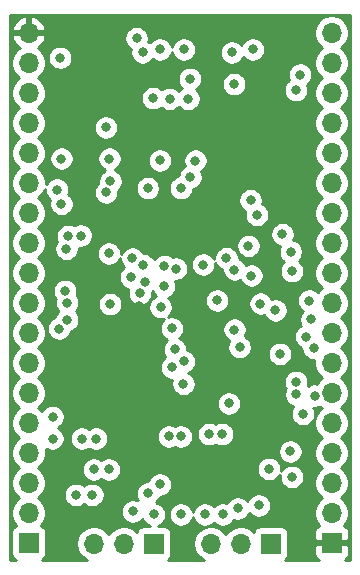
<source format=gbr>
%TF.GenerationSoftware,KiCad,Pcbnew,5.1.8*%
%TF.CreationDate,2020-12-03T14:21:02+03:00*%
%TF.ProjectId,pss_mcu_pcb,7073735f-6d63-4755-9f70-63622e6b6963,rev?*%
%TF.SameCoordinates,Original*%
%TF.FileFunction,Copper,L2,Inr*%
%TF.FilePolarity,Positive*%
%FSLAX46Y46*%
G04 Gerber Fmt 4.6, Leading zero omitted, Abs format (unit mm)*
G04 Created by KiCad (PCBNEW 5.1.8) date 2020-12-03 14:21:02*
%MOMM*%
%LPD*%
G01*
G04 APERTURE LIST*
%TA.AperFunction,ComponentPad*%
%ADD10O,1.700000X1.700000*%
%TD*%
%TA.AperFunction,ComponentPad*%
%ADD11R,1.700000X1.700000*%
%TD*%
%TA.AperFunction,ViaPad*%
%ADD12C,0.800000*%
%TD*%
%TA.AperFunction,Conductor*%
%ADD13C,0.254000*%
%TD*%
%TA.AperFunction,Conductor*%
%ADD14C,0.100000*%
%TD*%
G04 APERTURE END LIST*
D10*
%TO.N,GND*%
%TO.C,J3*%
X170942000Y-69088000D03*
%TO.N,DISP_CS*%
X170942000Y-71628000D03*
%TO.N,DISP_RST*%
X170942000Y-74168000D03*
%TO.N,DISP_DC_RS*%
X170942000Y-76708000D03*
%TO.N,DISP_SDI*%
X170942000Y-79248000D03*
%TO.N,DISP_SCK*%
X170942000Y-81788000D03*
%TO.N,DISP_SDO*%
X170942000Y-84328000D03*
%TO.N,DISP_T_CLK*%
X170942000Y-86868000D03*
%TO.N,DISP_T_CS*%
X170942000Y-89408000D03*
%TO.N,DISP_T_DIN*%
X170942000Y-91948000D03*
%TO.N,DISP_T_DO*%
X170942000Y-94488000D03*
%TO.N,DISP_T_IRQ*%
X170942000Y-97028000D03*
%TO.N,SD_SDO*%
X170942000Y-99568000D03*
%TO.N,SD_SDI*%
X170942000Y-102108000D03*
%TO.N,SD_SCK*%
X170942000Y-104648000D03*
%TO.N,SD_CS*%
X170942000Y-107188000D03*
%TO.N,GND*%
X170942000Y-109728000D03*
D11*
%TO.N,+3V3*%
X170942000Y-112268000D03*
%TD*%
D10*
%TO.N,STM_SWCLK*%
%TO.C,J1*%
X150812500Y-112331500D03*
%TO.N,STM_SWDIO*%
X153352500Y-112331500D03*
D11*
%TO.N,GND*%
X155892500Y-112331500D03*
%TD*%
%TO.N,TXD*%
%TO.C,J2*%
X165798500Y-112331500D03*
D10*
%TO.N,RXD*%
X163258500Y-112331500D03*
%TO.N,GND*%
X160718500Y-112331500D03*
%TD*%
D11*
%TO.N,GND*%
%TO.C,J4*%
X145288000Y-112268000D03*
D10*
%TO.N,+5V*%
X145288000Y-109728000D03*
%TO.N,Iron_Therm_Pos*%
X145288000Y-107188000D03*
%TO.N,Hot_Air_Therm_Pos*%
X145288000Y-104648000D03*
%TO.N,Sold_PWM*%
X145288000Y-102108000D03*
%TO.N,Sold_Switch*%
X145288000Y-99568000D03*
%TO.N,Heater_PWM*%
X145288000Y-97028000D03*
%TO.N,HotA_Enc_A*%
X145288000Y-94488000D03*
%TO.N,Sold_Enc_B*%
X145288000Y-91948000D03*
%TO.N,Sold_Enc_A*%
X145288000Y-89408000D03*
%TO.N,HotA_Switch*%
X145288000Y-86868000D03*
%TO.N,Fan_PWM*%
X145288000Y-84328000D03*
%TO.N,Hot_Air_Reed*%
X145288000Y-81788000D03*
%TO.N,HotA_Enc_B*%
X145288000Y-79248000D03*
%TO.N,Main_Switch*%
X145288000Y-76708000D03*
%TO.N,Main_Enc_B*%
X145288000Y-74168000D03*
%TO.N,Main_Enc_A*%
X145288000Y-71628000D03*
%TO.N,+3V3*%
X145288000Y-69088000D03*
%TD*%
D12*
%TO.N,GND*%
X155829000Y-74612500D03*
X158394400Y-98806000D03*
X158432500Y-96901000D03*
X157670500Y-95885000D03*
X157416500Y-97409000D03*
X157416500Y-94107000D03*
X167576500Y-106680000D03*
X164782500Y-109093000D03*
X163004500Y-109347000D03*
X161734500Y-109855000D03*
X160210500Y-109855000D03*
X158178500Y-109855000D03*
X155892500Y-109855000D03*
X154114500Y-109601000D03*
X152082500Y-106045000D03*
X150812500Y-106045000D03*
X157162500Y-103251000D03*
X158178500Y-103251000D03*
X156400500Y-107315000D03*
X155384500Y-108077000D03*
X160578800Y-103073200D03*
X154076400Y-88188800D03*
X152082500Y-87757000D03*
X154940000Y-70739000D03*
X158432500Y-70485000D03*
X156400500Y-70485000D03*
X162496500Y-70739000D03*
X162687000Y-73432500D03*
X163167224Y-95691956D03*
X152196800Y-92049600D03*
X149707600Y-86258400D03*
X148640800Y-86309200D03*
X148488400Y-87376000D03*
X161671000Y-103073200D03*
X167449500Y-104521000D03*
X149796500Y-103441500D03*
X151003000Y-103441500D03*
X147320000Y-103441500D03*
X147320000Y-101600000D03*
X157226000Y-74676000D03*
X158813500Y-74676000D03*
X168509901Y-101353727D03*
X167487600Y-87630000D03*
X167589200Y-89255600D03*
X169041955Y-91757500D03*
%TO.N,+3V3*%
X162496500Y-76327000D03*
X164528500Y-76327000D03*
X164782500Y-77597000D03*
X162750500Y-77597000D03*
X153365200Y-95656400D03*
X161226500Y-107759500D03*
X162623500Y-107759500D03*
X164147500Y-107759500D03*
X153618371Y-84123971D03*
X160669000Y-105131000D03*
X154622500Y-94361000D03*
X154614742Y-92213710D03*
X160669000Y-105131000D03*
%TO.N,EN*%
X147966750Y-71195250D03*
X164274500Y-70485000D03*
X154432000Y-69532500D03*
X166185725Y-92577989D03*
X166782479Y-86140012D03*
X161250790Y-91738089D03*
%TO.N,STM_SWCLK*%
X149288500Y-108204000D03*
X151828500Y-77089000D03*
X147881042Y-94120919D03*
X148386567Y-90941866D03*
%TO.N,STM_SWDIO*%
X150685500Y-108204000D03*
X155380175Y-82231603D03*
X156400504Y-79883000D03*
X148550790Y-93378314D03*
X148550790Y-91928302D03*
%TO.N,TXD*%
X169418000Y-95758000D03*
X168290209Y-72628790D03*
X169512137Y-99808885D03*
%TO.N,RXD*%
X169230044Y-93351689D03*
X167930997Y-73935702D03*
X167946176Y-98626824D03*
%TO.N,SD_SCK*%
X166560500Y-96266000D03*
X164084000Y-83248500D03*
X164157122Y-89635220D03*
X167957500Y-99695000D03*
%TO.N,SD_SDO*%
X162047562Y-88151757D03*
%TO.N,SD_SDI*%
X164628487Y-84489675D03*
X168800514Y-94806539D03*
X160078417Y-88708390D03*
X162725440Y-94216608D03*
%TO.N,SD_CS*%
X162242500Y-100457000D03*
X165639005Y-106010718D03*
%TO.N,DISP_T_IRQ*%
X163903477Y-87121055D03*
%TO.N,Sold_PWM*%
X156468795Y-92308125D03*
X154706133Y-91117501D03*
%TO.N,Heater_PWM*%
X157764378Y-89058120D03*
X153963811Y-89762520D03*
%TO.N,HotA_Enc_A*%
X156792162Y-88823984D03*
X155019886Y-88752807D03*
%TO.N,Sold_Switch*%
X156751206Y-90549486D03*
X155110356Y-90202827D03*
%TO.N,STM_BOOT*%
X158940500Y-72979958D03*
%TO.N,ESP32_UART_TX*%
X148078478Y-79737883D03*
%TO.N,STM_UART_RX*%
X152133632Y-79737892D03*
X158182403Y-82231629D03*
%TO.N,STM_UART_TX*%
X151861326Y-82588111D03*
X158983188Y-81305045D03*
%TO.N,ESP32_UART_RX*%
X148078500Y-83578819D03*
%TO.N,STM_RST*%
X159424274Y-79897907D03*
X152222356Y-81637914D03*
X147701000Y-82359500D03*
%TO.N,DISP_T_DO*%
X162724874Y-89127756D03*
X164913852Y-92017260D03*
%TD*%
D13*
%TO.N,+3V3*%
X172504501Y-106965081D02*
X172504500Y-113703500D01*
X172043667Y-113703500D01*
X172146494Y-113648537D01*
X172243185Y-113569185D01*
X172322537Y-113472494D01*
X172381502Y-113362180D01*
X172417812Y-113242482D01*
X172430072Y-113118000D01*
X172427000Y-112553750D01*
X172268250Y-112395000D01*
X171069000Y-112395000D01*
X171069000Y-112415000D01*
X170815000Y-112415000D01*
X170815000Y-112395000D01*
X169615750Y-112395000D01*
X169457000Y-112553750D01*
X169453928Y-113118000D01*
X169466188Y-113242482D01*
X169502498Y-113362180D01*
X169561463Y-113472494D01*
X169640815Y-113569185D01*
X169737506Y-113648537D01*
X169840333Y-113703500D01*
X167013396Y-113703500D01*
X167099685Y-113632685D01*
X167179037Y-113535994D01*
X167238002Y-113425680D01*
X167274312Y-113305982D01*
X167286572Y-113181500D01*
X167286572Y-111481500D01*
X167274312Y-111357018D01*
X167238002Y-111237320D01*
X167179037Y-111127006D01*
X167099685Y-111030315D01*
X167002994Y-110950963D01*
X166892680Y-110891998D01*
X166772982Y-110855688D01*
X166648500Y-110843428D01*
X164948500Y-110843428D01*
X164824018Y-110855688D01*
X164704320Y-110891998D01*
X164594006Y-110950963D01*
X164497315Y-111030315D01*
X164417963Y-111127006D01*
X164358998Y-111237320D01*
X164336987Y-111309880D01*
X164205132Y-111178025D01*
X163961911Y-111015510D01*
X163691658Y-110903568D01*
X163404760Y-110846500D01*
X163112240Y-110846500D01*
X162825342Y-110903568D01*
X162555089Y-111015510D01*
X162311868Y-111178025D01*
X162105025Y-111384868D01*
X161988500Y-111559260D01*
X161871975Y-111384868D01*
X161665132Y-111178025D01*
X161421911Y-111015510D01*
X161151658Y-110903568D01*
X160864760Y-110846500D01*
X160572240Y-110846500D01*
X160285342Y-110903568D01*
X160015089Y-111015510D01*
X159771868Y-111178025D01*
X159565025Y-111384868D01*
X159402510Y-111628089D01*
X159290568Y-111898342D01*
X159233500Y-112185240D01*
X159233500Y-112477760D01*
X159290568Y-112764658D01*
X159402510Y-113034911D01*
X159565025Y-113278132D01*
X159771868Y-113484975D01*
X160015089Y-113647490D01*
X160150310Y-113703500D01*
X157107396Y-113703500D01*
X157193685Y-113632685D01*
X157273037Y-113535994D01*
X157332002Y-113425680D01*
X157368312Y-113305982D01*
X157380572Y-113181500D01*
X157380572Y-111481500D01*
X157368312Y-111357018D01*
X157332002Y-111237320D01*
X157273037Y-111127006D01*
X157193685Y-111030315D01*
X157096994Y-110950963D01*
X156986680Y-110891998D01*
X156866982Y-110855688D01*
X156742500Y-110843428D01*
X156210810Y-110843428D01*
X156382756Y-110772205D01*
X156552274Y-110658937D01*
X156696437Y-110514774D01*
X156809705Y-110345256D01*
X156887726Y-110156898D01*
X156927500Y-109956939D01*
X156927500Y-109753061D01*
X157143500Y-109753061D01*
X157143500Y-109956939D01*
X157183274Y-110156898D01*
X157261295Y-110345256D01*
X157374563Y-110514774D01*
X157518726Y-110658937D01*
X157688244Y-110772205D01*
X157876602Y-110850226D01*
X158076561Y-110890000D01*
X158280439Y-110890000D01*
X158480398Y-110850226D01*
X158668756Y-110772205D01*
X158838274Y-110658937D01*
X158982437Y-110514774D01*
X159095705Y-110345256D01*
X159173726Y-110156898D01*
X159194500Y-110052459D01*
X159215274Y-110156898D01*
X159293295Y-110345256D01*
X159406563Y-110514774D01*
X159550726Y-110658937D01*
X159720244Y-110772205D01*
X159908602Y-110850226D01*
X160108561Y-110890000D01*
X160312439Y-110890000D01*
X160512398Y-110850226D01*
X160700756Y-110772205D01*
X160870274Y-110658937D01*
X160972500Y-110556711D01*
X161074726Y-110658937D01*
X161244244Y-110772205D01*
X161432602Y-110850226D01*
X161632561Y-110890000D01*
X161836439Y-110890000D01*
X162036398Y-110850226D01*
X162224756Y-110772205D01*
X162394274Y-110658937D01*
X162538437Y-110514774D01*
X162651705Y-110345256D01*
X162660230Y-110324675D01*
X162702602Y-110342226D01*
X162902561Y-110382000D01*
X163106439Y-110382000D01*
X163306398Y-110342226D01*
X163494756Y-110264205D01*
X163664274Y-110150937D01*
X163808437Y-110006774D01*
X163921705Y-109837256D01*
X163965066Y-109732574D01*
X163978563Y-109752774D01*
X164122726Y-109896937D01*
X164292244Y-110010205D01*
X164480602Y-110088226D01*
X164680561Y-110128000D01*
X164884439Y-110128000D01*
X165084398Y-110088226D01*
X165272756Y-110010205D01*
X165442274Y-109896937D01*
X165586437Y-109752774D01*
X165699705Y-109583256D01*
X165777726Y-109394898D01*
X165817500Y-109194939D01*
X165817500Y-108991061D01*
X165777726Y-108791102D01*
X165699705Y-108602744D01*
X165586437Y-108433226D01*
X165442274Y-108289063D01*
X165272756Y-108175795D01*
X165084398Y-108097774D01*
X164884439Y-108058000D01*
X164680561Y-108058000D01*
X164480602Y-108097774D01*
X164292244Y-108175795D01*
X164122726Y-108289063D01*
X163978563Y-108433226D01*
X163865295Y-108602744D01*
X163821934Y-108707426D01*
X163808437Y-108687226D01*
X163664274Y-108543063D01*
X163494756Y-108429795D01*
X163306398Y-108351774D01*
X163106439Y-108312000D01*
X162902561Y-108312000D01*
X162702602Y-108351774D01*
X162514244Y-108429795D01*
X162344726Y-108543063D01*
X162200563Y-108687226D01*
X162087295Y-108856744D01*
X162078770Y-108877325D01*
X162036398Y-108859774D01*
X161836439Y-108820000D01*
X161632561Y-108820000D01*
X161432602Y-108859774D01*
X161244244Y-108937795D01*
X161074726Y-109051063D01*
X160972500Y-109153289D01*
X160870274Y-109051063D01*
X160700756Y-108937795D01*
X160512398Y-108859774D01*
X160312439Y-108820000D01*
X160108561Y-108820000D01*
X159908602Y-108859774D01*
X159720244Y-108937795D01*
X159550726Y-109051063D01*
X159406563Y-109195226D01*
X159293295Y-109364744D01*
X159215274Y-109553102D01*
X159194500Y-109657541D01*
X159173726Y-109553102D01*
X159095705Y-109364744D01*
X158982437Y-109195226D01*
X158838274Y-109051063D01*
X158668756Y-108937795D01*
X158480398Y-108859774D01*
X158280439Y-108820000D01*
X158076561Y-108820000D01*
X157876602Y-108859774D01*
X157688244Y-108937795D01*
X157518726Y-109051063D01*
X157374563Y-109195226D01*
X157261295Y-109364744D01*
X157183274Y-109553102D01*
X157143500Y-109753061D01*
X156927500Y-109753061D01*
X156887726Y-109553102D01*
X156809705Y-109364744D01*
X156696437Y-109195226D01*
X156552274Y-109051063D01*
X156382756Y-108937795D01*
X156194398Y-108859774D01*
X156086833Y-108838378D01*
X156188437Y-108736774D01*
X156301705Y-108567256D01*
X156379726Y-108378898D01*
X156385474Y-108350000D01*
X156502439Y-108350000D01*
X156702398Y-108310226D01*
X156890756Y-108232205D01*
X157060274Y-108118937D01*
X157204437Y-107974774D01*
X157317705Y-107805256D01*
X157395726Y-107616898D01*
X157435500Y-107416939D01*
X157435500Y-107213061D01*
X157395726Y-107013102D01*
X157317705Y-106824744D01*
X157204437Y-106655226D01*
X157060274Y-106511063D01*
X156890756Y-106397795D01*
X156702398Y-106319774D01*
X156502439Y-106280000D01*
X156298561Y-106280000D01*
X156098602Y-106319774D01*
X155910244Y-106397795D01*
X155740726Y-106511063D01*
X155596563Y-106655226D01*
X155483295Y-106824744D01*
X155405274Y-107013102D01*
X155399526Y-107042000D01*
X155282561Y-107042000D01*
X155082602Y-107081774D01*
X154894244Y-107159795D01*
X154724726Y-107273063D01*
X154580563Y-107417226D01*
X154467295Y-107586744D01*
X154389274Y-107775102D01*
X154349500Y-107975061D01*
X154349500Y-108178939D01*
X154389274Y-108378898D01*
X154467295Y-108567256D01*
X154522359Y-108649665D01*
X154416398Y-108605774D01*
X154216439Y-108566000D01*
X154012561Y-108566000D01*
X153812602Y-108605774D01*
X153624244Y-108683795D01*
X153454726Y-108797063D01*
X153310563Y-108941226D01*
X153197295Y-109110744D01*
X153119274Y-109299102D01*
X153079500Y-109499061D01*
X153079500Y-109702939D01*
X153119274Y-109902898D01*
X153197295Y-110091256D01*
X153310563Y-110260774D01*
X153454726Y-110404937D01*
X153624244Y-110518205D01*
X153812602Y-110596226D01*
X154012561Y-110636000D01*
X154216439Y-110636000D01*
X154416398Y-110596226D01*
X154604756Y-110518205D01*
X154774274Y-110404937D01*
X154918437Y-110260774D01*
X154931934Y-110240574D01*
X154975295Y-110345256D01*
X155088563Y-110514774D01*
X155232726Y-110658937D01*
X155402244Y-110772205D01*
X155574190Y-110843428D01*
X155042500Y-110843428D01*
X154918018Y-110855688D01*
X154798320Y-110891998D01*
X154688006Y-110950963D01*
X154591315Y-111030315D01*
X154511963Y-111127006D01*
X154452998Y-111237320D01*
X154430987Y-111309880D01*
X154299132Y-111178025D01*
X154055911Y-111015510D01*
X153785658Y-110903568D01*
X153498760Y-110846500D01*
X153206240Y-110846500D01*
X152919342Y-110903568D01*
X152649089Y-111015510D01*
X152405868Y-111178025D01*
X152199025Y-111384868D01*
X152082500Y-111559260D01*
X151965975Y-111384868D01*
X151759132Y-111178025D01*
X151515911Y-111015510D01*
X151245658Y-110903568D01*
X150958760Y-110846500D01*
X150666240Y-110846500D01*
X150379342Y-110903568D01*
X150109089Y-111015510D01*
X149865868Y-111178025D01*
X149659025Y-111384868D01*
X149496510Y-111628089D01*
X149384568Y-111898342D01*
X149327500Y-112185240D01*
X149327500Y-112477760D01*
X149384568Y-112764658D01*
X149496510Y-113034911D01*
X149659025Y-113278132D01*
X149865868Y-113484975D01*
X150109089Y-113647490D01*
X150244310Y-113703500D01*
X146389667Y-113703500D01*
X146492494Y-113648537D01*
X146589185Y-113569185D01*
X146668537Y-113472494D01*
X146727502Y-113362180D01*
X146763812Y-113242482D01*
X146776072Y-113118000D01*
X146776072Y-111418000D01*
X146763812Y-111293518D01*
X146727502Y-111173820D01*
X146668537Y-111063506D01*
X146589185Y-110966815D01*
X146492494Y-110887463D01*
X146382180Y-110828498D01*
X146309620Y-110806487D01*
X146441475Y-110674632D01*
X146603990Y-110431411D01*
X146715932Y-110161158D01*
X146773000Y-109874260D01*
X146773000Y-109581740D01*
X146715932Y-109294842D01*
X146603990Y-109024589D01*
X146441475Y-108781368D01*
X146234632Y-108574525D01*
X146060240Y-108458000D01*
X146234632Y-108341475D01*
X146441475Y-108134632D01*
X146463238Y-108102061D01*
X148253500Y-108102061D01*
X148253500Y-108305939D01*
X148293274Y-108505898D01*
X148371295Y-108694256D01*
X148484563Y-108863774D01*
X148628726Y-109007937D01*
X148798244Y-109121205D01*
X148986602Y-109199226D01*
X149186561Y-109239000D01*
X149390439Y-109239000D01*
X149590398Y-109199226D01*
X149778756Y-109121205D01*
X149948274Y-109007937D01*
X149987000Y-108969211D01*
X150025726Y-109007937D01*
X150195244Y-109121205D01*
X150383602Y-109199226D01*
X150583561Y-109239000D01*
X150787439Y-109239000D01*
X150987398Y-109199226D01*
X151175756Y-109121205D01*
X151345274Y-109007937D01*
X151489437Y-108863774D01*
X151602705Y-108694256D01*
X151680726Y-108505898D01*
X151720500Y-108305939D01*
X151720500Y-108102061D01*
X151680726Y-107902102D01*
X151602705Y-107713744D01*
X151489437Y-107544226D01*
X151345274Y-107400063D01*
X151175756Y-107286795D01*
X150987398Y-107208774D01*
X150787439Y-107169000D01*
X150583561Y-107169000D01*
X150383602Y-107208774D01*
X150195244Y-107286795D01*
X150025726Y-107400063D01*
X149987000Y-107438789D01*
X149948274Y-107400063D01*
X149778756Y-107286795D01*
X149590398Y-107208774D01*
X149390439Y-107169000D01*
X149186561Y-107169000D01*
X148986602Y-107208774D01*
X148798244Y-107286795D01*
X148628726Y-107400063D01*
X148484563Y-107544226D01*
X148371295Y-107713744D01*
X148293274Y-107902102D01*
X148253500Y-108102061D01*
X146463238Y-108102061D01*
X146603990Y-107891411D01*
X146715932Y-107621158D01*
X146773000Y-107334260D01*
X146773000Y-107041740D01*
X146715932Y-106754842D01*
X146603990Y-106484589D01*
X146441475Y-106241368D01*
X146234632Y-106034525D01*
X146097747Y-105943061D01*
X149777500Y-105943061D01*
X149777500Y-106146939D01*
X149817274Y-106346898D01*
X149895295Y-106535256D01*
X150008563Y-106704774D01*
X150152726Y-106848937D01*
X150322244Y-106962205D01*
X150510602Y-107040226D01*
X150710561Y-107080000D01*
X150914439Y-107080000D01*
X151114398Y-107040226D01*
X151302756Y-106962205D01*
X151447500Y-106865490D01*
X151592244Y-106962205D01*
X151780602Y-107040226D01*
X151980561Y-107080000D01*
X152184439Y-107080000D01*
X152384398Y-107040226D01*
X152572756Y-106962205D01*
X152742274Y-106848937D01*
X152886437Y-106704774D01*
X152999705Y-106535256D01*
X153077726Y-106346898D01*
X153117500Y-106146939D01*
X153117500Y-105943061D01*
X153110681Y-105908779D01*
X164604005Y-105908779D01*
X164604005Y-106112657D01*
X164643779Y-106312616D01*
X164721800Y-106500974D01*
X164835068Y-106670492D01*
X164979231Y-106814655D01*
X165148749Y-106927923D01*
X165337107Y-107005944D01*
X165537066Y-107045718D01*
X165740944Y-107045718D01*
X165940903Y-107005944D01*
X166129261Y-106927923D01*
X166298779Y-106814655D01*
X166442942Y-106670492D01*
X166556210Y-106500974D01*
X166557409Y-106498078D01*
X166541500Y-106578061D01*
X166541500Y-106781939D01*
X166581274Y-106981898D01*
X166659295Y-107170256D01*
X166772563Y-107339774D01*
X166916726Y-107483937D01*
X167086244Y-107597205D01*
X167274602Y-107675226D01*
X167474561Y-107715000D01*
X167678439Y-107715000D01*
X167878398Y-107675226D01*
X168066756Y-107597205D01*
X168236274Y-107483937D01*
X168380437Y-107339774D01*
X168493705Y-107170256D01*
X168571726Y-106981898D01*
X168611500Y-106781939D01*
X168611500Y-106578061D01*
X168571726Y-106378102D01*
X168493705Y-106189744D01*
X168380437Y-106020226D01*
X168236274Y-105876063D01*
X168066756Y-105762795D01*
X167878398Y-105684774D01*
X167678439Y-105645000D01*
X167474561Y-105645000D01*
X167274602Y-105684774D01*
X167086244Y-105762795D01*
X166916726Y-105876063D01*
X166772563Y-106020226D01*
X166659295Y-106189744D01*
X166658096Y-106192640D01*
X166674005Y-106112657D01*
X166674005Y-105908779D01*
X166634231Y-105708820D01*
X166556210Y-105520462D01*
X166442942Y-105350944D01*
X166298779Y-105206781D01*
X166129261Y-105093513D01*
X165940903Y-105015492D01*
X165740944Y-104975718D01*
X165537066Y-104975718D01*
X165337107Y-105015492D01*
X165148749Y-105093513D01*
X164979231Y-105206781D01*
X164835068Y-105350944D01*
X164721800Y-105520462D01*
X164643779Y-105708820D01*
X164604005Y-105908779D01*
X153110681Y-105908779D01*
X153077726Y-105743102D01*
X152999705Y-105554744D01*
X152886437Y-105385226D01*
X152742274Y-105241063D01*
X152572756Y-105127795D01*
X152384398Y-105049774D01*
X152184439Y-105010000D01*
X151980561Y-105010000D01*
X151780602Y-105049774D01*
X151592244Y-105127795D01*
X151447500Y-105224510D01*
X151302756Y-105127795D01*
X151114398Y-105049774D01*
X150914439Y-105010000D01*
X150710561Y-105010000D01*
X150510602Y-105049774D01*
X150322244Y-105127795D01*
X150152726Y-105241063D01*
X150008563Y-105385226D01*
X149895295Y-105554744D01*
X149817274Y-105743102D01*
X149777500Y-105943061D01*
X146097747Y-105943061D01*
X146060240Y-105918000D01*
X146234632Y-105801475D01*
X146441475Y-105594632D01*
X146603990Y-105351411D01*
X146715932Y-105081158D01*
X146773000Y-104794260D01*
X146773000Y-104501740D01*
X146731489Y-104293054D01*
X146829744Y-104358705D01*
X147018102Y-104436726D01*
X147218061Y-104476500D01*
X147421939Y-104476500D01*
X147621898Y-104436726D01*
X147810256Y-104358705D01*
X147979774Y-104245437D01*
X148123937Y-104101274D01*
X148237205Y-103931756D01*
X148315226Y-103743398D01*
X148355000Y-103543439D01*
X148355000Y-103339561D01*
X148761500Y-103339561D01*
X148761500Y-103543439D01*
X148801274Y-103743398D01*
X148879295Y-103931756D01*
X148992563Y-104101274D01*
X149136726Y-104245437D01*
X149306244Y-104358705D01*
X149494602Y-104436726D01*
X149694561Y-104476500D01*
X149898439Y-104476500D01*
X150098398Y-104436726D01*
X150286756Y-104358705D01*
X150399750Y-104283205D01*
X150512744Y-104358705D01*
X150701102Y-104436726D01*
X150901061Y-104476500D01*
X151104939Y-104476500D01*
X151304898Y-104436726D01*
X151347544Y-104419061D01*
X166414500Y-104419061D01*
X166414500Y-104622939D01*
X166454274Y-104822898D01*
X166532295Y-105011256D01*
X166645563Y-105180774D01*
X166789726Y-105324937D01*
X166959244Y-105438205D01*
X167147602Y-105516226D01*
X167347561Y-105556000D01*
X167551439Y-105556000D01*
X167751398Y-105516226D01*
X167939756Y-105438205D01*
X168109274Y-105324937D01*
X168253437Y-105180774D01*
X168366705Y-105011256D01*
X168444726Y-104822898D01*
X168484500Y-104622939D01*
X168484500Y-104419061D01*
X168444726Y-104219102D01*
X168366705Y-104030744D01*
X168253437Y-103861226D01*
X168109274Y-103717063D01*
X167939756Y-103603795D01*
X167751398Y-103525774D01*
X167551439Y-103486000D01*
X167347561Y-103486000D01*
X167147602Y-103525774D01*
X166959244Y-103603795D01*
X166789726Y-103717063D01*
X166645563Y-103861226D01*
X166532295Y-104030744D01*
X166454274Y-104219102D01*
X166414500Y-104419061D01*
X151347544Y-104419061D01*
X151493256Y-104358705D01*
X151662774Y-104245437D01*
X151806937Y-104101274D01*
X151920205Y-103931756D01*
X151998226Y-103743398D01*
X152038000Y-103543439D01*
X152038000Y-103339561D01*
X152000108Y-103149061D01*
X156127500Y-103149061D01*
X156127500Y-103352939D01*
X156167274Y-103552898D01*
X156245295Y-103741256D01*
X156358563Y-103910774D01*
X156502726Y-104054937D01*
X156672244Y-104168205D01*
X156860602Y-104246226D01*
X157060561Y-104286000D01*
X157264439Y-104286000D01*
X157464398Y-104246226D01*
X157652756Y-104168205D01*
X157670500Y-104156349D01*
X157688244Y-104168205D01*
X157876602Y-104246226D01*
X158076561Y-104286000D01*
X158280439Y-104286000D01*
X158480398Y-104246226D01*
X158668756Y-104168205D01*
X158838274Y-104054937D01*
X158982437Y-103910774D01*
X159095705Y-103741256D01*
X159173726Y-103552898D01*
X159213500Y-103352939D01*
X159213500Y-103149061D01*
X159178134Y-102971261D01*
X159543800Y-102971261D01*
X159543800Y-103175139D01*
X159583574Y-103375098D01*
X159661595Y-103563456D01*
X159774863Y-103732974D01*
X159919026Y-103877137D01*
X160088544Y-103990405D01*
X160276902Y-104068426D01*
X160476861Y-104108200D01*
X160680739Y-104108200D01*
X160880698Y-104068426D01*
X161069056Y-103990405D01*
X161124900Y-103953091D01*
X161180744Y-103990405D01*
X161369102Y-104068426D01*
X161569061Y-104108200D01*
X161772939Y-104108200D01*
X161972898Y-104068426D01*
X162161256Y-103990405D01*
X162330774Y-103877137D01*
X162474937Y-103732974D01*
X162588205Y-103563456D01*
X162666226Y-103375098D01*
X162706000Y-103175139D01*
X162706000Y-102971261D01*
X162666226Y-102771302D01*
X162588205Y-102582944D01*
X162474937Y-102413426D01*
X162330774Y-102269263D01*
X162161256Y-102155995D01*
X161972898Y-102077974D01*
X161772939Y-102038200D01*
X161569061Y-102038200D01*
X161369102Y-102077974D01*
X161180744Y-102155995D01*
X161124900Y-102193309D01*
X161069056Y-102155995D01*
X160880698Y-102077974D01*
X160680739Y-102038200D01*
X160476861Y-102038200D01*
X160276902Y-102077974D01*
X160088544Y-102155995D01*
X159919026Y-102269263D01*
X159774863Y-102413426D01*
X159661595Y-102582944D01*
X159583574Y-102771302D01*
X159543800Y-102971261D01*
X159178134Y-102971261D01*
X159173726Y-102949102D01*
X159095705Y-102760744D01*
X158982437Y-102591226D01*
X158838274Y-102447063D01*
X158668756Y-102333795D01*
X158480398Y-102255774D01*
X158280439Y-102216000D01*
X158076561Y-102216000D01*
X157876602Y-102255774D01*
X157688244Y-102333795D01*
X157670500Y-102345651D01*
X157652756Y-102333795D01*
X157464398Y-102255774D01*
X157264439Y-102216000D01*
X157060561Y-102216000D01*
X156860602Y-102255774D01*
X156672244Y-102333795D01*
X156502726Y-102447063D01*
X156358563Y-102591226D01*
X156245295Y-102760744D01*
X156167274Y-102949102D01*
X156127500Y-103149061D01*
X152000108Y-103149061D01*
X151998226Y-103139602D01*
X151920205Y-102951244D01*
X151806937Y-102781726D01*
X151662774Y-102637563D01*
X151493256Y-102524295D01*
X151304898Y-102446274D01*
X151104939Y-102406500D01*
X150901061Y-102406500D01*
X150701102Y-102446274D01*
X150512744Y-102524295D01*
X150399750Y-102599795D01*
X150286756Y-102524295D01*
X150098398Y-102446274D01*
X149898439Y-102406500D01*
X149694561Y-102406500D01*
X149494602Y-102446274D01*
X149306244Y-102524295D01*
X149136726Y-102637563D01*
X148992563Y-102781726D01*
X148879295Y-102951244D01*
X148801274Y-103139602D01*
X148761500Y-103339561D01*
X148355000Y-103339561D01*
X148315226Y-103139602D01*
X148237205Y-102951244D01*
X148123937Y-102781726D01*
X147979774Y-102637563D01*
X147810256Y-102524295D01*
X147801698Y-102520750D01*
X147810256Y-102517205D01*
X147979774Y-102403937D01*
X148123937Y-102259774D01*
X148237205Y-102090256D01*
X148315226Y-101901898D01*
X148355000Y-101701939D01*
X148355000Y-101498061D01*
X148315226Y-101298102D01*
X148237205Y-101109744D01*
X148123937Y-100940226D01*
X147979774Y-100796063D01*
X147810256Y-100682795D01*
X147621898Y-100604774D01*
X147421939Y-100565000D01*
X147218061Y-100565000D01*
X147018102Y-100604774D01*
X146829744Y-100682795D01*
X146660226Y-100796063D01*
X146516063Y-100940226D01*
X146402795Y-101109744D01*
X146399004Y-101118897D01*
X146234632Y-100954525D01*
X146060240Y-100838000D01*
X146234632Y-100721475D01*
X146441475Y-100514632D01*
X146548096Y-100355061D01*
X161207500Y-100355061D01*
X161207500Y-100558939D01*
X161247274Y-100758898D01*
X161325295Y-100947256D01*
X161438563Y-101116774D01*
X161582726Y-101260937D01*
X161752244Y-101374205D01*
X161940602Y-101452226D01*
X162140561Y-101492000D01*
X162344439Y-101492000D01*
X162544398Y-101452226D01*
X162732756Y-101374205D01*
X162902274Y-101260937D01*
X163046437Y-101116774D01*
X163159705Y-100947256D01*
X163237726Y-100758898D01*
X163277500Y-100558939D01*
X163277500Y-100355061D01*
X163237726Y-100155102D01*
X163159705Y-99966744D01*
X163046437Y-99797226D01*
X162902274Y-99653063D01*
X162732756Y-99539795D01*
X162544398Y-99461774D01*
X162344439Y-99422000D01*
X162140561Y-99422000D01*
X161940602Y-99461774D01*
X161752244Y-99539795D01*
X161582726Y-99653063D01*
X161438563Y-99797226D01*
X161325295Y-99966744D01*
X161247274Y-100155102D01*
X161207500Y-100355061D01*
X146548096Y-100355061D01*
X146603990Y-100271411D01*
X146715932Y-100001158D01*
X146773000Y-99714260D01*
X146773000Y-99421740D01*
X146715932Y-99134842D01*
X146603990Y-98864589D01*
X146441475Y-98621368D01*
X146234632Y-98414525D01*
X146060240Y-98298000D01*
X146234632Y-98181475D01*
X146441475Y-97974632D01*
X146603990Y-97731411D01*
X146715932Y-97461158D01*
X146773000Y-97174260D01*
X146773000Y-96881740D01*
X146715932Y-96594842D01*
X146603990Y-96324589D01*
X146441475Y-96081368D01*
X146234632Y-95874525D01*
X146060240Y-95758000D01*
X146234632Y-95641475D01*
X146441475Y-95434632D01*
X146603990Y-95191411D01*
X146715932Y-94921158D01*
X146773000Y-94634260D01*
X146773000Y-94341740D01*
X146715932Y-94054842D01*
X146701078Y-94018980D01*
X146846042Y-94018980D01*
X146846042Y-94222858D01*
X146885816Y-94422817D01*
X146963837Y-94611175D01*
X147077105Y-94780693D01*
X147221268Y-94924856D01*
X147390786Y-95038124D01*
X147579144Y-95116145D01*
X147779103Y-95155919D01*
X147982981Y-95155919D01*
X148182940Y-95116145D01*
X148371298Y-95038124D01*
X148540816Y-94924856D01*
X148684979Y-94780693D01*
X148798247Y-94611175D01*
X148876268Y-94422817D01*
X148889067Y-94358471D01*
X149041046Y-94295519D01*
X149210564Y-94182251D01*
X149354727Y-94038088D01*
X149467995Y-93868570D01*
X149546016Y-93680212D01*
X149585790Y-93480253D01*
X149585790Y-93276375D01*
X149546016Y-93076416D01*
X149467995Y-92888058D01*
X149354727Y-92718540D01*
X149289495Y-92653308D01*
X149354727Y-92588076D01*
X149467995Y-92418558D01*
X149546016Y-92230200D01*
X149585790Y-92030241D01*
X149585790Y-91947661D01*
X151161800Y-91947661D01*
X151161800Y-92151539D01*
X151201574Y-92351498D01*
X151279595Y-92539856D01*
X151392863Y-92709374D01*
X151537026Y-92853537D01*
X151706544Y-92966805D01*
X151894902Y-93044826D01*
X152094861Y-93084600D01*
X152298739Y-93084600D01*
X152498698Y-93044826D01*
X152687056Y-92966805D01*
X152856574Y-92853537D01*
X153000737Y-92709374D01*
X153114005Y-92539856D01*
X153192026Y-92351498D01*
X153231800Y-92151539D01*
X153231800Y-91947661D01*
X153192026Y-91747702D01*
X153114005Y-91559344D01*
X153000737Y-91389826D01*
X152856574Y-91245663D01*
X152687056Y-91132395D01*
X152498698Y-91054374D01*
X152298739Y-91014600D01*
X152094861Y-91014600D01*
X151894902Y-91054374D01*
X151706544Y-91132395D01*
X151537026Y-91245663D01*
X151392863Y-91389826D01*
X151279595Y-91559344D01*
X151201574Y-91747702D01*
X151161800Y-91947661D01*
X149585790Y-91947661D01*
X149585790Y-91826363D01*
X149546016Y-91626404D01*
X149467995Y-91438046D01*
X149365103Y-91284057D01*
X149381793Y-91243764D01*
X149421567Y-91043805D01*
X149421567Y-90839927D01*
X149381793Y-90639968D01*
X149303772Y-90451610D01*
X149190504Y-90282092D01*
X149046341Y-90137929D01*
X148876823Y-90024661D01*
X148688465Y-89946640D01*
X148488506Y-89906866D01*
X148284628Y-89906866D01*
X148084669Y-89946640D01*
X147896311Y-90024661D01*
X147726793Y-90137929D01*
X147582630Y-90282092D01*
X147469362Y-90451610D01*
X147391341Y-90639968D01*
X147351567Y-90839927D01*
X147351567Y-91043805D01*
X147391341Y-91243764D01*
X147469362Y-91432122D01*
X147572254Y-91586111D01*
X147555564Y-91626404D01*
X147515790Y-91826363D01*
X147515790Y-92030241D01*
X147555564Y-92230200D01*
X147633585Y-92418558D01*
X147746853Y-92588076D01*
X147812085Y-92653308D01*
X147746853Y-92718540D01*
X147633585Y-92888058D01*
X147555564Y-93076416D01*
X147542765Y-93140762D01*
X147390786Y-93203714D01*
X147221268Y-93316982D01*
X147077105Y-93461145D01*
X146963837Y-93630663D01*
X146885816Y-93819021D01*
X146846042Y-94018980D01*
X146701078Y-94018980D01*
X146603990Y-93784589D01*
X146441475Y-93541368D01*
X146234632Y-93334525D01*
X146060240Y-93218000D01*
X146234632Y-93101475D01*
X146441475Y-92894632D01*
X146603990Y-92651411D01*
X146715932Y-92381158D01*
X146773000Y-92094260D01*
X146773000Y-91801740D01*
X146715932Y-91514842D01*
X146603990Y-91244589D01*
X146441475Y-91001368D01*
X146234632Y-90794525D01*
X146060240Y-90678000D01*
X146234632Y-90561475D01*
X146441475Y-90354632D01*
X146603990Y-90111411D01*
X146715932Y-89841158D01*
X146773000Y-89554260D01*
X146773000Y-89261740D01*
X146715932Y-88974842D01*
X146603990Y-88704589D01*
X146441475Y-88461368D01*
X146234632Y-88254525D01*
X146060240Y-88138000D01*
X146234632Y-88021475D01*
X146441475Y-87814632D01*
X146603990Y-87571411D01*
X146715932Y-87301158D01*
X146721321Y-87274061D01*
X147453400Y-87274061D01*
X147453400Y-87477939D01*
X147493174Y-87677898D01*
X147571195Y-87866256D01*
X147684463Y-88035774D01*
X147828626Y-88179937D01*
X147998144Y-88293205D01*
X148186502Y-88371226D01*
X148386461Y-88411000D01*
X148590339Y-88411000D01*
X148790298Y-88371226D01*
X148978656Y-88293205D01*
X149148174Y-88179937D01*
X149292337Y-88035774D01*
X149405605Y-87866256D01*
X149483626Y-87677898D01*
X149488168Y-87655061D01*
X151047500Y-87655061D01*
X151047500Y-87858939D01*
X151087274Y-88058898D01*
X151165295Y-88247256D01*
X151278563Y-88416774D01*
X151422726Y-88560937D01*
X151592244Y-88674205D01*
X151780602Y-88752226D01*
X151980561Y-88792000D01*
X152184439Y-88792000D01*
X152384398Y-88752226D01*
X152572756Y-88674205D01*
X152742274Y-88560937D01*
X152886437Y-88416774D01*
X152999705Y-88247256D01*
X153041400Y-88146596D01*
X153041400Y-88290739D01*
X153081174Y-88490698D01*
X153159195Y-88679056D01*
X153272463Y-88848574D01*
X153351055Y-88927166D01*
X153304037Y-88958583D01*
X153159874Y-89102746D01*
X153046606Y-89272264D01*
X152968585Y-89460622D01*
X152928811Y-89660581D01*
X152928811Y-89864459D01*
X152968585Y-90064418D01*
X153046606Y-90252776D01*
X153159874Y-90422294D01*
X153304037Y-90566457D01*
X153473555Y-90679725D01*
X153661913Y-90757746D01*
X153729319Y-90771154D01*
X153710907Y-90815603D01*
X153671133Y-91015562D01*
X153671133Y-91219440D01*
X153710907Y-91419399D01*
X153788928Y-91607757D01*
X153902196Y-91777275D01*
X154046359Y-91921438D01*
X154215877Y-92034706D01*
X154404235Y-92112727D01*
X154604194Y-92152501D01*
X154808072Y-92152501D01*
X155008031Y-92112727D01*
X155196389Y-92034706D01*
X155365907Y-91921438D01*
X155510070Y-91777275D01*
X155623338Y-91607757D01*
X155701359Y-91419399D01*
X155741133Y-91219440D01*
X155741133Y-91026139D01*
X155770130Y-91006764D01*
X155805634Y-90971260D01*
X155834001Y-91039742D01*
X155947269Y-91209260D01*
X156084881Y-91346872D01*
X155978539Y-91390920D01*
X155809021Y-91504188D01*
X155664858Y-91648351D01*
X155551590Y-91817869D01*
X155473569Y-92006227D01*
X155433795Y-92206186D01*
X155433795Y-92410064D01*
X155473569Y-92610023D01*
X155551590Y-92798381D01*
X155664858Y-92967899D01*
X155809021Y-93112062D01*
X155978539Y-93225330D01*
X156166897Y-93303351D01*
X156366856Y-93343125D01*
X156570734Y-93343125D01*
X156752898Y-93306891D01*
X156612563Y-93447226D01*
X156499295Y-93616744D01*
X156421274Y-93805102D01*
X156381500Y-94005061D01*
X156381500Y-94208939D01*
X156421274Y-94408898D01*
X156499295Y-94597256D01*
X156612563Y-94766774D01*
X156756726Y-94910937D01*
X156926244Y-95024205D01*
X157030926Y-95067566D01*
X157010726Y-95081063D01*
X156866563Y-95225226D01*
X156753295Y-95394744D01*
X156675274Y-95583102D01*
X156635500Y-95783061D01*
X156635500Y-95986939D01*
X156675274Y-96186898D01*
X156753295Y-96375256D01*
X156860511Y-96535716D01*
X156756726Y-96605063D01*
X156612563Y-96749226D01*
X156499295Y-96918744D01*
X156421274Y-97107102D01*
X156381500Y-97307061D01*
X156381500Y-97510939D01*
X156421274Y-97710898D01*
X156499295Y-97899256D01*
X156612563Y-98068774D01*
X156756726Y-98212937D01*
X156926244Y-98326205D01*
X157114602Y-98404226D01*
X157314561Y-98444000D01*
X157424069Y-98444000D01*
X157399174Y-98504102D01*
X157359400Y-98704061D01*
X157359400Y-98907939D01*
X157399174Y-99107898D01*
X157477195Y-99296256D01*
X157590463Y-99465774D01*
X157734626Y-99609937D01*
X157904144Y-99723205D01*
X158092502Y-99801226D01*
X158292461Y-99841000D01*
X158496339Y-99841000D01*
X158696298Y-99801226D01*
X158884656Y-99723205D01*
X159054174Y-99609937D01*
X159198337Y-99465774D01*
X159311605Y-99296256D01*
X159389626Y-99107898D01*
X159429400Y-98907939D01*
X159429400Y-98704061D01*
X159393760Y-98524885D01*
X166911176Y-98524885D01*
X166911176Y-98728763D01*
X166950950Y-98928722D01*
X167028971Y-99117080D01*
X167063921Y-99169386D01*
X167040295Y-99204744D01*
X166962274Y-99393102D01*
X166922500Y-99593061D01*
X166922500Y-99796939D01*
X166962274Y-99996898D01*
X167040295Y-100185256D01*
X167153563Y-100354774D01*
X167297726Y-100498937D01*
X167467244Y-100612205D01*
X167655602Y-100690226D01*
X167702254Y-100699506D01*
X167592696Y-100863471D01*
X167514675Y-101051829D01*
X167474901Y-101251788D01*
X167474901Y-101455666D01*
X167514675Y-101655625D01*
X167592696Y-101843983D01*
X167705964Y-102013501D01*
X167850127Y-102157664D01*
X168019645Y-102270932D01*
X168208003Y-102348953D01*
X168407962Y-102388727D01*
X168611840Y-102388727D01*
X168811799Y-102348953D01*
X169000157Y-102270932D01*
X169169675Y-102157664D01*
X169313838Y-102013501D01*
X169427106Y-101843983D01*
X169505127Y-101655625D01*
X169544901Y-101455666D01*
X169544901Y-101251788D01*
X169505127Y-101051829D01*
X169427106Y-100863471D01*
X169414019Y-100843885D01*
X169614076Y-100843885D01*
X169814035Y-100804111D01*
X170002320Y-100726120D01*
X170169760Y-100838000D01*
X169995368Y-100954525D01*
X169788525Y-101161368D01*
X169626010Y-101404589D01*
X169514068Y-101674842D01*
X169457000Y-101961740D01*
X169457000Y-102254260D01*
X169514068Y-102541158D01*
X169626010Y-102811411D01*
X169788525Y-103054632D01*
X169995368Y-103261475D01*
X170169760Y-103378000D01*
X169995368Y-103494525D01*
X169788525Y-103701368D01*
X169626010Y-103944589D01*
X169514068Y-104214842D01*
X169457000Y-104501740D01*
X169457000Y-104794260D01*
X169514068Y-105081158D01*
X169626010Y-105351411D01*
X169788525Y-105594632D01*
X169995368Y-105801475D01*
X170169760Y-105918000D01*
X169995368Y-106034525D01*
X169788525Y-106241368D01*
X169626010Y-106484589D01*
X169514068Y-106754842D01*
X169457000Y-107041740D01*
X169457000Y-107334260D01*
X169514068Y-107621158D01*
X169626010Y-107891411D01*
X169788525Y-108134632D01*
X169995368Y-108341475D01*
X170169760Y-108458000D01*
X169995368Y-108574525D01*
X169788525Y-108781368D01*
X169626010Y-109024589D01*
X169514068Y-109294842D01*
X169457000Y-109581740D01*
X169457000Y-109874260D01*
X169514068Y-110161158D01*
X169626010Y-110431411D01*
X169788525Y-110674632D01*
X169920380Y-110806487D01*
X169847820Y-110828498D01*
X169737506Y-110887463D01*
X169640815Y-110966815D01*
X169561463Y-111063506D01*
X169502498Y-111173820D01*
X169466188Y-111293518D01*
X169453928Y-111418000D01*
X169457000Y-111982250D01*
X169615750Y-112141000D01*
X170815000Y-112141000D01*
X170815000Y-112121000D01*
X171069000Y-112121000D01*
X171069000Y-112141000D01*
X172268250Y-112141000D01*
X172427000Y-111982250D01*
X172430072Y-111418000D01*
X172417812Y-111293518D01*
X172381502Y-111173820D01*
X172322537Y-111063506D01*
X172243185Y-110966815D01*
X172146494Y-110887463D01*
X172036180Y-110828498D01*
X171963620Y-110806487D01*
X172095475Y-110674632D01*
X172257990Y-110431411D01*
X172369932Y-110161158D01*
X172427000Y-109874260D01*
X172427000Y-109581740D01*
X172369932Y-109294842D01*
X172257990Y-109024589D01*
X172095475Y-108781368D01*
X171888632Y-108574525D01*
X171714240Y-108458000D01*
X171888632Y-108341475D01*
X172095475Y-108134632D01*
X172257990Y-107891411D01*
X172369932Y-107621158D01*
X172427000Y-107334260D01*
X172427000Y-107041740D01*
X172369932Y-106754842D01*
X172257990Y-106484589D01*
X172095475Y-106241368D01*
X171888632Y-106034525D01*
X171714240Y-105918000D01*
X171888632Y-105801475D01*
X172095475Y-105594632D01*
X172257990Y-105351411D01*
X172369932Y-105081158D01*
X172427000Y-104794260D01*
X172427000Y-104501740D01*
X172369932Y-104214842D01*
X172257990Y-103944589D01*
X172095475Y-103701368D01*
X171888632Y-103494525D01*
X171714240Y-103378000D01*
X171888632Y-103261475D01*
X172095475Y-103054632D01*
X172257990Y-102811411D01*
X172369932Y-102541158D01*
X172427000Y-102254260D01*
X172427000Y-101961740D01*
X172369932Y-101674842D01*
X172257990Y-101404589D01*
X172095475Y-101161368D01*
X171888632Y-100954525D01*
X171714240Y-100838000D01*
X171888632Y-100721475D01*
X172095475Y-100514632D01*
X172257990Y-100271411D01*
X172369932Y-100001158D01*
X172427000Y-99714260D01*
X172427000Y-99421740D01*
X172369932Y-99134842D01*
X172257990Y-98864589D01*
X172095475Y-98621368D01*
X171888632Y-98414525D01*
X171714240Y-98298000D01*
X171888632Y-98181475D01*
X172095475Y-97974632D01*
X172257990Y-97731411D01*
X172369932Y-97461158D01*
X172427000Y-97174260D01*
X172427000Y-96881740D01*
X172369932Y-96594842D01*
X172257990Y-96324589D01*
X172095475Y-96081368D01*
X171888632Y-95874525D01*
X171714240Y-95758000D01*
X171888632Y-95641475D01*
X172095475Y-95434632D01*
X172257990Y-95191411D01*
X172369932Y-94921158D01*
X172427000Y-94634260D01*
X172427000Y-94341740D01*
X172369932Y-94054842D01*
X172257990Y-93784589D01*
X172095475Y-93541368D01*
X171888632Y-93334525D01*
X171714240Y-93218000D01*
X171888632Y-93101475D01*
X172095475Y-92894632D01*
X172257990Y-92651411D01*
X172369932Y-92381158D01*
X172427000Y-92094260D01*
X172427000Y-91801740D01*
X172369932Y-91514842D01*
X172257990Y-91244589D01*
X172095475Y-91001368D01*
X171888632Y-90794525D01*
X171714240Y-90678000D01*
X171888632Y-90561475D01*
X172095475Y-90354632D01*
X172257990Y-90111411D01*
X172369932Y-89841158D01*
X172427000Y-89554260D01*
X172427000Y-89261740D01*
X172369932Y-88974842D01*
X172257990Y-88704589D01*
X172095475Y-88461368D01*
X171888632Y-88254525D01*
X171714240Y-88138000D01*
X171888632Y-88021475D01*
X172095475Y-87814632D01*
X172257990Y-87571411D01*
X172369932Y-87301158D01*
X172427000Y-87014260D01*
X172427000Y-86721740D01*
X172369932Y-86434842D01*
X172257990Y-86164589D01*
X172095475Y-85921368D01*
X171888632Y-85714525D01*
X171714240Y-85598000D01*
X171888632Y-85481475D01*
X172095475Y-85274632D01*
X172257990Y-85031411D01*
X172369932Y-84761158D01*
X172427000Y-84474260D01*
X172427000Y-84181740D01*
X172369932Y-83894842D01*
X172257990Y-83624589D01*
X172095475Y-83381368D01*
X171888632Y-83174525D01*
X171714240Y-83058000D01*
X171888632Y-82941475D01*
X172095475Y-82734632D01*
X172257990Y-82491411D01*
X172369932Y-82221158D01*
X172427000Y-81934260D01*
X172427000Y-81641740D01*
X172369932Y-81354842D01*
X172257990Y-81084589D01*
X172095475Y-80841368D01*
X171888632Y-80634525D01*
X171714240Y-80518000D01*
X171888632Y-80401475D01*
X172095475Y-80194632D01*
X172257990Y-79951411D01*
X172369932Y-79681158D01*
X172427000Y-79394260D01*
X172427000Y-79101740D01*
X172369932Y-78814842D01*
X172257990Y-78544589D01*
X172095475Y-78301368D01*
X171888632Y-78094525D01*
X171714240Y-77978000D01*
X171888632Y-77861475D01*
X172095475Y-77654632D01*
X172257990Y-77411411D01*
X172369932Y-77141158D01*
X172427000Y-76854260D01*
X172427000Y-76561740D01*
X172369932Y-76274842D01*
X172257990Y-76004589D01*
X172095475Y-75761368D01*
X171888632Y-75554525D01*
X171714240Y-75438000D01*
X171888632Y-75321475D01*
X172095475Y-75114632D01*
X172257990Y-74871411D01*
X172369932Y-74601158D01*
X172427000Y-74314260D01*
X172427000Y-74021740D01*
X172369932Y-73734842D01*
X172257990Y-73464589D01*
X172095475Y-73221368D01*
X171888632Y-73014525D01*
X171714240Y-72898000D01*
X171888632Y-72781475D01*
X172095475Y-72574632D01*
X172257990Y-72331411D01*
X172369932Y-72061158D01*
X172427000Y-71774260D01*
X172427000Y-71481740D01*
X172369932Y-71194842D01*
X172257990Y-70924589D01*
X172095475Y-70681368D01*
X171888632Y-70474525D01*
X171714240Y-70358000D01*
X171888632Y-70241475D01*
X172095475Y-70034632D01*
X172257990Y-69791411D01*
X172369932Y-69521158D01*
X172427000Y-69234260D01*
X172427000Y-68941740D01*
X172369932Y-68654842D01*
X172257990Y-68384589D01*
X172095475Y-68141368D01*
X171888632Y-67934525D01*
X171645411Y-67772010D01*
X171375158Y-67660068D01*
X171088260Y-67603000D01*
X170795740Y-67603000D01*
X170508842Y-67660068D01*
X170238589Y-67772010D01*
X169995368Y-67934525D01*
X169788525Y-68141368D01*
X169626010Y-68384589D01*
X169514068Y-68654842D01*
X169457000Y-68941740D01*
X169457000Y-69234260D01*
X169514068Y-69521158D01*
X169626010Y-69791411D01*
X169788525Y-70034632D01*
X169995368Y-70241475D01*
X170169760Y-70358000D01*
X169995368Y-70474525D01*
X169788525Y-70681368D01*
X169626010Y-70924589D01*
X169514068Y-71194842D01*
X169457000Y-71481740D01*
X169457000Y-71774260D01*
X169514068Y-72061158D01*
X169626010Y-72331411D01*
X169788525Y-72574632D01*
X169995368Y-72781475D01*
X170169760Y-72898000D01*
X169995368Y-73014525D01*
X169788525Y-73221368D01*
X169626010Y-73464589D01*
X169514068Y-73734842D01*
X169457000Y-74021740D01*
X169457000Y-74314260D01*
X169514068Y-74601158D01*
X169626010Y-74871411D01*
X169788525Y-75114632D01*
X169995368Y-75321475D01*
X170169760Y-75438000D01*
X169995368Y-75554525D01*
X169788525Y-75761368D01*
X169626010Y-76004589D01*
X169514068Y-76274842D01*
X169457000Y-76561740D01*
X169457000Y-76854260D01*
X169514068Y-77141158D01*
X169626010Y-77411411D01*
X169788525Y-77654632D01*
X169995368Y-77861475D01*
X170169760Y-77978000D01*
X169995368Y-78094525D01*
X169788525Y-78301368D01*
X169626010Y-78544589D01*
X169514068Y-78814842D01*
X169457000Y-79101740D01*
X169457000Y-79394260D01*
X169514068Y-79681158D01*
X169626010Y-79951411D01*
X169788525Y-80194632D01*
X169995368Y-80401475D01*
X170169760Y-80518000D01*
X169995368Y-80634525D01*
X169788525Y-80841368D01*
X169626010Y-81084589D01*
X169514068Y-81354842D01*
X169457000Y-81641740D01*
X169457000Y-81934260D01*
X169514068Y-82221158D01*
X169626010Y-82491411D01*
X169788525Y-82734632D01*
X169995368Y-82941475D01*
X170169760Y-83058000D01*
X169995368Y-83174525D01*
X169788525Y-83381368D01*
X169626010Y-83624589D01*
X169514068Y-83894842D01*
X169457000Y-84181740D01*
X169457000Y-84474260D01*
X169514068Y-84761158D01*
X169626010Y-85031411D01*
X169788525Y-85274632D01*
X169995368Y-85481475D01*
X170169760Y-85598000D01*
X169995368Y-85714525D01*
X169788525Y-85921368D01*
X169626010Y-86164589D01*
X169514068Y-86434842D01*
X169457000Y-86721740D01*
X169457000Y-87014260D01*
X169514068Y-87301158D01*
X169626010Y-87571411D01*
X169788525Y-87814632D01*
X169995368Y-88021475D01*
X170169760Y-88138000D01*
X169995368Y-88254525D01*
X169788525Y-88461368D01*
X169626010Y-88704589D01*
X169514068Y-88974842D01*
X169457000Y-89261740D01*
X169457000Y-89554260D01*
X169514068Y-89841158D01*
X169626010Y-90111411D01*
X169788525Y-90354632D01*
X169995368Y-90561475D01*
X170169760Y-90678000D01*
X169995368Y-90794525D01*
X169788525Y-91001368D01*
X169772907Y-91024741D01*
X169701729Y-90953563D01*
X169532211Y-90840295D01*
X169343853Y-90762274D01*
X169143894Y-90722500D01*
X168940016Y-90722500D01*
X168740057Y-90762274D01*
X168551699Y-90840295D01*
X168382181Y-90953563D01*
X168238018Y-91097726D01*
X168124750Y-91267244D01*
X168046729Y-91455602D01*
X168006955Y-91655561D01*
X168006955Y-91859439D01*
X168046729Y-92059398D01*
X168124750Y-92247756D01*
X168238018Y-92417274D01*
X168382181Y-92561437D01*
X168486729Y-92631293D01*
X168426107Y-92691915D01*
X168312839Y-92861433D01*
X168234818Y-93049791D01*
X168195044Y-93249750D01*
X168195044Y-93453628D01*
X168234818Y-93653587D01*
X168312839Y-93841945D01*
X168337080Y-93878224D01*
X168310258Y-93889334D01*
X168140740Y-94002602D01*
X167996577Y-94146765D01*
X167883309Y-94316283D01*
X167805288Y-94504641D01*
X167765514Y-94704600D01*
X167765514Y-94908478D01*
X167805288Y-95108437D01*
X167883309Y-95296795D01*
X167996577Y-95466313D01*
X168140740Y-95610476D01*
X168310258Y-95723744D01*
X168383000Y-95753875D01*
X168383000Y-95859939D01*
X168422774Y-96059898D01*
X168500795Y-96248256D01*
X168614063Y-96417774D01*
X168758226Y-96561937D01*
X168927744Y-96675205D01*
X169116102Y-96753226D01*
X169316061Y-96793000D01*
X169474652Y-96793000D01*
X169457000Y-96881740D01*
X169457000Y-97174260D01*
X169514068Y-97461158D01*
X169626010Y-97731411D01*
X169788525Y-97974632D01*
X169995368Y-98181475D01*
X170169760Y-98298000D01*
X169995368Y-98414525D01*
X169788525Y-98621368D01*
X169678106Y-98786621D01*
X169614076Y-98773885D01*
X169410198Y-98773885D01*
X169210239Y-98813659D01*
X169021881Y-98891680D01*
X168931819Y-98951857D01*
X168941402Y-98928722D01*
X168981176Y-98728763D01*
X168981176Y-98524885D01*
X168941402Y-98324926D01*
X168863381Y-98136568D01*
X168750113Y-97967050D01*
X168605950Y-97822887D01*
X168436432Y-97709619D01*
X168248074Y-97631598D01*
X168048115Y-97591824D01*
X167844237Y-97591824D01*
X167644278Y-97631598D01*
X167455920Y-97709619D01*
X167286402Y-97822887D01*
X167142239Y-97967050D01*
X167028971Y-98136568D01*
X166950950Y-98324926D01*
X166911176Y-98524885D01*
X159393760Y-98524885D01*
X159389626Y-98504102D01*
X159311605Y-98315744D01*
X159198337Y-98146226D01*
X159054174Y-98002063D01*
X158884656Y-97888795D01*
X158818497Y-97861391D01*
X158922756Y-97818205D01*
X159092274Y-97704937D01*
X159236437Y-97560774D01*
X159349705Y-97391256D01*
X159427726Y-97202898D01*
X159467500Y-97002939D01*
X159467500Y-96799061D01*
X159427726Y-96599102D01*
X159349705Y-96410744D01*
X159236437Y-96241226D01*
X159092274Y-96097063D01*
X158922756Y-95983795D01*
X158734398Y-95905774D01*
X158705500Y-95900026D01*
X158705500Y-95783061D01*
X158665726Y-95583102D01*
X158587705Y-95394744D01*
X158474437Y-95225226D01*
X158330274Y-95081063D01*
X158160756Y-94967795D01*
X158056074Y-94924434D01*
X158076274Y-94910937D01*
X158220437Y-94766774D01*
X158333705Y-94597256D01*
X158411726Y-94408898D01*
X158451500Y-94208939D01*
X158451500Y-94114669D01*
X161690440Y-94114669D01*
X161690440Y-94318547D01*
X161730214Y-94518506D01*
X161808235Y-94706864D01*
X161921503Y-94876382D01*
X162065666Y-95020545D01*
X162235184Y-95133813D01*
X162282331Y-95153342D01*
X162250019Y-95201700D01*
X162171998Y-95390058D01*
X162132224Y-95590017D01*
X162132224Y-95793895D01*
X162171998Y-95993854D01*
X162250019Y-96182212D01*
X162363287Y-96351730D01*
X162507450Y-96495893D01*
X162676968Y-96609161D01*
X162865326Y-96687182D01*
X163065285Y-96726956D01*
X163269163Y-96726956D01*
X163469122Y-96687182D01*
X163657480Y-96609161D01*
X163826998Y-96495893D01*
X163971161Y-96351730D01*
X164084429Y-96182212D01*
X164091947Y-96164061D01*
X165525500Y-96164061D01*
X165525500Y-96367939D01*
X165565274Y-96567898D01*
X165643295Y-96756256D01*
X165756563Y-96925774D01*
X165900726Y-97069937D01*
X166070244Y-97183205D01*
X166258602Y-97261226D01*
X166458561Y-97301000D01*
X166662439Y-97301000D01*
X166862398Y-97261226D01*
X167050756Y-97183205D01*
X167220274Y-97069937D01*
X167364437Y-96925774D01*
X167477705Y-96756256D01*
X167555726Y-96567898D01*
X167595500Y-96367939D01*
X167595500Y-96164061D01*
X167555726Y-95964102D01*
X167477705Y-95775744D01*
X167364437Y-95606226D01*
X167220274Y-95462063D01*
X167050756Y-95348795D01*
X166862398Y-95270774D01*
X166662439Y-95231000D01*
X166458561Y-95231000D01*
X166258602Y-95270774D01*
X166070244Y-95348795D01*
X165900726Y-95462063D01*
X165756563Y-95606226D01*
X165643295Y-95775744D01*
X165565274Y-95964102D01*
X165525500Y-96164061D01*
X164091947Y-96164061D01*
X164162450Y-95993854D01*
X164202224Y-95793895D01*
X164202224Y-95590017D01*
X164162450Y-95390058D01*
X164084429Y-95201700D01*
X163971161Y-95032182D01*
X163826998Y-94888019D01*
X163657480Y-94774751D01*
X163610333Y-94755222D01*
X163642645Y-94706864D01*
X163720666Y-94518506D01*
X163760440Y-94318547D01*
X163760440Y-94114669D01*
X163720666Y-93914710D01*
X163642645Y-93726352D01*
X163529377Y-93556834D01*
X163385214Y-93412671D01*
X163215696Y-93299403D01*
X163027338Y-93221382D01*
X162827379Y-93181608D01*
X162623501Y-93181608D01*
X162423542Y-93221382D01*
X162235184Y-93299403D01*
X162065666Y-93412671D01*
X161921503Y-93556834D01*
X161808235Y-93726352D01*
X161730214Y-93914710D01*
X161690440Y-94114669D01*
X158451500Y-94114669D01*
X158451500Y-94005061D01*
X158411726Y-93805102D01*
X158333705Y-93616744D01*
X158220437Y-93447226D01*
X158076274Y-93303063D01*
X157906756Y-93189795D01*
X157718398Y-93111774D01*
X157518439Y-93072000D01*
X157314561Y-93072000D01*
X157132397Y-93108234D01*
X157272732Y-92967899D01*
X157386000Y-92798381D01*
X157464021Y-92610023D01*
X157503795Y-92410064D01*
X157503795Y-92206186D01*
X157464021Y-92006227D01*
X157386000Y-91817869D01*
X157272732Y-91648351D01*
X157260531Y-91636150D01*
X160215790Y-91636150D01*
X160215790Y-91840028D01*
X160255564Y-92039987D01*
X160333585Y-92228345D01*
X160446853Y-92397863D01*
X160591016Y-92542026D01*
X160760534Y-92655294D01*
X160948892Y-92733315D01*
X161148851Y-92773089D01*
X161352729Y-92773089D01*
X161552688Y-92733315D01*
X161741046Y-92655294D01*
X161910564Y-92542026D01*
X162054727Y-92397863D01*
X162167995Y-92228345D01*
X162246016Y-92039987D01*
X162270813Y-91915321D01*
X163878852Y-91915321D01*
X163878852Y-92119199D01*
X163918626Y-92319158D01*
X163996647Y-92507516D01*
X164109915Y-92677034D01*
X164254078Y-92821197D01*
X164423596Y-92934465D01*
X164611954Y-93012486D01*
X164811913Y-93052260D01*
X165015791Y-93052260D01*
X165215750Y-93012486D01*
X165241078Y-93001995D01*
X165268520Y-93068245D01*
X165381788Y-93237763D01*
X165525951Y-93381926D01*
X165695469Y-93495194D01*
X165883827Y-93573215D01*
X166083786Y-93612989D01*
X166287664Y-93612989D01*
X166487623Y-93573215D01*
X166675981Y-93495194D01*
X166845499Y-93381926D01*
X166989662Y-93237763D01*
X167102930Y-93068245D01*
X167180951Y-92879887D01*
X167220725Y-92679928D01*
X167220725Y-92476050D01*
X167180951Y-92276091D01*
X167102930Y-92087733D01*
X166989662Y-91918215D01*
X166845499Y-91774052D01*
X166675981Y-91660784D01*
X166487623Y-91582763D01*
X166287664Y-91542989D01*
X166083786Y-91542989D01*
X165883827Y-91582763D01*
X165858499Y-91593254D01*
X165831057Y-91527004D01*
X165717789Y-91357486D01*
X165573626Y-91213323D01*
X165404108Y-91100055D01*
X165215750Y-91022034D01*
X165015791Y-90982260D01*
X164811913Y-90982260D01*
X164611954Y-91022034D01*
X164423596Y-91100055D01*
X164254078Y-91213323D01*
X164109915Y-91357486D01*
X163996647Y-91527004D01*
X163918626Y-91715362D01*
X163878852Y-91915321D01*
X162270813Y-91915321D01*
X162285790Y-91840028D01*
X162285790Y-91636150D01*
X162246016Y-91436191D01*
X162167995Y-91247833D01*
X162054727Y-91078315D01*
X161910564Y-90934152D01*
X161741046Y-90820884D01*
X161552688Y-90742863D01*
X161352729Y-90703089D01*
X161148851Y-90703089D01*
X160948892Y-90742863D01*
X160760534Y-90820884D01*
X160591016Y-90934152D01*
X160446853Y-91078315D01*
X160333585Y-91247833D01*
X160255564Y-91436191D01*
X160215790Y-91636150D01*
X157260531Y-91636150D01*
X157135120Y-91510739D01*
X157241462Y-91466691D01*
X157410980Y-91353423D01*
X157555143Y-91209260D01*
X157668411Y-91039742D01*
X157746432Y-90851384D01*
X157786206Y-90651425D01*
X157786206Y-90447547D01*
X157746432Y-90247588D01*
X157682449Y-90093120D01*
X157866317Y-90093120D01*
X158066276Y-90053346D01*
X158254634Y-89975325D01*
X158424152Y-89862057D01*
X158568315Y-89717894D01*
X158681583Y-89548376D01*
X158759604Y-89360018D01*
X158799378Y-89160059D01*
X158799378Y-88956181D01*
X158759604Y-88756222D01*
X158697567Y-88606451D01*
X159043417Y-88606451D01*
X159043417Y-88810329D01*
X159083191Y-89010288D01*
X159161212Y-89198646D01*
X159274480Y-89368164D01*
X159418643Y-89512327D01*
X159588161Y-89625595D01*
X159776519Y-89703616D01*
X159976478Y-89743390D01*
X160180356Y-89743390D01*
X160380315Y-89703616D01*
X160568673Y-89625595D01*
X160738191Y-89512327D01*
X160882354Y-89368164D01*
X160995622Y-89198646D01*
X161073643Y-89010288D01*
X161113417Y-88810329D01*
X161113417Y-88606451D01*
X161111376Y-88596188D01*
X161130357Y-88642013D01*
X161243625Y-88811531D01*
X161387788Y-88955694D01*
X161557306Y-89068962D01*
X161689874Y-89123874D01*
X161689874Y-89229695D01*
X161729648Y-89429654D01*
X161807669Y-89618012D01*
X161920937Y-89787530D01*
X162065100Y-89931693D01*
X162234618Y-90044961D01*
X162422976Y-90122982D01*
X162622935Y-90162756D01*
X162826813Y-90162756D01*
X163026772Y-90122982D01*
X163207820Y-90047989D01*
X163239917Y-90125476D01*
X163353185Y-90294994D01*
X163497348Y-90439157D01*
X163666866Y-90552425D01*
X163855224Y-90630446D01*
X164055183Y-90670220D01*
X164259061Y-90670220D01*
X164459020Y-90630446D01*
X164647378Y-90552425D01*
X164816896Y-90439157D01*
X164961059Y-90294994D01*
X165074327Y-90125476D01*
X165152348Y-89937118D01*
X165192122Y-89737159D01*
X165192122Y-89533281D01*
X165152348Y-89333322D01*
X165074327Y-89144964D01*
X164961059Y-88975446D01*
X164816896Y-88831283D01*
X164647378Y-88718015D01*
X164459020Y-88639994D01*
X164259061Y-88600220D01*
X164055183Y-88600220D01*
X163855224Y-88639994D01*
X163674176Y-88714987D01*
X163642079Y-88637500D01*
X163528811Y-88467982D01*
X163384648Y-88323819D01*
X163215130Y-88210551D01*
X163082562Y-88155639D01*
X163082562Y-88049818D01*
X163042788Y-87849859D01*
X162964767Y-87661501D01*
X162851499Y-87491983D01*
X162707336Y-87347820D01*
X162537818Y-87234552D01*
X162349460Y-87156531D01*
X162149501Y-87116757D01*
X161945623Y-87116757D01*
X161745664Y-87156531D01*
X161557306Y-87234552D01*
X161387788Y-87347820D01*
X161243625Y-87491983D01*
X161130357Y-87661501D01*
X161052336Y-87849859D01*
X161012562Y-88049818D01*
X161012562Y-88253696D01*
X161014603Y-88263959D01*
X160995622Y-88218134D01*
X160882354Y-88048616D01*
X160738191Y-87904453D01*
X160568673Y-87791185D01*
X160380315Y-87713164D01*
X160180356Y-87673390D01*
X159976478Y-87673390D01*
X159776519Y-87713164D01*
X159588161Y-87791185D01*
X159418643Y-87904453D01*
X159274480Y-88048616D01*
X159161212Y-88218134D01*
X159083191Y-88406492D01*
X159043417Y-88606451D01*
X158697567Y-88606451D01*
X158681583Y-88567864D01*
X158568315Y-88398346D01*
X158424152Y-88254183D01*
X158254634Y-88140915D01*
X158066276Y-88062894D01*
X157866317Y-88023120D01*
X157662439Y-88023120D01*
X157489424Y-88057535D01*
X157451936Y-88020047D01*
X157282418Y-87906779D01*
X157094060Y-87828758D01*
X156894101Y-87788984D01*
X156690223Y-87788984D01*
X156490264Y-87828758D01*
X156301906Y-87906779D01*
X156132388Y-88020047D01*
X155988225Y-88164210D01*
X155929803Y-88251644D01*
X155823823Y-88093033D01*
X155679660Y-87948870D01*
X155510142Y-87835602D01*
X155321784Y-87757581D01*
X155121825Y-87717807D01*
X155001584Y-87717807D01*
X154993605Y-87698544D01*
X154880337Y-87529026D01*
X154736174Y-87384863D01*
X154566656Y-87271595D01*
X154378298Y-87193574D01*
X154178339Y-87153800D01*
X153974461Y-87153800D01*
X153774502Y-87193574D01*
X153586144Y-87271595D01*
X153416626Y-87384863D01*
X153272463Y-87529026D01*
X153159195Y-87698544D01*
X153117500Y-87799204D01*
X153117500Y-87655061D01*
X153077726Y-87455102D01*
X152999705Y-87266744D01*
X152886437Y-87097226D01*
X152808327Y-87019116D01*
X162868477Y-87019116D01*
X162868477Y-87222994D01*
X162908251Y-87422953D01*
X162986272Y-87611311D01*
X163099540Y-87780829D01*
X163243703Y-87924992D01*
X163413221Y-88038260D01*
X163601579Y-88116281D01*
X163801538Y-88156055D01*
X164005416Y-88156055D01*
X164205375Y-88116281D01*
X164393733Y-88038260D01*
X164563251Y-87924992D01*
X164707414Y-87780829D01*
X164820682Y-87611311D01*
X164898703Y-87422953D01*
X164938477Y-87222994D01*
X164938477Y-87019116D01*
X164898703Y-86819157D01*
X164820682Y-86630799D01*
X164707414Y-86461281D01*
X164563251Y-86317118D01*
X164393733Y-86203850D01*
X164205375Y-86125829D01*
X164005416Y-86086055D01*
X163801538Y-86086055D01*
X163601579Y-86125829D01*
X163413221Y-86203850D01*
X163243703Y-86317118D01*
X163099540Y-86461281D01*
X162986272Y-86630799D01*
X162908251Y-86819157D01*
X162868477Y-87019116D01*
X152808327Y-87019116D01*
X152742274Y-86953063D01*
X152572756Y-86839795D01*
X152384398Y-86761774D01*
X152184439Y-86722000D01*
X151980561Y-86722000D01*
X151780602Y-86761774D01*
X151592244Y-86839795D01*
X151422726Y-86953063D01*
X151278563Y-87097226D01*
X151165295Y-87266744D01*
X151087274Y-87455102D01*
X151047500Y-87655061D01*
X149488168Y-87655061D01*
X149523400Y-87477939D01*
X149523400Y-87277037D01*
X149605661Y-87293400D01*
X149809539Y-87293400D01*
X150009498Y-87253626D01*
X150197856Y-87175605D01*
X150367374Y-87062337D01*
X150511537Y-86918174D01*
X150624805Y-86748656D01*
X150702826Y-86560298D01*
X150742600Y-86360339D01*
X150742600Y-86156461D01*
X150719052Y-86038073D01*
X165747479Y-86038073D01*
X165747479Y-86241951D01*
X165787253Y-86441910D01*
X165865274Y-86630268D01*
X165978542Y-86799786D01*
X166122705Y-86943949D01*
X166292223Y-87057217D01*
X166480581Y-87135238D01*
X166565283Y-87152086D01*
X166492374Y-87328102D01*
X166452600Y-87528061D01*
X166452600Y-87731939D01*
X166492374Y-87931898D01*
X166570395Y-88120256D01*
X166683663Y-88289774D01*
X166827826Y-88433937D01*
X166899357Y-88481732D01*
X166785263Y-88595826D01*
X166671995Y-88765344D01*
X166593974Y-88953702D01*
X166554200Y-89153661D01*
X166554200Y-89357539D01*
X166593974Y-89557498D01*
X166671995Y-89745856D01*
X166785263Y-89915374D01*
X166929426Y-90059537D01*
X167098944Y-90172805D01*
X167287302Y-90250826D01*
X167487261Y-90290600D01*
X167691139Y-90290600D01*
X167891098Y-90250826D01*
X168079456Y-90172805D01*
X168248974Y-90059537D01*
X168393137Y-89915374D01*
X168506405Y-89745856D01*
X168584426Y-89557498D01*
X168624200Y-89357539D01*
X168624200Y-89153661D01*
X168584426Y-88953702D01*
X168506405Y-88765344D01*
X168393137Y-88595826D01*
X168248974Y-88451663D01*
X168177443Y-88403868D01*
X168291537Y-88289774D01*
X168404805Y-88120256D01*
X168482826Y-87931898D01*
X168522600Y-87731939D01*
X168522600Y-87528061D01*
X168482826Y-87328102D01*
X168404805Y-87139744D01*
X168291537Y-86970226D01*
X168147374Y-86826063D01*
X167977856Y-86712795D01*
X167789498Y-86634774D01*
X167704796Y-86617926D01*
X167777705Y-86441910D01*
X167817479Y-86241951D01*
X167817479Y-86038073D01*
X167777705Y-85838114D01*
X167699684Y-85649756D01*
X167586416Y-85480238D01*
X167442253Y-85336075D01*
X167272735Y-85222807D01*
X167084377Y-85144786D01*
X166884418Y-85105012D01*
X166680540Y-85105012D01*
X166480581Y-85144786D01*
X166292223Y-85222807D01*
X166122705Y-85336075D01*
X165978542Y-85480238D01*
X165865274Y-85649756D01*
X165787253Y-85838114D01*
X165747479Y-86038073D01*
X150719052Y-86038073D01*
X150702826Y-85956502D01*
X150624805Y-85768144D01*
X150511537Y-85598626D01*
X150367374Y-85454463D01*
X150197856Y-85341195D01*
X150009498Y-85263174D01*
X149809539Y-85223400D01*
X149605661Y-85223400D01*
X149405702Y-85263174D01*
X149217344Y-85341195D01*
X149136186Y-85395423D01*
X149131056Y-85391995D01*
X148942698Y-85313974D01*
X148742739Y-85274200D01*
X148538861Y-85274200D01*
X148338902Y-85313974D01*
X148150544Y-85391995D01*
X147981026Y-85505263D01*
X147836863Y-85649426D01*
X147723595Y-85818944D01*
X147645574Y-86007302D01*
X147605800Y-86207261D01*
X147605800Y-86411139D01*
X147645574Y-86611098D01*
X147687756Y-86712933D01*
X147684463Y-86716226D01*
X147571195Y-86885744D01*
X147493174Y-87074102D01*
X147453400Y-87274061D01*
X146721321Y-87274061D01*
X146773000Y-87014260D01*
X146773000Y-86721740D01*
X146715932Y-86434842D01*
X146603990Y-86164589D01*
X146441475Y-85921368D01*
X146234632Y-85714525D01*
X146060240Y-85598000D01*
X146234632Y-85481475D01*
X146441475Y-85274632D01*
X146603990Y-85031411D01*
X146715932Y-84761158D01*
X146773000Y-84474260D01*
X146773000Y-84181740D01*
X146715932Y-83894842D01*
X146603990Y-83624589D01*
X146441475Y-83381368D01*
X146234632Y-83174525D01*
X146060240Y-83058000D01*
X146234632Y-82941475D01*
X146441475Y-82734632D01*
X146603990Y-82491411D01*
X146666000Y-82341705D01*
X146666000Y-82461439D01*
X146705774Y-82661398D01*
X146783795Y-82849756D01*
X146897063Y-83019274D01*
X147041226Y-83163437D01*
X147110976Y-83210042D01*
X147083274Y-83276921D01*
X147043500Y-83476880D01*
X147043500Y-83680758D01*
X147083274Y-83880717D01*
X147161295Y-84069075D01*
X147274563Y-84238593D01*
X147418726Y-84382756D01*
X147588244Y-84496024D01*
X147776602Y-84574045D01*
X147976561Y-84613819D01*
X148180439Y-84613819D01*
X148380398Y-84574045D01*
X148568756Y-84496024D01*
X148738274Y-84382756D01*
X148882437Y-84238593D01*
X148995705Y-84069075D01*
X149073726Y-83880717D01*
X149113500Y-83680758D01*
X149113500Y-83476880D01*
X149073726Y-83276921D01*
X148995705Y-83088563D01*
X148882437Y-82919045D01*
X148738274Y-82774882D01*
X148668524Y-82728277D01*
X148696226Y-82661398D01*
X148731080Y-82486172D01*
X150826326Y-82486172D01*
X150826326Y-82690050D01*
X150866100Y-82890009D01*
X150944121Y-83078367D01*
X151057389Y-83247885D01*
X151201552Y-83392048D01*
X151371070Y-83505316D01*
X151559428Y-83583337D01*
X151759387Y-83623111D01*
X151963265Y-83623111D01*
X152163224Y-83583337D01*
X152351582Y-83505316D01*
X152521100Y-83392048D01*
X152665263Y-83247885D01*
X152778531Y-83078367D01*
X152856552Y-82890009D01*
X152896326Y-82690050D01*
X152896326Y-82486172D01*
X152886617Y-82437364D01*
X153026293Y-82297688D01*
X153138562Y-82129664D01*
X154345175Y-82129664D01*
X154345175Y-82333542D01*
X154384949Y-82533501D01*
X154462970Y-82721859D01*
X154576238Y-82891377D01*
X154720401Y-83035540D01*
X154889919Y-83148808D01*
X155078277Y-83226829D01*
X155278236Y-83266603D01*
X155482114Y-83266603D01*
X155682073Y-83226829D01*
X155870431Y-83148808D01*
X156039949Y-83035540D01*
X156184112Y-82891377D01*
X156297380Y-82721859D01*
X156375401Y-82533501D01*
X156415175Y-82333542D01*
X156415175Y-82129690D01*
X157147403Y-82129690D01*
X157147403Y-82333568D01*
X157187177Y-82533527D01*
X157265198Y-82721885D01*
X157378466Y-82891403D01*
X157522629Y-83035566D01*
X157692147Y-83148834D01*
X157880505Y-83226855D01*
X158080464Y-83266629D01*
X158284342Y-83266629D01*
X158484301Y-83226855D01*
X158672659Y-83148834D01*
X158676060Y-83146561D01*
X163049000Y-83146561D01*
X163049000Y-83350439D01*
X163088774Y-83550398D01*
X163166795Y-83738756D01*
X163280063Y-83908274D01*
X163424226Y-84052437D01*
X163593744Y-84165705D01*
X163635277Y-84182909D01*
X163633261Y-84187777D01*
X163593487Y-84387736D01*
X163593487Y-84591614D01*
X163633261Y-84791573D01*
X163711282Y-84979931D01*
X163824550Y-85149449D01*
X163968713Y-85293612D01*
X164138231Y-85406880D01*
X164326589Y-85484901D01*
X164526548Y-85524675D01*
X164730426Y-85524675D01*
X164930385Y-85484901D01*
X165118743Y-85406880D01*
X165288261Y-85293612D01*
X165432424Y-85149449D01*
X165545692Y-84979931D01*
X165623713Y-84791573D01*
X165663487Y-84591614D01*
X165663487Y-84387736D01*
X165623713Y-84187777D01*
X165545692Y-83999419D01*
X165432424Y-83829901D01*
X165288261Y-83685738D01*
X165118743Y-83572470D01*
X165077210Y-83555266D01*
X165079226Y-83550398D01*
X165119000Y-83350439D01*
X165119000Y-83146561D01*
X165079226Y-82946602D01*
X165001205Y-82758244D01*
X164887937Y-82588726D01*
X164743774Y-82444563D01*
X164574256Y-82331295D01*
X164385898Y-82253274D01*
X164185939Y-82213500D01*
X163982061Y-82213500D01*
X163782102Y-82253274D01*
X163593744Y-82331295D01*
X163424226Y-82444563D01*
X163280063Y-82588726D01*
X163166795Y-82758244D01*
X163088774Y-82946602D01*
X163049000Y-83146561D01*
X158676060Y-83146561D01*
X158842177Y-83035566D01*
X158986340Y-82891403D01*
X159099608Y-82721885D01*
X159177629Y-82533527D01*
X159217403Y-82333568D01*
X159217403Y-82313734D01*
X159285086Y-82300271D01*
X159473444Y-82222250D01*
X159642962Y-82108982D01*
X159787125Y-81964819D01*
X159900393Y-81795301D01*
X159978414Y-81606943D01*
X160018188Y-81406984D01*
X160018188Y-81203106D01*
X159978414Y-81003147D01*
X159902578Y-80820063D01*
X159914530Y-80815112D01*
X160084048Y-80701844D01*
X160228211Y-80557681D01*
X160341479Y-80388163D01*
X160419500Y-80199805D01*
X160459274Y-79999846D01*
X160459274Y-79795968D01*
X160419500Y-79596009D01*
X160341479Y-79407651D01*
X160228211Y-79238133D01*
X160084048Y-79093970D01*
X159914530Y-78980702D01*
X159726172Y-78902681D01*
X159526213Y-78862907D01*
X159322335Y-78862907D01*
X159122376Y-78902681D01*
X158934018Y-78980702D01*
X158764500Y-79093970D01*
X158620337Y-79238133D01*
X158507069Y-79407651D01*
X158429048Y-79596009D01*
X158389274Y-79795968D01*
X158389274Y-79999846D01*
X158429048Y-80199805D01*
X158504884Y-80382889D01*
X158492932Y-80387840D01*
X158323414Y-80501108D01*
X158179251Y-80645271D01*
X158065983Y-80814789D01*
X157987962Y-81003147D01*
X157948188Y-81203106D01*
X157948188Y-81222940D01*
X157880505Y-81236403D01*
X157692147Y-81314424D01*
X157522629Y-81427692D01*
X157378466Y-81571855D01*
X157265198Y-81741373D01*
X157187177Y-81929731D01*
X157147403Y-82129690D01*
X156415175Y-82129690D01*
X156415175Y-82129664D01*
X156375401Y-81929705D01*
X156297380Y-81741347D01*
X156184112Y-81571829D01*
X156039949Y-81427666D01*
X155870431Y-81314398D01*
X155682073Y-81236377D01*
X155482114Y-81196603D01*
X155278236Y-81196603D01*
X155078277Y-81236377D01*
X154889919Y-81314398D01*
X154720401Y-81427666D01*
X154576238Y-81571829D01*
X154462970Y-81741347D01*
X154384949Y-81929705D01*
X154345175Y-82129664D01*
X153138562Y-82129664D01*
X153139561Y-82128170D01*
X153217582Y-81939812D01*
X153257356Y-81739853D01*
X153257356Y-81535975D01*
X153217582Y-81336016D01*
X153139561Y-81147658D01*
X153026293Y-80978140D01*
X152882130Y-80833977D01*
X152712612Y-80720709D01*
X152589050Y-80669528D01*
X152623888Y-80655097D01*
X152793406Y-80541829D01*
X152937569Y-80397666D01*
X153050837Y-80228148D01*
X153128858Y-80039790D01*
X153168632Y-79839831D01*
X153168632Y-79781061D01*
X155365504Y-79781061D01*
X155365504Y-79984939D01*
X155405278Y-80184898D01*
X155483299Y-80373256D01*
X155596567Y-80542774D01*
X155740730Y-80686937D01*
X155910248Y-80800205D01*
X156098606Y-80878226D01*
X156298565Y-80918000D01*
X156502443Y-80918000D01*
X156702402Y-80878226D01*
X156890760Y-80800205D01*
X157060278Y-80686937D01*
X157204441Y-80542774D01*
X157317709Y-80373256D01*
X157395730Y-80184898D01*
X157435504Y-79984939D01*
X157435504Y-79781061D01*
X157395730Y-79581102D01*
X157317709Y-79392744D01*
X157204441Y-79223226D01*
X157060278Y-79079063D01*
X156890760Y-78965795D01*
X156702402Y-78887774D01*
X156502443Y-78848000D01*
X156298565Y-78848000D01*
X156098606Y-78887774D01*
X155910248Y-78965795D01*
X155740730Y-79079063D01*
X155596567Y-79223226D01*
X155483299Y-79392744D01*
X155405278Y-79581102D01*
X155365504Y-79781061D01*
X153168632Y-79781061D01*
X153168632Y-79635953D01*
X153128858Y-79435994D01*
X153050837Y-79247636D01*
X152937569Y-79078118D01*
X152793406Y-78933955D01*
X152623888Y-78820687D01*
X152435530Y-78742666D01*
X152235571Y-78702892D01*
X152031693Y-78702892D01*
X151831734Y-78742666D01*
X151643376Y-78820687D01*
X151473858Y-78933955D01*
X151329695Y-79078118D01*
X151216427Y-79247636D01*
X151138406Y-79435994D01*
X151098632Y-79635953D01*
X151098632Y-79839831D01*
X151138406Y-80039790D01*
X151216427Y-80228148D01*
X151329695Y-80397666D01*
X151473858Y-80541829D01*
X151643376Y-80655097D01*
X151766938Y-80706278D01*
X151732100Y-80720709D01*
X151562582Y-80833977D01*
X151418419Y-80978140D01*
X151305151Y-81147658D01*
X151227130Y-81336016D01*
X151187356Y-81535975D01*
X151187356Y-81739853D01*
X151197065Y-81788661D01*
X151057389Y-81928337D01*
X150944121Y-82097855D01*
X150866100Y-82286213D01*
X150826326Y-82486172D01*
X148731080Y-82486172D01*
X148736000Y-82461439D01*
X148736000Y-82257561D01*
X148696226Y-82057602D01*
X148618205Y-81869244D01*
X148504937Y-81699726D01*
X148360774Y-81555563D01*
X148191256Y-81442295D01*
X148002898Y-81364274D01*
X147802939Y-81324500D01*
X147599061Y-81324500D01*
X147399102Y-81364274D01*
X147210744Y-81442295D01*
X147041226Y-81555563D01*
X146897063Y-81699726D01*
X146783795Y-81869244D01*
X146773000Y-81895305D01*
X146773000Y-81641740D01*
X146715932Y-81354842D01*
X146603990Y-81084589D01*
X146441475Y-80841368D01*
X146234632Y-80634525D01*
X146060240Y-80518000D01*
X146234632Y-80401475D01*
X146441475Y-80194632D01*
X146603990Y-79951411D01*
X146715932Y-79681158D01*
X146724925Y-79635944D01*
X147043478Y-79635944D01*
X147043478Y-79839822D01*
X147083252Y-80039781D01*
X147161273Y-80228139D01*
X147274541Y-80397657D01*
X147418704Y-80541820D01*
X147588222Y-80655088D01*
X147776580Y-80733109D01*
X147976539Y-80772883D01*
X148180417Y-80772883D01*
X148380376Y-80733109D01*
X148568734Y-80655088D01*
X148738252Y-80541820D01*
X148882415Y-80397657D01*
X148995683Y-80228139D01*
X149073704Y-80039781D01*
X149113478Y-79839822D01*
X149113478Y-79635944D01*
X149073704Y-79435985D01*
X148995683Y-79247627D01*
X148882415Y-79078109D01*
X148738252Y-78933946D01*
X148568734Y-78820678D01*
X148380376Y-78742657D01*
X148180417Y-78702883D01*
X147976539Y-78702883D01*
X147776580Y-78742657D01*
X147588222Y-78820678D01*
X147418704Y-78933946D01*
X147274541Y-79078109D01*
X147161273Y-79247627D01*
X147083252Y-79435985D01*
X147043478Y-79635944D01*
X146724925Y-79635944D01*
X146773000Y-79394260D01*
X146773000Y-79101740D01*
X146715932Y-78814842D01*
X146603990Y-78544589D01*
X146441475Y-78301368D01*
X146234632Y-78094525D01*
X146060240Y-77978000D01*
X146234632Y-77861475D01*
X146441475Y-77654632D01*
X146603990Y-77411411D01*
X146715932Y-77141158D01*
X146746584Y-76987061D01*
X150793500Y-76987061D01*
X150793500Y-77190939D01*
X150833274Y-77390898D01*
X150911295Y-77579256D01*
X151024563Y-77748774D01*
X151168726Y-77892937D01*
X151338244Y-78006205D01*
X151526602Y-78084226D01*
X151726561Y-78124000D01*
X151930439Y-78124000D01*
X152130398Y-78084226D01*
X152318756Y-78006205D01*
X152488274Y-77892937D01*
X152632437Y-77748774D01*
X152745705Y-77579256D01*
X152823726Y-77390898D01*
X152863500Y-77190939D01*
X152863500Y-76987061D01*
X152823726Y-76787102D01*
X152745705Y-76598744D01*
X152632437Y-76429226D01*
X152488274Y-76285063D01*
X152318756Y-76171795D01*
X152130398Y-76093774D01*
X151930439Y-76054000D01*
X151726561Y-76054000D01*
X151526602Y-76093774D01*
X151338244Y-76171795D01*
X151168726Y-76285063D01*
X151024563Y-76429226D01*
X150911295Y-76598744D01*
X150833274Y-76787102D01*
X150793500Y-76987061D01*
X146746584Y-76987061D01*
X146773000Y-76854260D01*
X146773000Y-76561740D01*
X146715932Y-76274842D01*
X146603990Y-76004589D01*
X146441475Y-75761368D01*
X146234632Y-75554525D01*
X146060240Y-75438000D01*
X146234632Y-75321475D01*
X146441475Y-75114632D01*
X146603990Y-74871411D01*
X146715932Y-74601158D01*
X146733953Y-74510561D01*
X154794000Y-74510561D01*
X154794000Y-74714439D01*
X154833774Y-74914398D01*
X154911795Y-75102756D01*
X155025063Y-75272274D01*
X155169226Y-75416437D01*
X155338744Y-75529705D01*
X155527102Y-75607726D01*
X155727061Y-75647500D01*
X155930939Y-75647500D01*
X156130898Y-75607726D01*
X156319256Y-75529705D01*
X156488774Y-75416437D01*
X156495750Y-75409461D01*
X156566226Y-75479937D01*
X156735744Y-75593205D01*
X156924102Y-75671226D01*
X157124061Y-75711000D01*
X157327939Y-75711000D01*
X157527898Y-75671226D01*
X157716256Y-75593205D01*
X157885774Y-75479937D01*
X158019750Y-75345961D01*
X158153726Y-75479937D01*
X158323244Y-75593205D01*
X158511602Y-75671226D01*
X158711561Y-75711000D01*
X158915439Y-75711000D01*
X159115398Y-75671226D01*
X159303756Y-75593205D01*
X159473274Y-75479937D01*
X159617437Y-75335774D01*
X159730705Y-75166256D01*
X159808726Y-74977898D01*
X159848500Y-74777939D01*
X159848500Y-74574061D01*
X159808726Y-74374102D01*
X159730705Y-74185744D01*
X159617437Y-74016226D01*
X159473274Y-73872063D01*
X159470797Y-73870408D01*
X159600274Y-73783895D01*
X159744437Y-73639732D01*
X159857705Y-73470214D01*
X159915551Y-73330561D01*
X161652000Y-73330561D01*
X161652000Y-73534439D01*
X161691774Y-73734398D01*
X161769795Y-73922756D01*
X161883063Y-74092274D01*
X162027226Y-74236437D01*
X162196744Y-74349705D01*
X162385102Y-74427726D01*
X162585061Y-74467500D01*
X162788939Y-74467500D01*
X162988898Y-74427726D01*
X163177256Y-74349705D01*
X163346774Y-74236437D01*
X163490937Y-74092274D01*
X163604205Y-73922756D01*
X163641067Y-73833763D01*
X166895997Y-73833763D01*
X166895997Y-74037641D01*
X166935771Y-74237600D01*
X167013792Y-74425958D01*
X167127060Y-74595476D01*
X167271223Y-74739639D01*
X167440741Y-74852907D01*
X167629099Y-74930928D01*
X167829058Y-74970702D01*
X168032936Y-74970702D01*
X168232895Y-74930928D01*
X168421253Y-74852907D01*
X168590771Y-74739639D01*
X168734934Y-74595476D01*
X168848202Y-74425958D01*
X168926223Y-74237600D01*
X168965997Y-74037641D01*
X168965997Y-73833763D01*
X168926223Y-73633804D01*
X168866139Y-73488750D01*
X168949983Y-73432727D01*
X169094146Y-73288564D01*
X169207414Y-73119046D01*
X169285435Y-72930688D01*
X169325209Y-72730729D01*
X169325209Y-72526851D01*
X169285435Y-72326892D01*
X169207414Y-72138534D01*
X169094146Y-71969016D01*
X168949983Y-71824853D01*
X168780465Y-71711585D01*
X168592107Y-71633564D01*
X168392148Y-71593790D01*
X168188270Y-71593790D01*
X167988311Y-71633564D01*
X167799953Y-71711585D01*
X167630435Y-71824853D01*
X167486272Y-71969016D01*
X167373004Y-72138534D01*
X167294983Y-72326892D01*
X167255209Y-72526851D01*
X167255209Y-72730729D01*
X167294983Y-72930688D01*
X167355067Y-73075742D01*
X167271223Y-73131765D01*
X167127060Y-73275928D01*
X167013792Y-73445446D01*
X166935771Y-73633804D01*
X166895997Y-73833763D01*
X163641067Y-73833763D01*
X163682226Y-73734398D01*
X163722000Y-73534439D01*
X163722000Y-73330561D01*
X163682226Y-73130602D01*
X163604205Y-72942244D01*
X163490937Y-72772726D01*
X163346774Y-72628563D01*
X163177256Y-72515295D01*
X162988898Y-72437274D01*
X162788939Y-72397500D01*
X162585061Y-72397500D01*
X162385102Y-72437274D01*
X162196744Y-72515295D01*
X162027226Y-72628563D01*
X161883063Y-72772726D01*
X161769795Y-72942244D01*
X161691774Y-73130602D01*
X161652000Y-73330561D01*
X159915551Y-73330561D01*
X159935726Y-73281856D01*
X159975500Y-73081897D01*
X159975500Y-72878019D01*
X159935726Y-72678060D01*
X159857705Y-72489702D01*
X159744437Y-72320184D01*
X159600274Y-72176021D01*
X159430756Y-72062753D01*
X159242398Y-71984732D01*
X159042439Y-71944958D01*
X158838561Y-71944958D01*
X158638602Y-71984732D01*
X158450244Y-72062753D01*
X158280726Y-72176021D01*
X158136563Y-72320184D01*
X158023295Y-72489702D01*
X157945274Y-72678060D01*
X157905500Y-72878019D01*
X157905500Y-73081897D01*
X157945274Y-73281856D01*
X158023295Y-73470214D01*
X158136563Y-73639732D01*
X158280726Y-73783895D01*
X158283203Y-73785550D01*
X158153726Y-73872063D01*
X158019750Y-74006039D01*
X157885774Y-73872063D01*
X157716256Y-73758795D01*
X157527898Y-73680774D01*
X157327939Y-73641000D01*
X157124061Y-73641000D01*
X156924102Y-73680774D01*
X156735744Y-73758795D01*
X156566226Y-73872063D01*
X156559250Y-73879039D01*
X156488774Y-73808563D01*
X156319256Y-73695295D01*
X156130898Y-73617274D01*
X155930939Y-73577500D01*
X155727061Y-73577500D01*
X155527102Y-73617274D01*
X155338744Y-73695295D01*
X155169226Y-73808563D01*
X155025063Y-73952726D01*
X154911795Y-74122244D01*
X154833774Y-74310602D01*
X154794000Y-74510561D01*
X146733953Y-74510561D01*
X146773000Y-74314260D01*
X146773000Y-74021740D01*
X146715932Y-73734842D01*
X146603990Y-73464589D01*
X146441475Y-73221368D01*
X146234632Y-73014525D01*
X146060240Y-72898000D01*
X146234632Y-72781475D01*
X146441475Y-72574632D01*
X146603990Y-72331411D01*
X146715932Y-72061158D01*
X146773000Y-71774260D01*
X146773000Y-71481740D01*
X146715932Y-71194842D01*
X146673877Y-71093311D01*
X146931750Y-71093311D01*
X146931750Y-71297189D01*
X146971524Y-71497148D01*
X147049545Y-71685506D01*
X147162813Y-71855024D01*
X147306976Y-71999187D01*
X147476494Y-72112455D01*
X147664852Y-72190476D01*
X147864811Y-72230250D01*
X148068689Y-72230250D01*
X148268648Y-72190476D01*
X148457006Y-72112455D01*
X148626524Y-71999187D01*
X148770687Y-71855024D01*
X148883955Y-71685506D01*
X148961976Y-71497148D01*
X149001750Y-71297189D01*
X149001750Y-71093311D01*
X148961976Y-70893352D01*
X148883955Y-70704994D01*
X148770687Y-70535476D01*
X148626524Y-70391313D01*
X148457006Y-70278045D01*
X148268648Y-70200024D01*
X148068689Y-70160250D01*
X147864811Y-70160250D01*
X147664852Y-70200024D01*
X147476494Y-70278045D01*
X147306976Y-70391313D01*
X147162813Y-70535476D01*
X147049545Y-70704994D01*
X146971524Y-70893352D01*
X146931750Y-71093311D01*
X146673877Y-71093311D01*
X146603990Y-70924589D01*
X146441475Y-70681368D01*
X146234632Y-70474525D01*
X146052466Y-70352805D01*
X146169355Y-70283178D01*
X146385588Y-70088269D01*
X146559641Y-69854920D01*
X146684825Y-69592099D01*
X146729476Y-69444890D01*
X146721915Y-69430561D01*
X153397000Y-69430561D01*
X153397000Y-69634439D01*
X153436774Y-69834398D01*
X153514795Y-70022756D01*
X153628063Y-70192274D01*
X153772226Y-70336437D01*
X153941744Y-70449705D01*
X153942227Y-70449905D01*
X153905000Y-70637061D01*
X153905000Y-70840939D01*
X153944774Y-71040898D01*
X154022795Y-71229256D01*
X154136063Y-71398774D01*
X154280226Y-71542937D01*
X154449744Y-71656205D01*
X154638102Y-71734226D01*
X154838061Y-71774000D01*
X155041939Y-71774000D01*
X155241898Y-71734226D01*
X155430256Y-71656205D01*
X155599774Y-71542937D01*
X155743937Y-71398774D01*
X155793684Y-71324322D01*
X155910244Y-71402205D01*
X156098602Y-71480226D01*
X156298561Y-71520000D01*
X156502439Y-71520000D01*
X156702398Y-71480226D01*
X156890756Y-71402205D01*
X157060274Y-71288937D01*
X157204437Y-71144774D01*
X157317705Y-70975256D01*
X157395726Y-70786898D01*
X157416500Y-70682459D01*
X157437274Y-70786898D01*
X157515295Y-70975256D01*
X157628563Y-71144774D01*
X157772726Y-71288937D01*
X157942244Y-71402205D01*
X158130602Y-71480226D01*
X158330561Y-71520000D01*
X158534439Y-71520000D01*
X158734398Y-71480226D01*
X158922756Y-71402205D01*
X159092274Y-71288937D01*
X159236437Y-71144774D01*
X159349705Y-70975256D01*
X159427726Y-70786898D01*
X159457530Y-70637061D01*
X161461500Y-70637061D01*
X161461500Y-70840939D01*
X161501274Y-71040898D01*
X161579295Y-71229256D01*
X161692563Y-71398774D01*
X161836726Y-71542937D01*
X162006244Y-71656205D01*
X162194602Y-71734226D01*
X162394561Y-71774000D01*
X162598439Y-71774000D01*
X162798398Y-71734226D01*
X162986756Y-71656205D01*
X163156274Y-71542937D01*
X163300437Y-71398774D01*
X163413705Y-71229256D01*
X163457066Y-71124574D01*
X163470563Y-71144774D01*
X163614726Y-71288937D01*
X163784244Y-71402205D01*
X163972602Y-71480226D01*
X164172561Y-71520000D01*
X164376439Y-71520000D01*
X164576398Y-71480226D01*
X164764756Y-71402205D01*
X164934274Y-71288937D01*
X165078437Y-71144774D01*
X165191705Y-70975256D01*
X165269726Y-70786898D01*
X165309500Y-70586939D01*
X165309500Y-70383061D01*
X165269726Y-70183102D01*
X165191705Y-69994744D01*
X165078437Y-69825226D01*
X164934274Y-69681063D01*
X164764756Y-69567795D01*
X164576398Y-69489774D01*
X164376439Y-69450000D01*
X164172561Y-69450000D01*
X163972602Y-69489774D01*
X163784244Y-69567795D01*
X163614726Y-69681063D01*
X163470563Y-69825226D01*
X163357295Y-69994744D01*
X163313934Y-70099426D01*
X163300437Y-70079226D01*
X163156274Y-69935063D01*
X162986756Y-69821795D01*
X162798398Y-69743774D01*
X162598439Y-69704000D01*
X162394561Y-69704000D01*
X162194602Y-69743774D01*
X162006244Y-69821795D01*
X161836726Y-69935063D01*
X161692563Y-70079226D01*
X161579295Y-70248744D01*
X161501274Y-70437102D01*
X161461500Y-70637061D01*
X159457530Y-70637061D01*
X159467500Y-70586939D01*
X159467500Y-70383061D01*
X159427726Y-70183102D01*
X159349705Y-69994744D01*
X159236437Y-69825226D01*
X159092274Y-69681063D01*
X158922756Y-69567795D01*
X158734398Y-69489774D01*
X158534439Y-69450000D01*
X158330561Y-69450000D01*
X158130602Y-69489774D01*
X157942244Y-69567795D01*
X157772726Y-69681063D01*
X157628563Y-69825226D01*
X157515295Y-69994744D01*
X157437274Y-70183102D01*
X157416500Y-70287541D01*
X157395726Y-70183102D01*
X157317705Y-69994744D01*
X157204437Y-69825226D01*
X157060274Y-69681063D01*
X156890756Y-69567795D01*
X156702398Y-69489774D01*
X156502439Y-69450000D01*
X156298561Y-69450000D01*
X156098602Y-69489774D01*
X155910244Y-69567795D01*
X155740726Y-69681063D01*
X155596563Y-69825226D01*
X155546816Y-69899678D01*
X155430256Y-69821795D01*
X155429773Y-69821595D01*
X155467000Y-69634439D01*
X155467000Y-69430561D01*
X155427226Y-69230602D01*
X155349205Y-69042244D01*
X155235937Y-68872726D01*
X155091774Y-68728563D01*
X154922256Y-68615295D01*
X154733898Y-68537274D01*
X154533939Y-68497500D01*
X154330061Y-68497500D01*
X154130102Y-68537274D01*
X153941744Y-68615295D01*
X153772226Y-68728563D01*
X153628063Y-68872726D01*
X153514795Y-69042244D01*
X153436774Y-69230602D01*
X153397000Y-69430561D01*
X146721915Y-69430561D01*
X146608155Y-69215000D01*
X145415000Y-69215000D01*
X145415000Y-69235000D01*
X145161000Y-69235000D01*
X145161000Y-69215000D01*
X143967845Y-69215000D01*
X143846524Y-69444890D01*
X143891175Y-69592099D01*
X144016359Y-69854920D01*
X144190412Y-70088269D01*
X144406645Y-70283178D01*
X144523534Y-70352805D01*
X144341368Y-70474525D01*
X144134525Y-70681368D01*
X143972010Y-70924589D01*
X143860068Y-71194842D01*
X143803000Y-71481740D01*
X143803000Y-71774260D01*
X143860068Y-72061158D01*
X143972010Y-72331411D01*
X144134525Y-72574632D01*
X144341368Y-72781475D01*
X144515760Y-72898000D01*
X144341368Y-73014525D01*
X144134525Y-73221368D01*
X143972010Y-73464589D01*
X143860068Y-73734842D01*
X143803000Y-74021740D01*
X143803000Y-74314260D01*
X143860068Y-74601158D01*
X143972010Y-74871411D01*
X144134525Y-75114632D01*
X144341368Y-75321475D01*
X144515760Y-75438000D01*
X144341368Y-75554525D01*
X144134525Y-75761368D01*
X143972010Y-76004589D01*
X143860068Y-76274842D01*
X143803000Y-76561740D01*
X143803000Y-76854260D01*
X143860068Y-77141158D01*
X143972010Y-77411411D01*
X144134525Y-77654632D01*
X144341368Y-77861475D01*
X144515760Y-77978000D01*
X144341368Y-78094525D01*
X144134525Y-78301368D01*
X143972010Y-78544589D01*
X143860068Y-78814842D01*
X143803000Y-79101740D01*
X143803000Y-79394260D01*
X143860068Y-79681158D01*
X143972010Y-79951411D01*
X144134525Y-80194632D01*
X144341368Y-80401475D01*
X144515760Y-80518000D01*
X144341368Y-80634525D01*
X144134525Y-80841368D01*
X143972010Y-81084589D01*
X143860068Y-81354842D01*
X143803000Y-81641740D01*
X143803000Y-81934260D01*
X143860068Y-82221158D01*
X143972010Y-82491411D01*
X144134525Y-82734632D01*
X144341368Y-82941475D01*
X144515760Y-83058000D01*
X144341368Y-83174525D01*
X144134525Y-83381368D01*
X143972010Y-83624589D01*
X143860068Y-83894842D01*
X143803000Y-84181740D01*
X143803000Y-84474260D01*
X143860068Y-84761158D01*
X143972010Y-85031411D01*
X144134525Y-85274632D01*
X144341368Y-85481475D01*
X144515760Y-85598000D01*
X144341368Y-85714525D01*
X144134525Y-85921368D01*
X143972010Y-86164589D01*
X143860068Y-86434842D01*
X143803000Y-86721740D01*
X143803000Y-87014260D01*
X143860068Y-87301158D01*
X143972010Y-87571411D01*
X144134525Y-87814632D01*
X144341368Y-88021475D01*
X144515760Y-88138000D01*
X144341368Y-88254525D01*
X144134525Y-88461368D01*
X143972010Y-88704589D01*
X143860068Y-88974842D01*
X143803000Y-89261740D01*
X143803000Y-89554260D01*
X143860068Y-89841158D01*
X143972010Y-90111411D01*
X144134525Y-90354632D01*
X144341368Y-90561475D01*
X144515760Y-90678000D01*
X144341368Y-90794525D01*
X144134525Y-91001368D01*
X143972010Y-91244589D01*
X143860068Y-91514842D01*
X143803000Y-91801740D01*
X143803000Y-92094260D01*
X143860068Y-92381158D01*
X143972010Y-92651411D01*
X144134525Y-92894632D01*
X144341368Y-93101475D01*
X144515760Y-93218000D01*
X144341368Y-93334525D01*
X144134525Y-93541368D01*
X143972010Y-93784589D01*
X143860068Y-94054842D01*
X143803000Y-94341740D01*
X143803000Y-94634260D01*
X143860068Y-94921158D01*
X143972010Y-95191411D01*
X144134525Y-95434632D01*
X144341368Y-95641475D01*
X144515760Y-95758000D01*
X144341368Y-95874525D01*
X144134525Y-96081368D01*
X143972010Y-96324589D01*
X143860068Y-96594842D01*
X143803000Y-96881740D01*
X143803000Y-97174260D01*
X143860068Y-97461158D01*
X143972010Y-97731411D01*
X144134525Y-97974632D01*
X144341368Y-98181475D01*
X144515760Y-98298000D01*
X144341368Y-98414525D01*
X144134525Y-98621368D01*
X143972010Y-98864589D01*
X143860068Y-99134842D01*
X143803000Y-99421740D01*
X143803000Y-99714260D01*
X143860068Y-100001158D01*
X143972010Y-100271411D01*
X144134525Y-100514632D01*
X144341368Y-100721475D01*
X144515760Y-100838000D01*
X144341368Y-100954525D01*
X144134525Y-101161368D01*
X143972010Y-101404589D01*
X143860068Y-101674842D01*
X143803000Y-101961740D01*
X143803000Y-102254260D01*
X143860068Y-102541158D01*
X143972010Y-102811411D01*
X144134525Y-103054632D01*
X144341368Y-103261475D01*
X144515760Y-103378000D01*
X144341368Y-103494525D01*
X144134525Y-103701368D01*
X143972010Y-103944589D01*
X143860068Y-104214842D01*
X143803000Y-104501740D01*
X143803000Y-104794260D01*
X143860068Y-105081158D01*
X143972010Y-105351411D01*
X144134525Y-105594632D01*
X144341368Y-105801475D01*
X144515760Y-105918000D01*
X144341368Y-106034525D01*
X144134525Y-106241368D01*
X143972010Y-106484589D01*
X143860068Y-106754842D01*
X143803000Y-107041740D01*
X143803000Y-107334260D01*
X143860068Y-107621158D01*
X143972010Y-107891411D01*
X144134525Y-108134632D01*
X144341368Y-108341475D01*
X144515760Y-108458000D01*
X144341368Y-108574525D01*
X144134525Y-108781368D01*
X143972010Y-109024589D01*
X143860068Y-109294842D01*
X143803000Y-109581740D01*
X143803000Y-109874260D01*
X143860068Y-110161158D01*
X143972010Y-110431411D01*
X144134525Y-110674632D01*
X144266380Y-110806487D01*
X144193820Y-110828498D01*
X144083506Y-110887463D01*
X143986815Y-110966815D01*
X143907463Y-111063506D01*
X143848498Y-111173820D01*
X143812188Y-111293518D01*
X143799928Y-111418000D01*
X143799928Y-113118000D01*
X143812188Y-113242482D01*
X143848498Y-113362180D01*
X143907463Y-113472494D01*
X143986815Y-113569185D01*
X144083506Y-113648537D01*
X144186333Y-113703500D01*
X143725500Y-113703500D01*
X143725500Y-68731110D01*
X143846524Y-68731110D01*
X143967845Y-68961000D01*
X145161000Y-68961000D01*
X145161000Y-67767186D01*
X145415000Y-67767186D01*
X145415000Y-68961000D01*
X146608155Y-68961000D01*
X146729476Y-68731110D01*
X146684825Y-68583901D01*
X146559641Y-68321080D01*
X146385588Y-68087731D01*
X146169355Y-67892822D01*
X145919252Y-67743843D01*
X145644891Y-67646519D01*
X145415000Y-67767186D01*
X145161000Y-67767186D01*
X144931109Y-67646519D01*
X144656748Y-67743843D01*
X144406645Y-67892822D01*
X144190412Y-68087731D01*
X144016359Y-68321080D01*
X143891175Y-68583901D01*
X143846524Y-68731110D01*
X143725500Y-68731110D01*
X143725500Y-67589000D01*
X172504500Y-67589000D01*
X172504501Y-106965081D01*
%TA.AperFunction,Conductor*%
D14*
G36*
X172504501Y-106965081D02*
G01*
X172504500Y-113703500D01*
X172043667Y-113703500D01*
X172146494Y-113648537D01*
X172243185Y-113569185D01*
X172322537Y-113472494D01*
X172381502Y-113362180D01*
X172417812Y-113242482D01*
X172430072Y-113118000D01*
X172427000Y-112553750D01*
X172268250Y-112395000D01*
X171069000Y-112395000D01*
X171069000Y-112415000D01*
X170815000Y-112415000D01*
X170815000Y-112395000D01*
X169615750Y-112395000D01*
X169457000Y-112553750D01*
X169453928Y-113118000D01*
X169466188Y-113242482D01*
X169502498Y-113362180D01*
X169561463Y-113472494D01*
X169640815Y-113569185D01*
X169737506Y-113648537D01*
X169840333Y-113703500D01*
X167013396Y-113703500D01*
X167099685Y-113632685D01*
X167179037Y-113535994D01*
X167238002Y-113425680D01*
X167274312Y-113305982D01*
X167286572Y-113181500D01*
X167286572Y-111481500D01*
X167274312Y-111357018D01*
X167238002Y-111237320D01*
X167179037Y-111127006D01*
X167099685Y-111030315D01*
X167002994Y-110950963D01*
X166892680Y-110891998D01*
X166772982Y-110855688D01*
X166648500Y-110843428D01*
X164948500Y-110843428D01*
X164824018Y-110855688D01*
X164704320Y-110891998D01*
X164594006Y-110950963D01*
X164497315Y-111030315D01*
X164417963Y-111127006D01*
X164358998Y-111237320D01*
X164336987Y-111309880D01*
X164205132Y-111178025D01*
X163961911Y-111015510D01*
X163691658Y-110903568D01*
X163404760Y-110846500D01*
X163112240Y-110846500D01*
X162825342Y-110903568D01*
X162555089Y-111015510D01*
X162311868Y-111178025D01*
X162105025Y-111384868D01*
X161988500Y-111559260D01*
X161871975Y-111384868D01*
X161665132Y-111178025D01*
X161421911Y-111015510D01*
X161151658Y-110903568D01*
X160864760Y-110846500D01*
X160572240Y-110846500D01*
X160285342Y-110903568D01*
X160015089Y-111015510D01*
X159771868Y-111178025D01*
X159565025Y-111384868D01*
X159402510Y-111628089D01*
X159290568Y-111898342D01*
X159233500Y-112185240D01*
X159233500Y-112477760D01*
X159290568Y-112764658D01*
X159402510Y-113034911D01*
X159565025Y-113278132D01*
X159771868Y-113484975D01*
X160015089Y-113647490D01*
X160150310Y-113703500D01*
X157107396Y-113703500D01*
X157193685Y-113632685D01*
X157273037Y-113535994D01*
X157332002Y-113425680D01*
X157368312Y-113305982D01*
X157380572Y-113181500D01*
X157380572Y-111481500D01*
X157368312Y-111357018D01*
X157332002Y-111237320D01*
X157273037Y-111127006D01*
X157193685Y-111030315D01*
X157096994Y-110950963D01*
X156986680Y-110891998D01*
X156866982Y-110855688D01*
X156742500Y-110843428D01*
X156210810Y-110843428D01*
X156382756Y-110772205D01*
X156552274Y-110658937D01*
X156696437Y-110514774D01*
X156809705Y-110345256D01*
X156887726Y-110156898D01*
X156927500Y-109956939D01*
X156927500Y-109753061D01*
X157143500Y-109753061D01*
X157143500Y-109956939D01*
X157183274Y-110156898D01*
X157261295Y-110345256D01*
X157374563Y-110514774D01*
X157518726Y-110658937D01*
X157688244Y-110772205D01*
X157876602Y-110850226D01*
X158076561Y-110890000D01*
X158280439Y-110890000D01*
X158480398Y-110850226D01*
X158668756Y-110772205D01*
X158838274Y-110658937D01*
X158982437Y-110514774D01*
X159095705Y-110345256D01*
X159173726Y-110156898D01*
X159194500Y-110052459D01*
X159215274Y-110156898D01*
X159293295Y-110345256D01*
X159406563Y-110514774D01*
X159550726Y-110658937D01*
X159720244Y-110772205D01*
X159908602Y-110850226D01*
X160108561Y-110890000D01*
X160312439Y-110890000D01*
X160512398Y-110850226D01*
X160700756Y-110772205D01*
X160870274Y-110658937D01*
X160972500Y-110556711D01*
X161074726Y-110658937D01*
X161244244Y-110772205D01*
X161432602Y-110850226D01*
X161632561Y-110890000D01*
X161836439Y-110890000D01*
X162036398Y-110850226D01*
X162224756Y-110772205D01*
X162394274Y-110658937D01*
X162538437Y-110514774D01*
X162651705Y-110345256D01*
X162660230Y-110324675D01*
X162702602Y-110342226D01*
X162902561Y-110382000D01*
X163106439Y-110382000D01*
X163306398Y-110342226D01*
X163494756Y-110264205D01*
X163664274Y-110150937D01*
X163808437Y-110006774D01*
X163921705Y-109837256D01*
X163965066Y-109732574D01*
X163978563Y-109752774D01*
X164122726Y-109896937D01*
X164292244Y-110010205D01*
X164480602Y-110088226D01*
X164680561Y-110128000D01*
X164884439Y-110128000D01*
X165084398Y-110088226D01*
X165272756Y-110010205D01*
X165442274Y-109896937D01*
X165586437Y-109752774D01*
X165699705Y-109583256D01*
X165777726Y-109394898D01*
X165817500Y-109194939D01*
X165817500Y-108991061D01*
X165777726Y-108791102D01*
X165699705Y-108602744D01*
X165586437Y-108433226D01*
X165442274Y-108289063D01*
X165272756Y-108175795D01*
X165084398Y-108097774D01*
X164884439Y-108058000D01*
X164680561Y-108058000D01*
X164480602Y-108097774D01*
X164292244Y-108175795D01*
X164122726Y-108289063D01*
X163978563Y-108433226D01*
X163865295Y-108602744D01*
X163821934Y-108707426D01*
X163808437Y-108687226D01*
X163664274Y-108543063D01*
X163494756Y-108429795D01*
X163306398Y-108351774D01*
X163106439Y-108312000D01*
X162902561Y-108312000D01*
X162702602Y-108351774D01*
X162514244Y-108429795D01*
X162344726Y-108543063D01*
X162200563Y-108687226D01*
X162087295Y-108856744D01*
X162078770Y-108877325D01*
X162036398Y-108859774D01*
X161836439Y-108820000D01*
X161632561Y-108820000D01*
X161432602Y-108859774D01*
X161244244Y-108937795D01*
X161074726Y-109051063D01*
X160972500Y-109153289D01*
X160870274Y-109051063D01*
X160700756Y-108937795D01*
X160512398Y-108859774D01*
X160312439Y-108820000D01*
X160108561Y-108820000D01*
X159908602Y-108859774D01*
X159720244Y-108937795D01*
X159550726Y-109051063D01*
X159406563Y-109195226D01*
X159293295Y-109364744D01*
X159215274Y-109553102D01*
X159194500Y-109657541D01*
X159173726Y-109553102D01*
X159095705Y-109364744D01*
X158982437Y-109195226D01*
X158838274Y-109051063D01*
X158668756Y-108937795D01*
X158480398Y-108859774D01*
X158280439Y-108820000D01*
X158076561Y-108820000D01*
X157876602Y-108859774D01*
X157688244Y-108937795D01*
X157518726Y-109051063D01*
X157374563Y-109195226D01*
X157261295Y-109364744D01*
X157183274Y-109553102D01*
X157143500Y-109753061D01*
X156927500Y-109753061D01*
X156887726Y-109553102D01*
X156809705Y-109364744D01*
X156696437Y-109195226D01*
X156552274Y-109051063D01*
X156382756Y-108937795D01*
X156194398Y-108859774D01*
X156086833Y-108838378D01*
X156188437Y-108736774D01*
X156301705Y-108567256D01*
X156379726Y-108378898D01*
X156385474Y-108350000D01*
X156502439Y-108350000D01*
X156702398Y-108310226D01*
X156890756Y-108232205D01*
X157060274Y-108118937D01*
X157204437Y-107974774D01*
X157317705Y-107805256D01*
X157395726Y-107616898D01*
X157435500Y-107416939D01*
X157435500Y-107213061D01*
X157395726Y-107013102D01*
X157317705Y-106824744D01*
X157204437Y-106655226D01*
X157060274Y-106511063D01*
X156890756Y-106397795D01*
X156702398Y-106319774D01*
X156502439Y-106280000D01*
X156298561Y-106280000D01*
X156098602Y-106319774D01*
X155910244Y-106397795D01*
X155740726Y-106511063D01*
X155596563Y-106655226D01*
X155483295Y-106824744D01*
X155405274Y-107013102D01*
X155399526Y-107042000D01*
X155282561Y-107042000D01*
X155082602Y-107081774D01*
X154894244Y-107159795D01*
X154724726Y-107273063D01*
X154580563Y-107417226D01*
X154467295Y-107586744D01*
X154389274Y-107775102D01*
X154349500Y-107975061D01*
X154349500Y-108178939D01*
X154389274Y-108378898D01*
X154467295Y-108567256D01*
X154522359Y-108649665D01*
X154416398Y-108605774D01*
X154216439Y-108566000D01*
X154012561Y-108566000D01*
X153812602Y-108605774D01*
X153624244Y-108683795D01*
X153454726Y-108797063D01*
X153310563Y-108941226D01*
X153197295Y-109110744D01*
X153119274Y-109299102D01*
X153079500Y-109499061D01*
X153079500Y-109702939D01*
X153119274Y-109902898D01*
X153197295Y-110091256D01*
X153310563Y-110260774D01*
X153454726Y-110404937D01*
X153624244Y-110518205D01*
X153812602Y-110596226D01*
X154012561Y-110636000D01*
X154216439Y-110636000D01*
X154416398Y-110596226D01*
X154604756Y-110518205D01*
X154774274Y-110404937D01*
X154918437Y-110260774D01*
X154931934Y-110240574D01*
X154975295Y-110345256D01*
X155088563Y-110514774D01*
X155232726Y-110658937D01*
X155402244Y-110772205D01*
X155574190Y-110843428D01*
X155042500Y-110843428D01*
X154918018Y-110855688D01*
X154798320Y-110891998D01*
X154688006Y-110950963D01*
X154591315Y-111030315D01*
X154511963Y-111127006D01*
X154452998Y-111237320D01*
X154430987Y-111309880D01*
X154299132Y-111178025D01*
X154055911Y-111015510D01*
X153785658Y-110903568D01*
X153498760Y-110846500D01*
X153206240Y-110846500D01*
X152919342Y-110903568D01*
X152649089Y-111015510D01*
X152405868Y-111178025D01*
X152199025Y-111384868D01*
X152082500Y-111559260D01*
X151965975Y-111384868D01*
X151759132Y-111178025D01*
X151515911Y-111015510D01*
X151245658Y-110903568D01*
X150958760Y-110846500D01*
X150666240Y-110846500D01*
X150379342Y-110903568D01*
X150109089Y-111015510D01*
X149865868Y-111178025D01*
X149659025Y-111384868D01*
X149496510Y-111628089D01*
X149384568Y-111898342D01*
X149327500Y-112185240D01*
X149327500Y-112477760D01*
X149384568Y-112764658D01*
X149496510Y-113034911D01*
X149659025Y-113278132D01*
X149865868Y-113484975D01*
X150109089Y-113647490D01*
X150244310Y-113703500D01*
X146389667Y-113703500D01*
X146492494Y-113648537D01*
X146589185Y-113569185D01*
X146668537Y-113472494D01*
X146727502Y-113362180D01*
X146763812Y-113242482D01*
X146776072Y-113118000D01*
X146776072Y-111418000D01*
X146763812Y-111293518D01*
X146727502Y-111173820D01*
X146668537Y-111063506D01*
X146589185Y-110966815D01*
X146492494Y-110887463D01*
X146382180Y-110828498D01*
X146309620Y-110806487D01*
X146441475Y-110674632D01*
X146603990Y-110431411D01*
X146715932Y-110161158D01*
X146773000Y-109874260D01*
X146773000Y-109581740D01*
X146715932Y-109294842D01*
X146603990Y-109024589D01*
X146441475Y-108781368D01*
X146234632Y-108574525D01*
X146060240Y-108458000D01*
X146234632Y-108341475D01*
X146441475Y-108134632D01*
X146463238Y-108102061D01*
X148253500Y-108102061D01*
X148253500Y-108305939D01*
X148293274Y-108505898D01*
X148371295Y-108694256D01*
X148484563Y-108863774D01*
X148628726Y-109007937D01*
X148798244Y-109121205D01*
X148986602Y-109199226D01*
X149186561Y-109239000D01*
X149390439Y-109239000D01*
X149590398Y-109199226D01*
X149778756Y-109121205D01*
X149948274Y-109007937D01*
X149987000Y-108969211D01*
X150025726Y-109007937D01*
X150195244Y-109121205D01*
X150383602Y-109199226D01*
X150583561Y-109239000D01*
X150787439Y-109239000D01*
X150987398Y-109199226D01*
X151175756Y-109121205D01*
X151345274Y-109007937D01*
X151489437Y-108863774D01*
X151602705Y-108694256D01*
X151680726Y-108505898D01*
X151720500Y-108305939D01*
X151720500Y-108102061D01*
X151680726Y-107902102D01*
X151602705Y-107713744D01*
X151489437Y-107544226D01*
X151345274Y-107400063D01*
X151175756Y-107286795D01*
X150987398Y-107208774D01*
X150787439Y-107169000D01*
X150583561Y-107169000D01*
X150383602Y-107208774D01*
X150195244Y-107286795D01*
X150025726Y-107400063D01*
X149987000Y-107438789D01*
X149948274Y-107400063D01*
X149778756Y-107286795D01*
X149590398Y-107208774D01*
X149390439Y-107169000D01*
X149186561Y-107169000D01*
X148986602Y-107208774D01*
X148798244Y-107286795D01*
X148628726Y-107400063D01*
X148484563Y-107544226D01*
X148371295Y-107713744D01*
X148293274Y-107902102D01*
X148253500Y-108102061D01*
X146463238Y-108102061D01*
X146603990Y-107891411D01*
X146715932Y-107621158D01*
X146773000Y-107334260D01*
X146773000Y-107041740D01*
X146715932Y-106754842D01*
X146603990Y-106484589D01*
X146441475Y-106241368D01*
X146234632Y-106034525D01*
X146097747Y-105943061D01*
X149777500Y-105943061D01*
X149777500Y-106146939D01*
X149817274Y-106346898D01*
X149895295Y-106535256D01*
X150008563Y-106704774D01*
X150152726Y-106848937D01*
X150322244Y-106962205D01*
X150510602Y-107040226D01*
X150710561Y-107080000D01*
X150914439Y-107080000D01*
X151114398Y-107040226D01*
X151302756Y-106962205D01*
X151447500Y-106865490D01*
X151592244Y-106962205D01*
X151780602Y-107040226D01*
X151980561Y-107080000D01*
X152184439Y-107080000D01*
X152384398Y-107040226D01*
X152572756Y-106962205D01*
X152742274Y-106848937D01*
X152886437Y-106704774D01*
X152999705Y-106535256D01*
X153077726Y-106346898D01*
X153117500Y-106146939D01*
X153117500Y-105943061D01*
X153110681Y-105908779D01*
X164604005Y-105908779D01*
X164604005Y-106112657D01*
X164643779Y-106312616D01*
X164721800Y-106500974D01*
X164835068Y-106670492D01*
X164979231Y-106814655D01*
X165148749Y-106927923D01*
X165337107Y-107005944D01*
X165537066Y-107045718D01*
X165740944Y-107045718D01*
X165940903Y-107005944D01*
X166129261Y-106927923D01*
X166298779Y-106814655D01*
X166442942Y-106670492D01*
X166556210Y-106500974D01*
X166557409Y-106498078D01*
X166541500Y-106578061D01*
X166541500Y-106781939D01*
X166581274Y-106981898D01*
X166659295Y-107170256D01*
X166772563Y-107339774D01*
X166916726Y-107483937D01*
X167086244Y-107597205D01*
X167274602Y-107675226D01*
X167474561Y-107715000D01*
X167678439Y-107715000D01*
X167878398Y-107675226D01*
X168066756Y-107597205D01*
X168236274Y-107483937D01*
X168380437Y-107339774D01*
X168493705Y-107170256D01*
X168571726Y-106981898D01*
X168611500Y-106781939D01*
X168611500Y-106578061D01*
X168571726Y-106378102D01*
X168493705Y-106189744D01*
X168380437Y-106020226D01*
X168236274Y-105876063D01*
X168066756Y-105762795D01*
X167878398Y-105684774D01*
X167678439Y-105645000D01*
X167474561Y-105645000D01*
X167274602Y-105684774D01*
X167086244Y-105762795D01*
X166916726Y-105876063D01*
X166772563Y-106020226D01*
X166659295Y-106189744D01*
X166658096Y-106192640D01*
X166674005Y-106112657D01*
X166674005Y-105908779D01*
X166634231Y-105708820D01*
X166556210Y-105520462D01*
X166442942Y-105350944D01*
X166298779Y-105206781D01*
X166129261Y-105093513D01*
X165940903Y-105015492D01*
X165740944Y-104975718D01*
X165537066Y-104975718D01*
X165337107Y-105015492D01*
X165148749Y-105093513D01*
X164979231Y-105206781D01*
X164835068Y-105350944D01*
X164721800Y-105520462D01*
X164643779Y-105708820D01*
X164604005Y-105908779D01*
X153110681Y-105908779D01*
X153077726Y-105743102D01*
X152999705Y-105554744D01*
X152886437Y-105385226D01*
X152742274Y-105241063D01*
X152572756Y-105127795D01*
X152384398Y-105049774D01*
X152184439Y-105010000D01*
X151980561Y-105010000D01*
X151780602Y-105049774D01*
X151592244Y-105127795D01*
X151447500Y-105224510D01*
X151302756Y-105127795D01*
X151114398Y-105049774D01*
X150914439Y-105010000D01*
X150710561Y-105010000D01*
X150510602Y-105049774D01*
X150322244Y-105127795D01*
X150152726Y-105241063D01*
X150008563Y-105385226D01*
X149895295Y-105554744D01*
X149817274Y-105743102D01*
X149777500Y-105943061D01*
X146097747Y-105943061D01*
X146060240Y-105918000D01*
X146234632Y-105801475D01*
X146441475Y-105594632D01*
X146603990Y-105351411D01*
X146715932Y-105081158D01*
X146773000Y-104794260D01*
X146773000Y-104501740D01*
X146731489Y-104293054D01*
X146829744Y-104358705D01*
X147018102Y-104436726D01*
X147218061Y-104476500D01*
X147421939Y-104476500D01*
X147621898Y-104436726D01*
X147810256Y-104358705D01*
X147979774Y-104245437D01*
X148123937Y-104101274D01*
X148237205Y-103931756D01*
X148315226Y-103743398D01*
X148355000Y-103543439D01*
X148355000Y-103339561D01*
X148761500Y-103339561D01*
X148761500Y-103543439D01*
X148801274Y-103743398D01*
X148879295Y-103931756D01*
X148992563Y-104101274D01*
X149136726Y-104245437D01*
X149306244Y-104358705D01*
X149494602Y-104436726D01*
X149694561Y-104476500D01*
X149898439Y-104476500D01*
X150098398Y-104436726D01*
X150286756Y-104358705D01*
X150399750Y-104283205D01*
X150512744Y-104358705D01*
X150701102Y-104436726D01*
X150901061Y-104476500D01*
X151104939Y-104476500D01*
X151304898Y-104436726D01*
X151347544Y-104419061D01*
X166414500Y-104419061D01*
X166414500Y-104622939D01*
X166454274Y-104822898D01*
X166532295Y-105011256D01*
X166645563Y-105180774D01*
X166789726Y-105324937D01*
X166959244Y-105438205D01*
X167147602Y-105516226D01*
X167347561Y-105556000D01*
X167551439Y-105556000D01*
X167751398Y-105516226D01*
X167939756Y-105438205D01*
X168109274Y-105324937D01*
X168253437Y-105180774D01*
X168366705Y-105011256D01*
X168444726Y-104822898D01*
X168484500Y-104622939D01*
X168484500Y-104419061D01*
X168444726Y-104219102D01*
X168366705Y-104030744D01*
X168253437Y-103861226D01*
X168109274Y-103717063D01*
X167939756Y-103603795D01*
X167751398Y-103525774D01*
X167551439Y-103486000D01*
X167347561Y-103486000D01*
X167147602Y-103525774D01*
X166959244Y-103603795D01*
X166789726Y-103717063D01*
X166645563Y-103861226D01*
X166532295Y-104030744D01*
X166454274Y-104219102D01*
X166414500Y-104419061D01*
X151347544Y-104419061D01*
X151493256Y-104358705D01*
X151662774Y-104245437D01*
X151806937Y-104101274D01*
X151920205Y-103931756D01*
X151998226Y-103743398D01*
X152038000Y-103543439D01*
X152038000Y-103339561D01*
X152000108Y-103149061D01*
X156127500Y-103149061D01*
X156127500Y-103352939D01*
X156167274Y-103552898D01*
X156245295Y-103741256D01*
X156358563Y-103910774D01*
X156502726Y-104054937D01*
X156672244Y-104168205D01*
X156860602Y-104246226D01*
X157060561Y-104286000D01*
X157264439Y-104286000D01*
X157464398Y-104246226D01*
X157652756Y-104168205D01*
X157670500Y-104156349D01*
X157688244Y-104168205D01*
X157876602Y-104246226D01*
X158076561Y-104286000D01*
X158280439Y-104286000D01*
X158480398Y-104246226D01*
X158668756Y-104168205D01*
X158838274Y-104054937D01*
X158982437Y-103910774D01*
X159095705Y-103741256D01*
X159173726Y-103552898D01*
X159213500Y-103352939D01*
X159213500Y-103149061D01*
X159178134Y-102971261D01*
X159543800Y-102971261D01*
X159543800Y-103175139D01*
X159583574Y-103375098D01*
X159661595Y-103563456D01*
X159774863Y-103732974D01*
X159919026Y-103877137D01*
X160088544Y-103990405D01*
X160276902Y-104068426D01*
X160476861Y-104108200D01*
X160680739Y-104108200D01*
X160880698Y-104068426D01*
X161069056Y-103990405D01*
X161124900Y-103953091D01*
X161180744Y-103990405D01*
X161369102Y-104068426D01*
X161569061Y-104108200D01*
X161772939Y-104108200D01*
X161972898Y-104068426D01*
X162161256Y-103990405D01*
X162330774Y-103877137D01*
X162474937Y-103732974D01*
X162588205Y-103563456D01*
X162666226Y-103375098D01*
X162706000Y-103175139D01*
X162706000Y-102971261D01*
X162666226Y-102771302D01*
X162588205Y-102582944D01*
X162474937Y-102413426D01*
X162330774Y-102269263D01*
X162161256Y-102155995D01*
X161972898Y-102077974D01*
X161772939Y-102038200D01*
X161569061Y-102038200D01*
X161369102Y-102077974D01*
X161180744Y-102155995D01*
X161124900Y-102193309D01*
X161069056Y-102155995D01*
X160880698Y-102077974D01*
X160680739Y-102038200D01*
X160476861Y-102038200D01*
X160276902Y-102077974D01*
X160088544Y-102155995D01*
X159919026Y-102269263D01*
X159774863Y-102413426D01*
X159661595Y-102582944D01*
X159583574Y-102771302D01*
X159543800Y-102971261D01*
X159178134Y-102971261D01*
X159173726Y-102949102D01*
X159095705Y-102760744D01*
X158982437Y-102591226D01*
X158838274Y-102447063D01*
X158668756Y-102333795D01*
X158480398Y-102255774D01*
X158280439Y-102216000D01*
X158076561Y-102216000D01*
X157876602Y-102255774D01*
X157688244Y-102333795D01*
X157670500Y-102345651D01*
X157652756Y-102333795D01*
X157464398Y-102255774D01*
X157264439Y-102216000D01*
X157060561Y-102216000D01*
X156860602Y-102255774D01*
X156672244Y-102333795D01*
X156502726Y-102447063D01*
X156358563Y-102591226D01*
X156245295Y-102760744D01*
X156167274Y-102949102D01*
X156127500Y-103149061D01*
X152000108Y-103149061D01*
X151998226Y-103139602D01*
X151920205Y-102951244D01*
X151806937Y-102781726D01*
X151662774Y-102637563D01*
X151493256Y-102524295D01*
X151304898Y-102446274D01*
X151104939Y-102406500D01*
X150901061Y-102406500D01*
X150701102Y-102446274D01*
X150512744Y-102524295D01*
X150399750Y-102599795D01*
X150286756Y-102524295D01*
X150098398Y-102446274D01*
X149898439Y-102406500D01*
X149694561Y-102406500D01*
X149494602Y-102446274D01*
X149306244Y-102524295D01*
X149136726Y-102637563D01*
X148992563Y-102781726D01*
X148879295Y-102951244D01*
X148801274Y-103139602D01*
X148761500Y-103339561D01*
X148355000Y-103339561D01*
X148315226Y-103139602D01*
X148237205Y-102951244D01*
X148123937Y-102781726D01*
X147979774Y-102637563D01*
X147810256Y-102524295D01*
X147801698Y-102520750D01*
X147810256Y-102517205D01*
X147979774Y-102403937D01*
X148123937Y-102259774D01*
X148237205Y-102090256D01*
X148315226Y-101901898D01*
X148355000Y-101701939D01*
X148355000Y-101498061D01*
X148315226Y-101298102D01*
X148237205Y-101109744D01*
X148123937Y-100940226D01*
X147979774Y-100796063D01*
X147810256Y-100682795D01*
X147621898Y-100604774D01*
X147421939Y-100565000D01*
X147218061Y-100565000D01*
X147018102Y-100604774D01*
X146829744Y-100682795D01*
X146660226Y-100796063D01*
X146516063Y-100940226D01*
X146402795Y-101109744D01*
X146399004Y-101118897D01*
X146234632Y-100954525D01*
X146060240Y-100838000D01*
X146234632Y-100721475D01*
X146441475Y-100514632D01*
X146548096Y-100355061D01*
X161207500Y-100355061D01*
X161207500Y-100558939D01*
X161247274Y-100758898D01*
X161325295Y-100947256D01*
X161438563Y-101116774D01*
X161582726Y-101260937D01*
X161752244Y-101374205D01*
X161940602Y-101452226D01*
X162140561Y-101492000D01*
X162344439Y-101492000D01*
X162544398Y-101452226D01*
X162732756Y-101374205D01*
X162902274Y-101260937D01*
X163046437Y-101116774D01*
X163159705Y-100947256D01*
X163237726Y-100758898D01*
X163277500Y-100558939D01*
X163277500Y-100355061D01*
X163237726Y-100155102D01*
X163159705Y-99966744D01*
X163046437Y-99797226D01*
X162902274Y-99653063D01*
X162732756Y-99539795D01*
X162544398Y-99461774D01*
X162344439Y-99422000D01*
X162140561Y-99422000D01*
X161940602Y-99461774D01*
X161752244Y-99539795D01*
X161582726Y-99653063D01*
X161438563Y-99797226D01*
X161325295Y-99966744D01*
X161247274Y-100155102D01*
X161207500Y-100355061D01*
X146548096Y-100355061D01*
X146603990Y-100271411D01*
X146715932Y-100001158D01*
X146773000Y-99714260D01*
X146773000Y-99421740D01*
X146715932Y-99134842D01*
X146603990Y-98864589D01*
X146441475Y-98621368D01*
X146234632Y-98414525D01*
X146060240Y-98298000D01*
X146234632Y-98181475D01*
X146441475Y-97974632D01*
X146603990Y-97731411D01*
X146715932Y-97461158D01*
X146773000Y-97174260D01*
X146773000Y-96881740D01*
X146715932Y-96594842D01*
X146603990Y-96324589D01*
X146441475Y-96081368D01*
X146234632Y-95874525D01*
X146060240Y-95758000D01*
X146234632Y-95641475D01*
X146441475Y-95434632D01*
X146603990Y-95191411D01*
X146715932Y-94921158D01*
X146773000Y-94634260D01*
X146773000Y-94341740D01*
X146715932Y-94054842D01*
X146701078Y-94018980D01*
X146846042Y-94018980D01*
X146846042Y-94222858D01*
X146885816Y-94422817D01*
X146963837Y-94611175D01*
X147077105Y-94780693D01*
X147221268Y-94924856D01*
X147390786Y-95038124D01*
X147579144Y-95116145D01*
X147779103Y-95155919D01*
X147982981Y-95155919D01*
X148182940Y-95116145D01*
X148371298Y-95038124D01*
X148540816Y-94924856D01*
X148684979Y-94780693D01*
X148798247Y-94611175D01*
X148876268Y-94422817D01*
X148889067Y-94358471D01*
X149041046Y-94295519D01*
X149210564Y-94182251D01*
X149354727Y-94038088D01*
X149467995Y-93868570D01*
X149546016Y-93680212D01*
X149585790Y-93480253D01*
X149585790Y-93276375D01*
X149546016Y-93076416D01*
X149467995Y-92888058D01*
X149354727Y-92718540D01*
X149289495Y-92653308D01*
X149354727Y-92588076D01*
X149467995Y-92418558D01*
X149546016Y-92230200D01*
X149585790Y-92030241D01*
X149585790Y-91947661D01*
X151161800Y-91947661D01*
X151161800Y-92151539D01*
X151201574Y-92351498D01*
X151279595Y-92539856D01*
X151392863Y-92709374D01*
X151537026Y-92853537D01*
X151706544Y-92966805D01*
X151894902Y-93044826D01*
X152094861Y-93084600D01*
X152298739Y-93084600D01*
X152498698Y-93044826D01*
X152687056Y-92966805D01*
X152856574Y-92853537D01*
X153000737Y-92709374D01*
X153114005Y-92539856D01*
X153192026Y-92351498D01*
X153231800Y-92151539D01*
X153231800Y-91947661D01*
X153192026Y-91747702D01*
X153114005Y-91559344D01*
X153000737Y-91389826D01*
X152856574Y-91245663D01*
X152687056Y-91132395D01*
X152498698Y-91054374D01*
X152298739Y-91014600D01*
X152094861Y-91014600D01*
X151894902Y-91054374D01*
X151706544Y-91132395D01*
X151537026Y-91245663D01*
X151392863Y-91389826D01*
X151279595Y-91559344D01*
X151201574Y-91747702D01*
X151161800Y-91947661D01*
X149585790Y-91947661D01*
X149585790Y-91826363D01*
X149546016Y-91626404D01*
X149467995Y-91438046D01*
X149365103Y-91284057D01*
X149381793Y-91243764D01*
X149421567Y-91043805D01*
X149421567Y-90839927D01*
X149381793Y-90639968D01*
X149303772Y-90451610D01*
X149190504Y-90282092D01*
X149046341Y-90137929D01*
X148876823Y-90024661D01*
X148688465Y-89946640D01*
X148488506Y-89906866D01*
X148284628Y-89906866D01*
X148084669Y-89946640D01*
X147896311Y-90024661D01*
X147726793Y-90137929D01*
X147582630Y-90282092D01*
X147469362Y-90451610D01*
X147391341Y-90639968D01*
X147351567Y-90839927D01*
X147351567Y-91043805D01*
X147391341Y-91243764D01*
X147469362Y-91432122D01*
X147572254Y-91586111D01*
X147555564Y-91626404D01*
X147515790Y-91826363D01*
X147515790Y-92030241D01*
X147555564Y-92230200D01*
X147633585Y-92418558D01*
X147746853Y-92588076D01*
X147812085Y-92653308D01*
X147746853Y-92718540D01*
X147633585Y-92888058D01*
X147555564Y-93076416D01*
X147542765Y-93140762D01*
X147390786Y-93203714D01*
X147221268Y-93316982D01*
X147077105Y-93461145D01*
X146963837Y-93630663D01*
X146885816Y-93819021D01*
X146846042Y-94018980D01*
X146701078Y-94018980D01*
X146603990Y-93784589D01*
X146441475Y-93541368D01*
X146234632Y-93334525D01*
X146060240Y-93218000D01*
X146234632Y-93101475D01*
X146441475Y-92894632D01*
X146603990Y-92651411D01*
X146715932Y-92381158D01*
X146773000Y-92094260D01*
X146773000Y-91801740D01*
X146715932Y-91514842D01*
X146603990Y-91244589D01*
X146441475Y-91001368D01*
X146234632Y-90794525D01*
X146060240Y-90678000D01*
X146234632Y-90561475D01*
X146441475Y-90354632D01*
X146603990Y-90111411D01*
X146715932Y-89841158D01*
X146773000Y-89554260D01*
X146773000Y-89261740D01*
X146715932Y-88974842D01*
X146603990Y-88704589D01*
X146441475Y-88461368D01*
X146234632Y-88254525D01*
X146060240Y-88138000D01*
X146234632Y-88021475D01*
X146441475Y-87814632D01*
X146603990Y-87571411D01*
X146715932Y-87301158D01*
X146721321Y-87274061D01*
X147453400Y-87274061D01*
X147453400Y-87477939D01*
X147493174Y-87677898D01*
X147571195Y-87866256D01*
X147684463Y-88035774D01*
X147828626Y-88179937D01*
X147998144Y-88293205D01*
X148186502Y-88371226D01*
X148386461Y-88411000D01*
X148590339Y-88411000D01*
X148790298Y-88371226D01*
X148978656Y-88293205D01*
X149148174Y-88179937D01*
X149292337Y-88035774D01*
X149405605Y-87866256D01*
X149483626Y-87677898D01*
X149488168Y-87655061D01*
X151047500Y-87655061D01*
X151047500Y-87858939D01*
X151087274Y-88058898D01*
X151165295Y-88247256D01*
X151278563Y-88416774D01*
X151422726Y-88560937D01*
X151592244Y-88674205D01*
X151780602Y-88752226D01*
X151980561Y-88792000D01*
X152184439Y-88792000D01*
X152384398Y-88752226D01*
X152572756Y-88674205D01*
X152742274Y-88560937D01*
X152886437Y-88416774D01*
X152999705Y-88247256D01*
X153041400Y-88146596D01*
X153041400Y-88290739D01*
X153081174Y-88490698D01*
X153159195Y-88679056D01*
X153272463Y-88848574D01*
X153351055Y-88927166D01*
X153304037Y-88958583D01*
X153159874Y-89102746D01*
X153046606Y-89272264D01*
X152968585Y-89460622D01*
X152928811Y-89660581D01*
X152928811Y-89864459D01*
X152968585Y-90064418D01*
X153046606Y-90252776D01*
X153159874Y-90422294D01*
X153304037Y-90566457D01*
X153473555Y-90679725D01*
X153661913Y-90757746D01*
X153729319Y-90771154D01*
X153710907Y-90815603D01*
X153671133Y-91015562D01*
X153671133Y-91219440D01*
X153710907Y-91419399D01*
X153788928Y-91607757D01*
X153902196Y-91777275D01*
X154046359Y-91921438D01*
X154215877Y-92034706D01*
X154404235Y-92112727D01*
X154604194Y-92152501D01*
X154808072Y-92152501D01*
X155008031Y-92112727D01*
X155196389Y-92034706D01*
X155365907Y-91921438D01*
X155510070Y-91777275D01*
X155623338Y-91607757D01*
X155701359Y-91419399D01*
X155741133Y-91219440D01*
X155741133Y-91026139D01*
X155770130Y-91006764D01*
X155805634Y-90971260D01*
X155834001Y-91039742D01*
X155947269Y-91209260D01*
X156084881Y-91346872D01*
X155978539Y-91390920D01*
X155809021Y-91504188D01*
X155664858Y-91648351D01*
X155551590Y-91817869D01*
X155473569Y-92006227D01*
X155433795Y-92206186D01*
X155433795Y-92410064D01*
X155473569Y-92610023D01*
X155551590Y-92798381D01*
X155664858Y-92967899D01*
X155809021Y-93112062D01*
X155978539Y-93225330D01*
X156166897Y-93303351D01*
X156366856Y-93343125D01*
X156570734Y-93343125D01*
X156752898Y-93306891D01*
X156612563Y-93447226D01*
X156499295Y-93616744D01*
X156421274Y-93805102D01*
X156381500Y-94005061D01*
X156381500Y-94208939D01*
X156421274Y-94408898D01*
X156499295Y-94597256D01*
X156612563Y-94766774D01*
X156756726Y-94910937D01*
X156926244Y-95024205D01*
X157030926Y-95067566D01*
X157010726Y-95081063D01*
X156866563Y-95225226D01*
X156753295Y-95394744D01*
X156675274Y-95583102D01*
X156635500Y-95783061D01*
X156635500Y-95986939D01*
X156675274Y-96186898D01*
X156753295Y-96375256D01*
X156860511Y-96535716D01*
X156756726Y-96605063D01*
X156612563Y-96749226D01*
X156499295Y-96918744D01*
X156421274Y-97107102D01*
X156381500Y-97307061D01*
X156381500Y-97510939D01*
X156421274Y-97710898D01*
X156499295Y-97899256D01*
X156612563Y-98068774D01*
X156756726Y-98212937D01*
X156926244Y-98326205D01*
X157114602Y-98404226D01*
X157314561Y-98444000D01*
X157424069Y-98444000D01*
X157399174Y-98504102D01*
X157359400Y-98704061D01*
X157359400Y-98907939D01*
X157399174Y-99107898D01*
X157477195Y-99296256D01*
X157590463Y-99465774D01*
X157734626Y-99609937D01*
X157904144Y-99723205D01*
X158092502Y-99801226D01*
X158292461Y-99841000D01*
X158496339Y-99841000D01*
X158696298Y-99801226D01*
X158884656Y-99723205D01*
X159054174Y-99609937D01*
X159198337Y-99465774D01*
X159311605Y-99296256D01*
X159389626Y-99107898D01*
X159429400Y-98907939D01*
X159429400Y-98704061D01*
X159393760Y-98524885D01*
X166911176Y-98524885D01*
X166911176Y-98728763D01*
X166950950Y-98928722D01*
X167028971Y-99117080D01*
X167063921Y-99169386D01*
X167040295Y-99204744D01*
X166962274Y-99393102D01*
X166922500Y-99593061D01*
X166922500Y-99796939D01*
X166962274Y-99996898D01*
X167040295Y-100185256D01*
X167153563Y-100354774D01*
X167297726Y-100498937D01*
X167467244Y-100612205D01*
X167655602Y-100690226D01*
X167702254Y-100699506D01*
X167592696Y-100863471D01*
X167514675Y-101051829D01*
X167474901Y-101251788D01*
X167474901Y-101455666D01*
X167514675Y-101655625D01*
X167592696Y-101843983D01*
X167705964Y-102013501D01*
X167850127Y-102157664D01*
X168019645Y-102270932D01*
X168208003Y-102348953D01*
X168407962Y-102388727D01*
X168611840Y-102388727D01*
X168811799Y-102348953D01*
X169000157Y-102270932D01*
X169169675Y-102157664D01*
X169313838Y-102013501D01*
X169427106Y-101843983D01*
X169505127Y-101655625D01*
X169544901Y-101455666D01*
X169544901Y-101251788D01*
X169505127Y-101051829D01*
X169427106Y-100863471D01*
X169414019Y-100843885D01*
X169614076Y-100843885D01*
X169814035Y-100804111D01*
X170002320Y-100726120D01*
X170169760Y-100838000D01*
X169995368Y-100954525D01*
X169788525Y-101161368D01*
X169626010Y-101404589D01*
X169514068Y-101674842D01*
X169457000Y-101961740D01*
X169457000Y-102254260D01*
X169514068Y-102541158D01*
X169626010Y-102811411D01*
X169788525Y-103054632D01*
X169995368Y-103261475D01*
X170169760Y-103378000D01*
X169995368Y-103494525D01*
X169788525Y-103701368D01*
X169626010Y-103944589D01*
X169514068Y-104214842D01*
X169457000Y-104501740D01*
X169457000Y-104794260D01*
X169514068Y-105081158D01*
X169626010Y-105351411D01*
X169788525Y-105594632D01*
X169995368Y-105801475D01*
X170169760Y-105918000D01*
X169995368Y-106034525D01*
X169788525Y-106241368D01*
X169626010Y-106484589D01*
X169514068Y-106754842D01*
X169457000Y-107041740D01*
X169457000Y-107334260D01*
X169514068Y-107621158D01*
X169626010Y-107891411D01*
X169788525Y-108134632D01*
X169995368Y-108341475D01*
X170169760Y-108458000D01*
X169995368Y-108574525D01*
X169788525Y-108781368D01*
X169626010Y-109024589D01*
X169514068Y-109294842D01*
X169457000Y-109581740D01*
X169457000Y-109874260D01*
X169514068Y-110161158D01*
X169626010Y-110431411D01*
X169788525Y-110674632D01*
X169920380Y-110806487D01*
X169847820Y-110828498D01*
X169737506Y-110887463D01*
X169640815Y-110966815D01*
X169561463Y-111063506D01*
X169502498Y-111173820D01*
X169466188Y-111293518D01*
X169453928Y-111418000D01*
X169457000Y-111982250D01*
X169615750Y-112141000D01*
X170815000Y-112141000D01*
X170815000Y-112121000D01*
X171069000Y-112121000D01*
X171069000Y-112141000D01*
X172268250Y-112141000D01*
X172427000Y-111982250D01*
X172430072Y-111418000D01*
X172417812Y-111293518D01*
X172381502Y-111173820D01*
X172322537Y-111063506D01*
X172243185Y-110966815D01*
X172146494Y-110887463D01*
X172036180Y-110828498D01*
X171963620Y-110806487D01*
X172095475Y-110674632D01*
X172257990Y-110431411D01*
X172369932Y-110161158D01*
X172427000Y-109874260D01*
X172427000Y-109581740D01*
X172369932Y-109294842D01*
X172257990Y-109024589D01*
X172095475Y-108781368D01*
X171888632Y-108574525D01*
X171714240Y-108458000D01*
X171888632Y-108341475D01*
X172095475Y-108134632D01*
X172257990Y-107891411D01*
X172369932Y-107621158D01*
X172427000Y-107334260D01*
X172427000Y-107041740D01*
X172369932Y-106754842D01*
X172257990Y-106484589D01*
X172095475Y-106241368D01*
X171888632Y-106034525D01*
X171714240Y-105918000D01*
X171888632Y-105801475D01*
X172095475Y-105594632D01*
X172257990Y-105351411D01*
X172369932Y-105081158D01*
X172427000Y-104794260D01*
X172427000Y-104501740D01*
X172369932Y-104214842D01*
X172257990Y-103944589D01*
X172095475Y-103701368D01*
X171888632Y-103494525D01*
X171714240Y-103378000D01*
X171888632Y-103261475D01*
X172095475Y-103054632D01*
X172257990Y-102811411D01*
X172369932Y-102541158D01*
X172427000Y-102254260D01*
X172427000Y-101961740D01*
X172369932Y-101674842D01*
X172257990Y-101404589D01*
X172095475Y-101161368D01*
X171888632Y-100954525D01*
X171714240Y-100838000D01*
X171888632Y-100721475D01*
X172095475Y-100514632D01*
X172257990Y-100271411D01*
X172369932Y-100001158D01*
X172427000Y-99714260D01*
X172427000Y-99421740D01*
X172369932Y-99134842D01*
X172257990Y-98864589D01*
X172095475Y-98621368D01*
X171888632Y-98414525D01*
X171714240Y-98298000D01*
X171888632Y-98181475D01*
X172095475Y-97974632D01*
X172257990Y-97731411D01*
X172369932Y-97461158D01*
X172427000Y-97174260D01*
X172427000Y-96881740D01*
X172369932Y-96594842D01*
X172257990Y-96324589D01*
X172095475Y-96081368D01*
X171888632Y-95874525D01*
X171714240Y-95758000D01*
X171888632Y-95641475D01*
X172095475Y-95434632D01*
X172257990Y-95191411D01*
X172369932Y-94921158D01*
X172427000Y-94634260D01*
X172427000Y-94341740D01*
X172369932Y-94054842D01*
X172257990Y-93784589D01*
X172095475Y-93541368D01*
X171888632Y-93334525D01*
X171714240Y-93218000D01*
X171888632Y-93101475D01*
X172095475Y-92894632D01*
X172257990Y-92651411D01*
X172369932Y-92381158D01*
X172427000Y-92094260D01*
X172427000Y-91801740D01*
X172369932Y-91514842D01*
X172257990Y-91244589D01*
X172095475Y-91001368D01*
X171888632Y-90794525D01*
X171714240Y-90678000D01*
X171888632Y-90561475D01*
X172095475Y-90354632D01*
X172257990Y-90111411D01*
X172369932Y-89841158D01*
X172427000Y-89554260D01*
X172427000Y-89261740D01*
X172369932Y-88974842D01*
X172257990Y-88704589D01*
X172095475Y-88461368D01*
X171888632Y-88254525D01*
X171714240Y-88138000D01*
X171888632Y-88021475D01*
X172095475Y-87814632D01*
X172257990Y-87571411D01*
X172369932Y-87301158D01*
X172427000Y-87014260D01*
X172427000Y-86721740D01*
X172369932Y-86434842D01*
X172257990Y-86164589D01*
X172095475Y-85921368D01*
X171888632Y-85714525D01*
X171714240Y-85598000D01*
X171888632Y-85481475D01*
X172095475Y-85274632D01*
X172257990Y-85031411D01*
X172369932Y-84761158D01*
X172427000Y-84474260D01*
X172427000Y-84181740D01*
X172369932Y-83894842D01*
X172257990Y-83624589D01*
X172095475Y-83381368D01*
X171888632Y-83174525D01*
X171714240Y-83058000D01*
X171888632Y-82941475D01*
X172095475Y-82734632D01*
X172257990Y-82491411D01*
X172369932Y-82221158D01*
X172427000Y-81934260D01*
X172427000Y-81641740D01*
X172369932Y-81354842D01*
X172257990Y-81084589D01*
X172095475Y-80841368D01*
X171888632Y-80634525D01*
X171714240Y-80518000D01*
X171888632Y-80401475D01*
X172095475Y-80194632D01*
X172257990Y-79951411D01*
X172369932Y-79681158D01*
X172427000Y-79394260D01*
X172427000Y-79101740D01*
X172369932Y-78814842D01*
X172257990Y-78544589D01*
X172095475Y-78301368D01*
X171888632Y-78094525D01*
X171714240Y-77978000D01*
X171888632Y-77861475D01*
X172095475Y-77654632D01*
X172257990Y-77411411D01*
X172369932Y-77141158D01*
X172427000Y-76854260D01*
X172427000Y-76561740D01*
X172369932Y-76274842D01*
X172257990Y-76004589D01*
X172095475Y-75761368D01*
X171888632Y-75554525D01*
X171714240Y-75438000D01*
X171888632Y-75321475D01*
X172095475Y-75114632D01*
X172257990Y-74871411D01*
X172369932Y-74601158D01*
X172427000Y-74314260D01*
X172427000Y-74021740D01*
X172369932Y-73734842D01*
X172257990Y-73464589D01*
X172095475Y-73221368D01*
X171888632Y-73014525D01*
X171714240Y-72898000D01*
X171888632Y-72781475D01*
X172095475Y-72574632D01*
X172257990Y-72331411D01*
X172369932Y-72061158D01*
X172427000Y-71774260D01*
X172427000Y-71481740D01*
X172369932Y-71194842D01*
X172257990Y-70924589D01*
X172095475Y-70681368D01*
X171888632Y-70474525D01*
X171714240Y-70358000D01*
X171888632Y-70241475D01*
X172095475Y-70034632D01*
X172257990Y-69791411D01*
X172369932Y-69521158D01*
X172427000Y-69234260D01*
X172427000Y-68941740D01*
X172369932Y-68654842D01*
X172257990Y-68384589D01*
X172095475Y-68141368D01*
X171888632Y-67934525D01*
X171645411Y-67772010D01*
X171375158Y-67660068D01*
X171088260Y-67603000D01*
X170795740Y-67603000D01*
X170508842Y-67660068D01*
X170238589Y-67772010D01*
X169995368Y-67934525D01*
X169788525Y-68141368D01*
X169626010Y-68384589D01*
X169514068Y-68654842D01*
X169457000Y-68941740D01*
X169457000Y-69234260D01*
X169514068Y-69521158D01*
X169626010Y-69791411D01*
X169788525Y-70034632D01*
X169995368Y-70241475D01*
X170169760Y-70358000D01*
X169995368Y-70474525D01*
X169788525Y-70681368D01*
X169626010Y-70924589D01*
X169514068Y-71194842D01*
X169457000Y-71481740D01*
X169457000Y-71774260D01*
X169514068Y-72061158D01*
X169626010Y-72331411D01*
X169788525Y-72574632D01*
X169995368Y-72781475D01*
X170169760Y-72898000D01*
X169995368Y-73014525D01*
X169788525Y-73221368D01*
X169626010Y-73464589D01*
X169514068Y-73734842D01*
X169457000Y-74021740D01*
X169457000Y-74314260D01*
X169514068Y-74601158D01*
X169626010Y-74871411D01*
X169788525Y-75114632D01*
X169995368Y-75321475D01*
X170169760Y-75438000D01*
X169995368Y-75554525D01*
X169788525Y-75761368D01*
X169626010Y-76004589D01*
X169514068Y-76274842D01*
X169457000Y-76561740D01*
X169457000Y-76854260D01*
X169514068Y-77141158D01*
X169626010Y-77411411D01*
X169788525Y-77654632D01*
X169995368Y-77861475D01*
X170169760Y-77978000D01*
X169995368Y-78094525D01*
X169788525Y-78301368D01*
X169626010Y-78544589D01*
X169514068Y-78814842D01*
X169457000Y-79101740D01*
X169457000Y-79394260D01*
X169514068Y-79681158D01*
X169626010Y-79951411D01*
X169788525Y-80194632D01*
X169995368Y-80401475D01*
X170169760Y-80518000D01*
X169995368Y-80634525D01*
X169788525Y-80841368D01*
X169626010Y-81084589D01*
X169514068Y-81354842D01*
X169457000Y-81641740D01*
X169457000Y-81934260D01*
X169514068Y-82221158D01*
X169626010Y-82491411D01*
X169788525Y-82734632D01*
X169995368Y-82941475D01*
X170169760Y-83058000D01*
X169995368Y-83174525D01*
X169788525Y-83381368D01*
X169626010Y-83624589D01*
X169514068Y-83894842D01*
X169457000Y-84181740D01*
X169457000Y-84474260D01*
X169514068Y-84761158D01*
X169626010Y-85031411D01*
X169788525Y-85274632D01*
X169995368Y-85481475D01*
X170169760Y-85598000D01*
X169995368Y-85714525D01*
X169788525Y-85921368D01*
X169626010Y-86164589D01*
X169514068Y-86434842D01*
X169457000Y-86721740D01*
X169457000Y-87014260D01*
X169514068Y-87301158D01*
X169626010Y-87571411D01*
X169788525Y-87814632D01*
X169995368Y-88021475D01*
X170169760Y-88138000D01*
X169995368Y-88254525D01*
X169788525Y-88461368D01*
X169626010Y-88704589D01*
X169514068Y-88974842D01*
X169457000Y-89261740D01*
X169457000Y-89554260D01*
X169514068Y-89841158D01*
X169626010Y-90111411D01*
X169788525Y-90354632D01*
X169995368Y-90561475D01*
X170169760Y-90678000D01*
X169995368Y-90794525D01*
X169788525Y-91001368D01*
X169772907Y-91024741D01*
X169701729Y-90953563D01*
X169532211Y-90840295D01*
X169343853Y-90762274D01*
X169143894Y-90722500D01*
X168940016Y-90722500D01*
X168740057Y-90762274D01*
X168551699Y-90840295D01*
X168382181Y-90953563D01*
X168238018Y-91097726D01*
X168124750Y-91267244D01*
X168046729Y-91455602D01*
X168006955Y-91655561D01*
X168006955Y-91859439D01*
X168046729Y-92059398D01*
X168124750Y-92247756D01*
X168238018Y-92417274D01*
X168382181Y-92561437D01*
X168486729Y-92631293D01*
X168426107Y-92691915D01*
X168312839Y-92861433D01*
X168234818Y-93049791D01*
X168195044Y-93249750D01*
X168195044Y-93453628D01*
X168234818Y-93653587D01*
X168312839Y-93841945D01*
X168337080Y-93878224D01*
X168310258Y-93889334D01*
X168140740Y-94002602D01*
X167996577Y-94146765D01*
X167883309Y-94316283D01*
X167805288Y-94504641D01*
X167765514Y-94704600D01*
X167765514Y-94908478D01*
X167805288Y-95108437D01*
X167883309Y-95296795D01*
X167996577Y-95466313D01*
X168140740Y-95610476D01*
X168310258Y-95723744D01*
X168383000Y-95753875D01*
X168383000Y-95859939D01*
X168422774Y-96059898D01*
X168500795Y-96248256D01*
X168614063Y-96417774D01*
X168758226Y-96561937D01*
X168927744Y-96675205D01*
X169116102Y-96753226D01*
X169316061Y-96793000D01*
X169474652Y-96793000D01*
X169457000Y-96881740D01*
X169457000Y-97174260D01*
X169514068Y-97461158D01*
X169626010Y-97731411D01*
X169788525Y-97974632D01*
X169995368Y-98181475D01*
X170169760Y-98298000D01*
X169995368Y-98414525D01*
X169788525Y-98621368D01*
X169678106Y-98786621D01*
X169614076Y-98773885D01*
X169410198Y-98773885D01*
X169210239Y-98813659D01*
X169021881Y-98891680D01*
X168931819Y-98951857D01*
X168941402Y-98928722D01*
X168981176Y-98728763D01*
X168981176Y-98524885D01*
X168941402Y-98324926D01*
X168863381Y-98136568D01*
X168750113Y-97967050D01*
X168605950Y-97822887D01*
X168436432Y-97709619D01*
X168248074Y-97631598D01*
X168048115Y-97591824D01*
X167844237Y-97591824D01*
X167644278Y-97631598D01*
X167455920Y-97709619D01*
X167286402Y-97822887D01*
X167142239Y-97967050D01*
X167028971Y-98136568D01*
X166950950Y-98324926D01*
X166911176Y-98524885D01*
X159393760Y-98524885D01*
X159389626Y-98504102D01*
X159311605Y-98315744D01*
X159198337Y-98146226D01*
X159054174Y-98002063D01*
X158884656Y-97888795D01*
X158818497Y-97861391D01*
X158922756Y-97818205D01*
X159092274Y-97704937D01*
X159236437Y-97560774D01*
X159349705Y-97391256D01*
X159427726Y-97202898D01*
X159467500Y-97002939D01*
X159467500Y-96799061D01*
X159427726Y-96599102D01*
X159349705Y-96410744D01*
X159236437Y-96241226D01*
X159092274Y-96097063D01*
X158922756Y-95983795D01*
X158734398Y-95905774D01*
X158705500Y-95900026D01*
X158705500Y-95783061D01*
X158665726Y-95583102D01*
X158587705Y-95394744D01*
X158474437Y-95225226D01*
X158330274Y-95081063D01*
X158160756Y-94967795D01*
X158056074Y-94924434D01*
X158076274Y-94910937D01*
X158220437Y-94766774D01*
X158333705Y-94597256D01*
X158411726Y-94408898D01*
X158451500Y-94208939D01*
X158451500Y-94114669D01*
X161690440Y-94114669D01*
X161690440Y-94318547D01*
X161730214Y-94518506D01*
X161808235Y-94706864D01*
X161921503Y-94876382D01*
X162065666Y-95020545D01*
X162235184Y-95133813D01*
X162282331Y-95153342D01*
X162250019Y-95201700D01*
X162171998Y-95390058D01*
X162132224Y-95590017D01*
X162132224Y-95793895D01*
X162171998Y-95993854D01*
X162250019Y-96182212D01*
X162363287Y-96351730D01*
X162507450Y-96495893D01*
X162676968Y-96609161D01*
X162865326Y-96687182D01*
X163065285Y-96726956D01*
X163269163Y-96726956D01*
X163469122Y-96687182D01*
X163657480Y-96609161D01*
X163826998Y-96495893D01*
X163971161Y-96351730D01*
X164084429Y-96182212D01*
X164091947Y-96164061D01*
X165525500Y-96164061D01*
X165525500Y-96367939D01*
X165565274Y-96567898D01*
X165643295Y-96756256D01*
X165756563Y-96925774D01*
X165900726Y-97069937D01*
X166070244Y-97183205D01*
X166258602Y-97261226D01*
X166458561Y-97301000D01*
X166662439Y-97301000D01*
X166862398Y-97261226D01*
X167050756Y-97183205D01*
X167220274Y-97069937D01*
X167364437Y-96925774D01*
X167477705Y-96756256D01*
X167555726Y-96567898D01*
X167595500Y-96367939D01*
X167595500Y-96164061D01*
X167555726Y-95964102D01*
X167477705Y-95775744D01*
X167364437Y-95606226D01*
X167220274Y-95462063D01*
X167050756Y-95348795D01*
X166862398Y-95270774D01*
X166662439Y-95231000D01*
X166458561Y-95231000D01*
X166258602Y-95270774D01*
X166070244Y-95348795D01*
X165900726Y-95462063D01*
X165756563Y-95606226D01*
X165643295Y-95775744D01*
X165565274Y-95964102D01*
X165525500Y-96164061D01*
X164091947Y-96164061D01*
X164162450Y-95993854D01*
X164202224Y-95793895D01*
X164202224Y-95590017D01*
X164162450Y-95390058D01*
X164084429Y-95201700D01*
X163971161Y-95032182D01*
X163826998Y-94888019D01*
X163657480Y-94774751D01*
X163610333Y-94755222D01*
X163642645Y-94706864D01*
X163720666Y-94518506D01*
X163760440Y-94318547D01*
X163760440Y-94114669D01*
X163720666Y-93914710D01*
X163642645Y-93726352D01*
X163529377Y-93556834D01*
X163385214Y-93412671D01*
X163215696Y-93299403D01*
X163027338Y-93221382D01*
X162827379Y-93181608D01*
X162623501Y-93181608D01*
X162423542Y-93221382D01*
X162235184Y-93299403D01*
X162065666Y-93412671D01*
X161921503Y-93556834D01*
X161808235Y-93726352D01*
X161730214Y-93914710D01*
X161690440Y-94114669D01*
X158451500Y-94114669D01*
X158451500Y-94005061D01*
X158411726Y-93805102D01*
X158333705Y-93616744D01*
X158220437Y-93447226D01*
X158076274Y-93303063D01*
X157906756Y-93189795D01*
X157718398Y-93111774D01*
X157518439Y-93072000D01*
X157314561Y-93072000D01*
X157132397Y-93108234D01*
X157272732Y-92967899D01*
X157386000Y-92798381D01*
X157464021Y-92610023D01*
X157503795Y-92410064D01*
X157503795Y-92206186D01*
X157464021Y-92006227D01*
X157386000Y-91817869D01*
X157272732Y-91648351D01*
X157260531Y-91636150D01*
X160215790Y-91636150D01*
X160215790Y-91840028D01*
X160255564Y-92039987D01*
X160333585Y-92228345D01*
X160446853Y-92397863D01*
X160591016Y-92542026D01*
X160760534Y-92655294D01*
X160948892Y-92733315D01*
X161148851Y-92773089D01*
X161352729Y-92773089D01*
X161552688Y-92733315D01*
X161741046Y-92655294D01*
X161910564Y-92542026D01*
X162054727Y-92397863D01*
X162167995Y-92228345D01*
X162246016Y-92039987D01*
X162270813Y-91915321D01*
X163878852Y-91915321D01*
X163878852Y-92119199D01*
X163918626Y-92319158D01*
X163996647Y-92507516D01*
X164109915Y-92677034D01*
X164254078Y-92821197D01*
X164423596Y-92934465D01*
X164611954Y-93012486D01*
X164811913Y-93052260D01*
X165015791Y-93052260D01*
X165215750Y-93012486D01*
X165241078Y-93001995D01*
X165268520Y-93068245D01*
X165381788Y-93237763D01*
X165525951Y-93381926D01*
X165695469Y-93495194D01*
X165883827Y-93573215D01*
X166083786Y-93612989D01*
X166287664Y-93612989D01*
X166487623Y-93573215D01*
X166675981Y-93495194D01*
X166845499Y-93381926D01*
X166989662Y-93237763D01*
X167102930Y-93068245D01*
X167180951Y-92879887D01*
X167220725Y-92679928D01*
X167220725Y-92476050D01*
X167180951Y-92276091D01*
X167102930Y-92087733D01*
X166989662Y-91918215D01*
X166845499Y-91774052D01*
X166675981Y-91660784D01*
X166487623Y-91582763D01*
X166287664Y-91542989D01*
X166083786Y-91542989D01*
X165883827Y-91582763D01*
X165858499Y-91593254D01*
X165831057Y-91527004D01*
X165717789Y-91357486D01*
X165573626Y-91213323D01*
X165404108Y-91100055D01*
X165215750Y-91022034D01*
X165015791Y-90982260D01*
X164811913Y-90982260D01*
X164611954Y-91022034D01*
X164423596Y-91100055D01*
X164254078Y-91213323D01*
X164109915Y-91357486D01*
X163996647Y-91527004D01*
X163918626Y-91715362D01*
X163878852Y-91915321D01*
X162270813Y-91915321D01*
X162285790Y-91840028D01*
X162285790Y-91636150D01*
X162246016Y-91436191D01*
X162167995Y-91247833D01*
X162054727Y-91078315D01*
X161910564Y-90934152D01*
X161741046Y-90820884D01*
X161552688Y-90742863D01*
X161352729Y-90703089D01*
X161148851Y-90703089D01*
X160948892Y-90742863D01*
X160760534Y-90820884D01*
X160591016Y-90934152D01*
X160446853Y-91078315D01*
X160333585Y-91247833D01*
X160255564Y-91436191D01*
X160215790Y-91636150D01*
X157260531Y-91636150D01*
X157135120Y-91510739D01*
X157241462Y-91466691D01*
X157410980Y-91353423D01*
X157555143Y-91209260D01*
X157668411Y-91039742D01*
X157746432Y-90851384D01*
X157786206Y-90651425D01*
X157786206Y-90447547D01*
X157746432Y-90247588D01*
X157682449Y-90093120D01*
X157866317Y-90093120D01*
X158066276Y-90053346D01*
X158254634Y-89975325D01*
X158424152Y-89862057D01*
X158568315Y-89717894D01*
X158681583Y-89548376D01*
X158759604Y-89360018D01*
X158799378Y-89160059D01*
X158799378Y-88956181D01*
X158759604Y-88756222D01*
X158697567Y-88606451D01*
X159043417Y-88606451D01*
X159043417Y-88810329D01*
X159083191Y-89010288D01*
X159161212Y-89198646D01*
X159274480Y-89368164D01*
X159418643Y-89512327D01*
X159588161Y-89625595D01*
X159776519Y-89703616D01*
X159976478Y-89743390D01*
X160180356Y-89743390D01*
X160380315Y-89703616D01*
X160568673Y-89625595D01*
X160738191Y-89512327D01*
X160882354Y-89368164D01*
X160995622Y-89198646D01*
X161073643Y-89010288D01*
X161113417Y-88810329D01*
X161113417Y-88606451D01*
X161111376Y-88596188D01*
X161130357Y-88642013D01*
X161243625Y-88811531D01*
X161387788Y-88955694D01*
X161557306Y-89068962D01*
X161689874Y-89123874D01*
X161689874Y-89229695D01*
X161729648Y-89429654D01*
X161807669Y-89618012D01*
X161920937Y-89787530D01*
X162065100Y-89931693D01*
X162234618Y-90044961D01*
X162422976Y-90122982D01*
X162622935Y-90162756D01*
X162826813Y-90162756D01*
X163026772Y-90122982D01*
X163207820Y-90047989D01*
X163239917Y-90125476D01*
X163353185Y-90294994D01*
X163497348Y-90439157D01*
X163666866Y-90552425D01*
X163855224Y-90630446D01*
X164055183Y-90670220D01*
X164259061Y-90670220D01*
X164459020Y-90630446D01*
X164647378Y-90552425D01*
X164816896Y-90439157D01*
X164961059Y-90294994D01*
X165074327Y-90125476D01*
X165152348Y-89937118D01*
X165192122Y-89737159D01*
X165192122Y-89533281D01*
X165152348Y-89333322D01*
X165074327Y-89144964D01*
X164961059Y-88975446D01*
X164816896Y-88831283D01*
X164647378Y-88718015D01*
X164459020Y-88639994D01*
X164259061Y-88600220D01*
X164055183Y-88600220D01*
X163855224Y-88639994D01*
X163674176Y-88714987D01*
X163642079Y-88637500D01*
X163528811Y-88467982D01*
X163384648Y-88323819D01*
X163215130Y-88210551D01*
X163082562Y-88155639D01*
X163082562Y-88049818D01*
X163042788Y-87849859D01*
X162964767Y-87661501D01*
X162851499Y-87491983D01*
X162707336Y-87347820D01*
X162537818Y-87234552D01*
X162349460Y-87156531D01*
X162149501Y-87116757D01*
X161945623Y-87116757D01*
X161745664Y-87156531D01*
X161557306Y-87234552D01*
X161387788Y-87347820D01*
X161243625Y-87491983D01*
X161130357Y-87661501D01*
X161052336Y-87849859D01*
X161012562Y-88049818D01*
X161012562Y-88253696D01*
X161014603Y-88263959D01*
X160995622Y-88218134D01*
X160882354Y-88048616D01*
X160738191Y-87904453D01*
X160568673Y-87791185D01*
X160380315Y-87713164D01*
X160180356Y-87673390D01*
X159976478Y-87673390D01*
X159776519Y-87713164D01*
X159588161Y-87791185D01*
X159418643Y-87904453D01*
X159274480Y-88048616D01*
X159161212Y-88218134D01*
X159083191Y-88406492D01*
X159043417Y-88606451D01*
X158697567Y-88606451D01*
X158681583Y-88567864D01*
X158568315Y-88398346D01*
X158424152Y-88254183D01*
X158254634Y-88140915D01*
X158066276Y-88062894D01*
X157866317Y-88023120D01*
X157662439Y-88023120D01*
X157489424Y-88057535D01*
X157451936Y-88020047D01*
X157282418Y-87906779D01*
X157094060Y-87828758D01*
X156894101Y-87788984D01*
X156690223Y-87788984D01*
X156490264Y-87828758D01*
X156301906Y-87906779D01*
X156132388Y-88020047D01*
X155988225Y-88164210D01*
X155929803Y-88251644D01*
X155823823Y-88093033D01*
X155679660Y-87948870D01*
X155510142Y-87835602D01*
X155321784Y-87757581D01*
X155121825Y-87717807D01*
X155001584Y-87717807D01*
X154993605Y-87698544D01*
X154880337Y-87529026D01*
X154736174Y-87384863D01*
X154566656Y-87271595D01*
X154378298Y-87193574D01*
X154178339Y-87153800D01*
X153974461Y-87153800D01*
X153774502Y-87193574D01*
X153586144Y-87271595D01*
X153416626Y-87384863D01*
X153272463Y-87529026D01*
X153159195Y-87698544D01*
X153117500Y-87799204D01*
X153117500Y-87655061D01*
X153077726Y-87455102D01*
X152999705Y-87266744D01*
X152886437Y-87097226D01*
X152808327Y-87019116D01*
X162868477Y-87019116D01*
X162868477Y-87222994D01*
X162908251Y-87422953D01*
X162986272Y-87611311D01*
X163099540Y-87780829D01*
X163243703Y-87924992D01*
X163413221Y-88038260D01*
X163601579Y-88116281D01*
X163801538Y-88156055D01*
X164005416Y-88156055D01*
X164205375Y-88116281D01*
X164393733Y-88038260D01*
X164563251Y-87924992D01*
X164707414Y-87780829D01*
X164820682Y-87611311D01*
X164898703Y-87422953D01*
X164938477Y-87222994D01*
X164938477Y-87019116D01*
X164898703Y-86819157D01*
X164820682Y-86630799D01*
X164707414Y-86461281D01*
X164563251Y-86317118D01*
X164393733Y-86203850D01*
X164205375Y-86125829D01*
X164005416Y-86086055D01*
X163801538Y-86086055D01*
X163601579Y-86125829D01*
X163413221Y-86203850D01*
X163243703Y-86317118D01*
X163099540Y-86461281D01*
X162986272Y-86630799D01*
X162908251Y-86819157D01*
X162868477Y-87019116D01*
X152808327Y-87019116D01*
X152742274Y-86953063D01*
X152572756Y-86839795D01*
X152384398Y-86761774D01*
X152184439Y-86722000D01*
X151980561Y-86722000D01*
X151780602Y-86761774D01*
X151592244Y-86839795D01*
X151422726Y-86953063D01*
X151278563Y-87097226D01*
X151165295Y-87266744D01*
X151087274Y-87455102D01*
X151047500Y-87655061D01*
X149488168Y-87655061D01*
X149523400Y-87477939D01*
X149523400Y-87277037D01*
X149605661Y-87293400D01*
X149809539Y-87293400D01*
X150009498Y-87253626D01*
X150197856Y-87175605D01*
X150367374Y-87062337D01*
X150511537Y-86918174D01*
X150624805Y-86748656D01*
X150702826Y-86560298D01*
X150742600Y-86360339D01*
X150742600Y-86156461D01*
X150719052Y-86038073D01*
X165747479Y-86038073D01*
X165747479Y-86241951D01*
X165787253Y-86441910D01*
X165865274Y-86630268D01*
X165978542Y-86799786D01*
X166122705Y-86943949D01*
X166292223Y-87057217D01*
X166480581Y-87135238D01*
X166565283Y-87152086D01*
X166492374Y-87328102D01*
X166452600Y-87528061D01*
X166452600Y-87731939D01*
X166492374Y-87931898D01*
X166570395Y-88120256D01*
X166683663Y-88289774D01*
X166827826Y-88433937D01*
X166899357Y-88481732D01*
X166785263Y-88595826D01*
X166671995Y-88765344D01*
X166593974Y-88953702D01*
X166554200Y-89153661D01*
X166554200Y-89357539D01*
X166593974Y-89557498D01*
X166671995Y-89745856D01*
X166785263Y-89915374D01*
X166929426Y-90059537D01*
X167098944Y-90172805D01*
X167287302Y-90250826D01*
X167487261Y-90290600D01*
X167691139Y-90290600D01*
X167891098Y-90250826D01*
X168079456Y-90172805D01*
X168248974Y-90059537D01*
X168393137Y-89915374D01*
X168506405Y-89745856D01*
X168584426Y-89557498D01*
X168624200Y-89357539D01*
X168624200Y-89153661D01*
X168584426Y-88953702D01*
X168506405Y-88765344D01*
X168393137Y-88595826D01*
X168248974Y-88451663D01*
X168177443Y-88403868D01*
X168291537Y-88289774D01*
X168404805Y-88120256D01*
X168482826Y-87931898D01*
X168522600Y-87731939D01*
X168522600Y-87528061D01*
X168482826Y-87328102D01*
X168404805Y-87139744D01*
X168291537Y-86970226D01*
X168147374Y-86826063D01*
X167977856Y-86712795D01*
X167789498Y-86634774D01*
X167704796Y-86617926D01*
X167777705Y-86441910D01*
X167817479Y-86241951D01*
X167817479Y-86038073D01*
X167777705Y-85838114D01*
X167699684Y-85649756D01*
X167586416Y-85480238D01*
X167442253Y-85336075D01*
X167272735Y-85222807D01*
X167084377Y-85144786D01*
X166884418Y-85105012D01*
X166680540Y-85105012D01*
X166480581Y-85144786D01*
X166292223Y-85222807D01*
X166122705Y-85336075D01*
X165978542Y-85480238D01*
X165865274Y-85649756D01*
X165787253Y-85838114D01*
X165747479Y-86038073D01*
X150719052Y-86038073D01*
X150702826Y-85956502D01*
X150624805Y-85768144D01*
X150511537Y-85598626D01*
X150367374Y-85454463D01*
X150197856Y-85341195D01*
X150009498Y-85263174D01*
X149809539Y-85223400D01*
X149605661Y-85223400D01*
X149405702Y-85263174D01*
X149217344Y-85341195D01*
X149136186Y-85395423D01*
X149131056Y-85391995D01*
X148942698Y-85313974D01*
X148742739Y-85274200D01*
X148538861Y-85274200D01*
X148338902Y-85313974D01*
X148150544Y-85391995D01*
X147981026Y-85505263D01*
X147836863Y-85649426D01*
X147723595Y-85818944D01*
X147645574Y-86007302D01*
X147605800Y-86207261D01*
X147605800Y-86411139D01*
X147645574Y-86611098D01*
X147687756Y-86712933D01*
X147684463Y-86716226D01*
X147571195Y-86885744D01*
X147493174Y-87074102D01*
X147453400Y-87274061D01*
X146721321Y-87274061D01*
X146773000Y-87014260D01*
X146773000Y-86721740D01*
X146715932Y-86434842D01*
X146603990Y-86164589D01*
X146441475Y-85921368D01*
X146234632Y-85714525D01*
X146060240Y-85598000D01*
X146234632Y-85481475D01*
X146441475Y-85274632D01*
X146603990Y-85031411D01*
X146715932Y-84761158D01*
X146773000Y-84474260D01*
X146773000Y-84181740D01*
X146715932Y-83894842D01*
X146603990Y-83624589D01*
X146441475Y-83381368D01*
X146234632Y-83174525D01*
X146060240Y-83058000D01*
X146234632Y-82941475D01*
X146441475Y-82734632D01*
X146603990Y-82491411D01*
X146666000Y-82341705D01*
X146666000Y-82461439D01*
X146705774Y-82661398D01*
X146783795Y-82849756D01*
X146897063Y-83019274D01*
X147041226Y-83163437D01*
X147110976Y-83210042D01*
X147083274Y-83276921D01*
X147043500Y-83476880D01*
X147043500Y-83680758D01*
X147083274Y-83880717D01*
X147161295Y-84069075D01*
X147274563Y-84238593D01*
X147418726Y-84382756D01*
X147588244Y-84496024D01*
X147776602Y-84574045D01*
X147976561Y-84613819D01*
X148180439Y-84613819D01*
X148380398Y-84574045D01*
X148568756Y-84496024D01*
X148738274Y-84382756D01*
X148882437Y-84238593D01*
X148995705Y-84069075D01*
X149073726Y-83880717D01*
X149113500Y-83680758D01*
X149113500Y-83476880D01*
X149073726Y-83276921D01*
X148995705Y-83088563D01*
X148882437Y-82919045D01*
X148738274Y-82774882D01*
X148668524Y-82728277D01*
X148696226Y-82661398D01*
X148731080Y-82486172D01*
X150826326Y-82486172D01*
X150826326Y-82690050D01*
X150866100Y-82890009D01*
X150944121Y-83078367D01*
X151057389Y-83247885D01*
X151201552Y-83392048D01*
X151371070Y-83505316D01*
X151559428Y-83583337D01*
X151759387Y-83623111D01*
X151963265Y-83623111D01*
X152163224Y-83583337D01*
X152351582Y-83505316D01*
X152521100Y-83392048D01*
X152665263Y-83247885D01*
X152778531Y-83078367D01*
X152856552Y-82890009D01*
X152896326Y-82690050D01*
X152896326Y-82486172D01*
X152886617Y-82437364D01*
X153026293Y-82297688D01*
X153138562Y-82129664D01*
X154345175Y-82129664D01*
X154345175Y-82333542D01*
X154384949Y-82533501D01*
X154462970Y-82721859D01*
X154576238Y-82891377D01*
X154720401Y-83035540D01*
X154889919Y-83148808D01*
X155078277Y-83226829D01*
X155278236Y-83266603D01*
X155482114Y-83266603D01*
X155682073Y-83226829D01*
X155870431Y-83148808D01*
X156039949Y-83035540D01*
X156184112Y-82891377D01*
X156297380Y-82721859D01*
X156375401Y-82533501D01*
X156415175Y-82333542D01*
X156415175Y-82129690D01*
X157147403Y-82129690D01*
X157147403Y-82333568D01*
X157187177Y-82533527D01*
X157265198Y-82721885D01*
X157378466Y-82891403D01*
X157522629Y-83035566D01*
X157692147Y-83148834D01*
X157880505Y-83226855D01*
X158080464Y-83266629D01*
X158284342Y-83266629D01*
X158484301Y-83226855D01*
X158672659Y-83148834D01*
X158676060Y-83146561D01*
X163049000Y-83146561D01*
X163049000Y-83350439D01*
X163088774Y-83550398D01*
X163166795Y-83738756D01*
X163280063Y-83908274D01*
X163424226Y-84052437D01*
X163593744Y-84165705D01*
X163635277Y-84182909D01*
X163633261Y-84187777D01*
X163593487Y-84387736D01*
X163593487Y-84591614D01*
X163633261Y-84791573D01*
X163711282Y-84979931D01*
X163824550Y-85149449D01*
X163968713Y-85293612D01*
X164138231Y-85406880D01*
X164326589Y-85484901D01*
X164526548Y-85524675D01*
X164730426Y-85524675D01*
X164930385Y-85484901D01*
X165118743Y-85406880D01*
X165288261Y-85293612D01*
X165432424Y-85149449D01*
X165545692Y-84979931D01*
X165623713Y-84791573D01*
X165663487Y-84591614D01*
X165663487Y-84387736D01*
X165623713Y-84187777D01*
X165545692Y-83999419D01*
X165432424Y-83829901D01*
X165288261Y-83685738D01*
X165118743Y-83572470D01*
X165077210Y-83555266D01*
X165079226Y-83550398D01*
X165119000Y-83350439D01*
X165119000Y-83146561D01*
X165079226Y-82946602D01*
X165001205Y-82758244D01*
X164887937Y-82588726D01*
X164743774Y-82444563D01*
X164574256Y-82331295D01*
X164385898Y-82253274D01*
X164185939Y-82213500D01*
X163982061Y-82213500D01*
X163782102Y-82253274D01*
X163593744Y-82331295D01*
X163424226Y-82444563D01*
X163280063Y-82588726D01*
X163166795Y-82758244D01*
X163088774Y-82946602D01*
X163049000Y-83146561D01*
X158676060Y-83146561D01*
X158842177Y-83035566D01*
X158986340Y-82891403D01*
X159099608Y-82721885D01*
X159177629Y-82533527D01*
X159217403Y-82333568D01*
X159217403Y-82313734D01*
X159285086Y-82300271D01*
X159473444Y-82222250D01*
X159642962Y-82108982D01*
X159787125Y-81964819D01*
X159900393Y-81795301D01*
X159978414Y-81606943D01*
X160018188Y-81406984D01*
X160018188Y-81203106D01*
X159978414Y-81003147D01*
X159902578Y-80820063D01*
X159914530Y-80815112D01*
X160084048Y-80701844D01*
X160228211Y-80557681D01*
X160341479Y-80388163D01*
X160419500Y-80199805D01*
X160459274Y-79999846D01*
X160459274Y-79795968D01*
X160419500Y-79596009D01*
X160341479Y-79407651D01*
X160228211Y-79238133D01*
X160084048Y-79093970D01*
X159914530Y-78980702D01*
X159726172Y-78902681D01*
X159526213Y-78862907D01*
X159322335Y-78862907D01*
X159122376Y-78902681D01*
X158934018Y-78980702D01*
X158764500Y-79093970D01*
X158620337Y-79238133D01*
X158507069Y-79407651D01*
X158429048Y-79596009D01*
X158389274Y-79795968D01*
X158389274Y-79999846D01*
X158429048Y-80199805D01*
X158504884Y-80382889D01*
X158492932Y-80387840D01*
X158323414Y-80501108D01*
X158179251Y-80645271D01*
X158065983Y-80814789D01*
X157987962Y-81003147D01*
X157948188Y-81203106D01*
X157948188Y-81222940D01*
X157880505Y-81236403D01*
X157692147Y-81314424D01*
X157522629Y-81427692D01*
X157378466Y-81571855D01*
X157265198Y-81741373D01*
X157187177Y-81929731D01*
X157147403Y-82129690D01*
X156415175Y-82129690D01*
X156415175Y-82129664D01*
X156375401Y-81929705D01*
X156297380Y-81741347D01*
X156184112Y-81571829D01*
X156039949Y-81427666D01*
X155870431Y-81314398D01*
X155682073Y-81236377D01*
X155482114Y-81196603D01*
X155278236Y-81196603D01*
X155078277Y-81236377D01*
X154889919Y-81314398D01*
X154720401Y-81427666D01*
X154576238Y-81571829D01*
X154462970Y-81741347D01*
X154384949Y-81929705D01*
X154345175Y-82129664D01*
X153138562Y-82129664D01*
X153139561Y-82128170D01*
X153217582Y-81939812D01*
X153257356Y-81739853D01*
X153257356Y-81535975D01*
X153217582Y-81336016D01*
X153139561Y-81147658D01*
X153026293Y-80978140D01*
X152882130Y-80833977D01*
X152712612Y-80720709D01*
X152589050Y-80669528D01*
X152623888Y-80655097D01*
X152793406Y-80541829D01*
X152937569Y-80397666D01*
X153050837Y-80228148D01*
X153128858Y-80039790D01*
X153168632Y-79839831D01*
X153168632Y-79781061D01*
X155365504Y-79781061D01*
X155365504Y-79984939D01*
X155405278Y-80184898D01*
X155483299Y-80373256D01*
X155596567Y-80542774D01*
X155740730Y-80686937D01*
X155910248Y-80800205D01*
X156098606Y-80878226D01*
X156298565Y-80918000D01*
X156502443Y-80918000D01*
X156702402Y-80878226D01*
X156890760Y-80800205D01*
X157060278Y-80686937D01*
X157204441Y-80542774D01*
X157317709Y-80373256D01*
X157395730Y-80184898D01*
X157435504Y-79984939D01*
X157435504Y-79781061D01*
X157395730Y-79581102D01*
X157317709Y-79392744D01*
X157204441Y-79223226D01*
X157060278Y-79079063D01*
X156890760Y-78965795D01*
X156702402Y-78887774D01*
X156502443Y-78848000D01*
X156298565Y-78848000D01*
X156098606Y-78887774D01*
X155910248Y-78965795D01*
X155740730Y-79079063D01*
X155596567Y-79223226D01*
X155483299Y-79392744D01*
X155405278Y-79581102D01*
X155365504Y-79781061D01*
X153168632Y-79781061D01*
X153168632Y-79635953D01*
X153128858Y-79435994D01*
X153050837Y-79247636D01*
X152937569Y-79078118D01*
X152793406Y-78933955D01*
X152623888Y-78820687D01*
X152435530Y-78742666D01*
X152235571Y-78702892D01*
X152031693Y-78702892D01*
X151831734Y-78742666D01*
X151643376Y-78820687D01*
X151473858Y-78933955D01*
X151329695Y-79078118D01*
X151216427Y-79247636D01*
X151138406Y-79435994D01*
X151098632Y-79635953D01*
X151098632Y-79839831D01*
X151138406Y-80039790D01*
X151216427Y-80228148D01*
X151329695Y-80397666D01*
X151473858Y-80541829D01*
X151643376Y-80655097D01*
X151766938Y-80706278D01*
X151732100Y-80720709D01*
X151562582Y-80833977D01*
X151418419Y-80978140D01*
X151305151Y-81147658D01*
X151227130Y-81336016D01*
X151187356Y-81535975D01*
X151187356Y-81739853D01*
X151197065Y-81788661D01*
X151057389Y-81928337D01*
X150944121Y-82097855D01*
X150866100Y-82286213D01*
X150826326Y-82486172D01*
X148731080Y-82486172D01*
X148736000Y-82461439D01*
X148736000Y-82257561D01*
X148696226Y-82057602D01*
X148618205Y-81869244D01*
X148504937Y-81699726D01*
X148360774Y-81555563D01*
X148191256Y-81442295D01*
X148002898Y-81364274D01*
X147802939Y-81324500D01*
X147599061Y-81324500D01*
X147399102Y-81364274D01*
X147210744Y-81442295D01*
X147041226Y-81555563D01*
X146897063Y-81699726D01*
X146783795Y-81869244D01*
X146773000Y-81895305D01*
X146773000Y-81641740D01*
X146715932Y-81354842D01*
X146603990Y-81084589D01*
X146441475Y-80841368D01*
X146234632Y-80634525D01*
X146060240Y-80518000D01*
X146234632Y-80401475D01*
X146441475Y-80194632D01*
X146603990Y-79951411D01*
X146715932Y-79681158D01*
X146724925Y-79635944D01*
X147043478Y-79635944D01*
X147043478Y-79839822D01*
X147083252Y-80039781D01*
X147161273Y-80228139D01*
X147274541Y-80397657D01*
X147418704Y-80541820D01*
X147588222Y-80655088D01*
X147776580Y-80733109D01*
X147976539Y-80772883D01*
X148180417Y-80772883D01*
X148380376Y-80733109D01*
X148568734Y-80655088D01*
X148738252Y-80541820D01*
X148882415Y-80397657D01*
X148995683Y-80228139D01*
X149073704Y-80039781D01*
X149113478Y-79839822D01*
X149113478Y-79635944D01*
X149073704Y-79435985D01*
X148995683Y-79247627D01*
X148882415Y-79078109D01*
X148738252Y-78933946D01*
X148568734Y-78820678D01*
X148380376Y-78742657D01*
X148180417Y-78702883D01*
X147976539Y-78702883D01*
X147776580Y-78742657D01*
X147588222Y-78820678D01*
X147418704Y-78933946D01*
X147274541Y-79078109D01*
X147161273Y-79247627D01*
X147083252Y-79435985D01*
X147043478Y-79635944D01*
X146724925Y-79635944D01*
X146773000Y-79394260D01*
X146773000Y-79101740D01*
X146715932Y-78814842D01*
X146603990Y-78544589D01*
X146441475Y-78301368D01*
X146234632Y-78094525D01*
X146060240Y-77978000D01*
X146234632Y-77861475D01*
X146441475Y-77654632D01*
X146603990Y-77411411D01*
X146715932Y-77141158D01*
X146746584Y-76987061D01*
X150793500Y-76987061D01*
X150793500Y-77190939D01*
X150833274Y-77390898D01*
X150911295Y-77579256D01*
X151024563Y-77748774D01*
X151168726Y-77892937D01*
X151338244Y-78006205D01*
X151526602Y-78084226D01*
X151726561Y-78124000D01*
X151930439Y-78124000D01*
X152130398Y-78084226D01*
X152318756Y-78006205D01*
X152488274Y-77892937D01*
X152632437Y-77748774D01*
X152745705Y-77579256D01*
X152823726Y-77390898D01*
X152863500Y-77190939D01*
X152863500Y-76987061D01*
X152823726Y-76787102D01*
X152745705Y-76598744D01*
X152632437Y-76429226D01*
X152488274Y-76285063D01*
X152318756Y-76171795D01*
X152130398Y-76093774D01*
X151930439Y-76054000D01*
X151726561Y-76054000D01*
X151526602Y-76093774D01*
X151338244Y-76171795D01*
X151168726Y-76285063D01*
X151024563Y-76429226D01*
X150911295Y-76598744D01*
X150833274Y-76787102D01*
X150793500Y-76987061D01*
X146746584Y-76987061D01*
X146773000Y-76854260D01*
X146773000Y-76561740D01*
X146715932Y-76274842D01*
X146603990Y-76004589D01*
X146441475Y-75761368D01*
X146234632Y-75554525D01*
X146060240Y-75438000D01*
X146234632Y-75321475D01*
X146441475Y-75114632D01*
X146603990Y-74871411D01*
X146715932Y-74601158D01*
X146733953Y-74510561D01*
X154794000Y-74510561D01*
X154794000Y-74714439D01*
X154833774Y-74914398D01*
X154911795Y-75102756D01*
X155025063Y-75272274D01*
X155169226Y-75416437D01*
X155338744Y-75529705D01*
X155527102Y-75607726D01*
X155727061Y-75647500D01*
X155930939Y-75647500D01*
X156130898Y-75607726D01*
X156319256Y-75529705D01*
X156488774Y-75416437D01*
X156495750Y-75409461D01*
X156566226Y-75479937D01*
X156735744Y-75593205D01*
X156924102Y-75671226D01*
X157124061Y-75711000D01*
X157327939Y-75711000D01*
X157527898Y-75671226D01*
X157716256Y-75593205D01*
X157885774Y-75479937D01*
X158019750Y-75345961D01*
X158153726Y-75479937D01*
X158323244Y-75593205D01*
X158511602Y-75671226D01*
X158711561Y-75711000D01*
X158915439Y-75711000D01*
X159115398Y-75671226D01*
X159303756Y-75593205D01*
X159473274Y-75479937D01*
X159617437Y-75335774D01*
X159730705Y-75166256D01*
X159808726Y-74977898D01*
X159848500Y-74777939D01*
X159848500Y-74574061D01*
X159808726Y-74374102D01*
X159730705Y-74185744D01*
X159617437Y-74016226D01*
X159473274Y-73872063D01*
X159470797Y-73870408D01*
X159600274Y-73783895D01*
X159744437Y-73639732D01*
X159857705Y-73470214D01*
X159915551Y-73330561D01*
X161652000Y-73330561D01*
X161652000Y-73534439D01*
X161691774Y-73734398D01*
X161769795Y-73922756D01*
X161883063Y-74092274D01*
X162027226Y-74236437D01*
X162196744Y-74349705D01*
X162385102Y-74427726D01*
X162585061Y-74467500D01*
X162788939Y-74467500D01*
X162988898Y-74427726D01*
X163177256Y-74349705D01*
X163346774Y-74236437D01*
X163490937Y-74092274D01*
X163604205Y-73922756D01*
X163641067Y-73833763D01*
X166895997Y-73833763D01*
X166895997Y-74037641D01*
X166935771Y-74237600D01*
X167013792Y-74425958D01*
X167127060Y-74595476D01*
X167271223Y-74739639D01*
X167440741Y-74852907D01*
X167629099Y-74930928D01*
X167829058Y-74970702D01*
X168032936Y-74970702D01*
X168232895Y-74930928D01*
X168421253Y-74852907D01*
X168590771Y-74739639D01*
X168734934Y-74595476D01*
X168848202Y-74425958D01*
X168926223Y-74237600D01*
X168965997Y-74037641D01*
X168965997Y-73833763D01*
X168926223Y-73633804D01*
X168866139Y-73488750D01*
X168949983Y-73432727D01*
X169094146Y-73288564D01*
X169207414Y-73119046D01*
X169285435Y-72930688D01*
X169325209Y-72730729D01*
X169325209Y-72526851D01*
X169285435Y-72326892D01*
X169207414Y-72138534D01*
X169094146Y-71969016D01*
X168949983Y-71824853D01*
X168780465Y-71711585D01*
X168592107Y-71633564D01*
X168392148Y-71593790D01*
X168188270Y-71593790D01*
X167988311Y-71633564D01*
X167799953Y-71711585D01*
X167630435Y-71824853D01*
X167486272Y-71969016D01*
X167373004Y-72138534D01*
X167294983Y-72326892D01*
X167255209Y-72526851D01*
X167255209Y-72730729D01*
X167294983Y-72930688D01*
X167355067Y-73075742D01*
X167271223Y-73131765D01*
X167127060Y-73275928D01*
X167013792Y-73445446D01*
X166935771Y-73633804D01*
X166895997Y-73833763D01*
X163641067Y-73833763D01*
X163682226Y-73734398D01*
X163722000Y-73534439D01*
X163722000Y-73330561D01*
X163682226Y-73130602D01*
X163604205Y-72942244D01*
X163490937Y-72772726D01*
X163346774Y-72628563D01*
X163177256Y-72515295D01*
X162988898Y-72437274D01*
X162788939Y-72397500D01*
X162585061Y-72397500D01*
X162385102Y-72437274D01*
X162196744Y-72515295D01*
X162027226Y-72628563D01*
X161883063Y-72772726D01*
X161769795Y-72942244D01*
X161691774Y-73130602D01*
X161652000Y-73330561D01*
X159915551Y-73330561D01*
X159935726Y-73281856D01*
X159975500Y-73081897D01*
X159975500Y-72878019D01*
X159935726Y-72678060D01*
X159857705Y-72489702D01*
X159744437Y-72320184D01*
X159600274Y-72176021D01*
X159430756Y-72062753D01*
X159242398Y-71984732D01*
X159042439Y-71944958D01*
X158838561Y-71944958D01*
X158638602Y-71984732D01*
X158450244Y-72062753D01*
X158280726Y-72176021D01*
X158136563Y-72320184D01*
X158023295Y-72489702D01*
X157945274Y-72678060D01*
X157905500Y-72878019D01*
X157905500Y-73081897D01*
X157945274Y-73281856D01*
X158023295Y-73470214D01*
X158136563Y-73639732D01*
X158280726Y-73783895D01*
X158283203Y-73785550D01*
X158153726Y-73872063D01*
X158019750Y-74006039D01*
X157885774Y-73872063D01*
X157716256Y-73758795D01*
X157527898Y-73680774D01*
X157327939Y-73641000D01*
X157124061Y-73641000D01*
X156924102Y-73680774D01*
X156735744Y-73758795D01*
X156566226Y-73872063D01*
X156559250Y-73879039D01*
X156488774Y-73808563D01*
X156319256Y-73695295D01*
X156130898Y-73617274D01*
X155930939Y-73577500D01*
X155727061Y-73577500D01*
X155527102Y-73617274D01*
X155338744Y-73695295D01*
X155169226Y-73808563D01*
X155025063Y-73952726D01*
X154911795Y-74122244D01*
X154833774Y-74310602D01*
X154794000Y-74510561D01*
X146733953Y-74510561D01*
X146773000Y-74314260D01*
X146773000Y-74021740D01*
X146715932Y-73734842D01*
X146603990Y-73464589D01*
X146441475Y-73221368D01*
X146234632Y-73014525D01*
X146060240Y-72898000D01*
X146234632Y-72781475D01*
X146441475Y-72574632D01*
X146603990Y-72331411D01*
X146715932Y-72061158D01*
X146773000Y-71774260D01*
X146773000Y-71481740D01*
X146715932Y-71194842D01*
X146673877Y-71093311D01*
X146931750Y-71093311D01*
X146931750Y-71297189D01*
X146971524Y-71497148D01*
X147049545Y-71685506D01*
X147162813Y-71855024D01*
X147306976Y-71999187D01*
X147476494Y-72112455D01*
X147664852Y-72190476D01*
X147864811Y-72230250D01*
X148068689Y-72230250D01*
X148268648Y-72190476D01*
X148457006Y-72112455D01*
X148626524Y-71999187D01*
X148770687Y-71855024D01*
X148883955Y-71685506D01*
X148961976Y-71497148D01*
X149001750Y-71297189D01*
X149001750Y-71093311D01*
X148961976Y-70893352D01*
X148883955Y-70704994D01*
X148770687Y-70535476D01*
X148626524Y-70391313D01*
X148457006Y-70278045D01*
X148268648Y-70200024D01*
X148068689Y-70160250D01*
X147864811Y-70160250D01*
X147664852Y-70200024D01*
X147476494Y-70278045D01*
X147306976Y-70391313D01*
X147162813Y-70535476D01*
X147049545Y-70704994D01*
X146971524Y-70893352D01*
X146931750Y-71093311D01*
X146673877Y-71093311D01*
X146603990Y-70924589D01*
X146441475Y-70681368D01*
X146234632Y-70474525D01*
X146052466Y-70352805D01*
X146169355Y-70283178D01*
X146385588Y-70088269D01*
X146559641Y-69854920D01*
X146684825Y-69592099D01*
X146729476Y-69444890D01*
X146721915Y-69430561D01*
X153397000Y-69430561D01*
X153397000Y-69634439D01*
X153436774Y-69834398D01*
X153514795Y-70022756D01*
X153628063Y-70192274D01*
X153772226Y-70336437D01*
X153941744Y-70449705D01*
X153942227Y-70449905D01*
X153905000Y-70637061D01*
X153905000Y-70840939D01*
X153944774Y-71040898D01*
X154022795Y-71229256D01*
X154136063Y-71398774D01*
X154280226Y-71542937D01*
X154449744Y-71656205D01*
X154638102Y-71734226D01*
X154838061Y-71774000D01*
X155041939Y-71774000D01*
X155241898Y-71734226D01*
X155430256Y-71656205D01*
X155599774Y-71542937D01*
X155743937Y-71398774D01*
X155793684Y-71324322D01*
X155910244Y-71402205D01*
X156098602Y-71480226D01*
X156298561Y-71520000D01*
X156502439Y-71520000D01*
X156702398Y-71480226D01*
X156890756Y-71402205D01*
X157060274Y-71288937D01*
X157204437Y-71144774D01*
X157317705Y-70975256D01*
X157395726Y-70786898D01*
X157416500Y-70682459D01*
X157437274Y-70786898D01*
X157515295Y-70975256D01*
X157628563Y-71144774D01*
X157772726Y-71288937D01*
X157942244Y-71402205D01*
X158130602Y-71480226D01*
X158330561Y-71520000D01*
X158534439Y-71520000D01*
X158734398Y-71480226D01*
X158922756Y-71402205D01*
X159092274Y-71288937D01*
X159236437Y-71144774D01*
X159349705Y-70975256D01*
X159427726Y-70786898D01*
X159457530Y-70637061D01*
X161461500Y-70637061D01*
X161461500Y-70840939D01*
X161501274Y-71040898D01*
X161579295Y-71229256D01*
X161692563Y-71398774D01*
X161836726Y-71542937D01*
X162006244Y-71656205D01*
X162194602Y-71734226D01*
X162394561Y-71774000D01*
X162598439Y-71774000D01*
X162798398Y-71734226D01*
X162986756Y-71656205D01*
X163156274Y-71542937D01*
X163300437Y-71398774D01*
X163413705Y-71229256D01*
X163457066Y-71124574D01*
X163470563Y-71144774D01*
X163614726Y-71288937D01*
X163784244Y-71402205D01*
X163972602Y-71480226D01*
X164172561Y-71520000D01*
X164376439Y-71520000D01*
X164576398Y-71480226D01*
X164764756Y-71402205D01*
X164934274Y-71288937D01*
X165078437Y-71144774D01*
X165191705Y-70975256D01*
X165269726Y-70786898D01*
X165309500Y-70586939D01*
X165309500Y-70383061D01*
X165269726Y-70183102D01*
X165191705Y-69994744D01*
X165078437Y-69825226D01*
X164934274Y-69681063D01*
X164764756Y-69567795D01*
X164576398Y-69489774D01*
X164376439Y-69450000D01*
X164172561Y-69450000D01*
X163972602Y-69489774D01*
X163784244Y-69567795D01*
X163614726Y-69681063D01*
X163470563Y-69825226D01*
X163357295Y-69994744D01*
X163313934Y-70099426D01*
X163300437Y-70079226D01*
X163156274Y-69935063D01*
X162986756Y-69821795D01*
X162798398Y-69743774D01*
X162598439Y-69704000D01*
X162394561Y-69704000D01*
X162194602Y-69743774D01*
X162006244Y-69821795D01*
X161836726Y-69935063D01*
X161692563Y-70079226D01*
X161579295Y-70248744D01*
X161501274Y-70437102D01*
X161461500Y-70637061D01*
X159457530Y-70637061D01*
X159467500Y-70586939D01*
X159467500Y-70383061D01*
X159427726Y-70183102D01*
X159349705Y-69994744D01*
X159236437Y-69825226D01*
X159092274Y-69681063D01*
X158922756Y-69567795D01*
X158734398Y-69489774D01*
X158534439Y-69450000D01*
X158330561Y-69450000D01*
X158130602Y-69489774D01*
X157942244Y-69567795D01*
X157772726Y-69681063D01*
X157628563Y-69825226D01*
X157515295Y-69994744D01*
X157437274Y-70183102D01*
X157416500Y-70287541D01*
X157395726Y-70183102D01*
X157317705Y-69994744D01*
X157204437Y-69825226D01*
X157060274Y-69681063D01*
X156890756Y-69567795D01*
X156702398Y-69489774D01*
X156502439Y-69450000D01*
X156298561Y-69450000D01*
X156098602Y-69489774D01*
X155910244Y-69567795D01*
X155740726Y-69681063D01*
X155596563Y-69825226D01*
X155546816Y-69899678D01*
X155430256Y-69821795D01*
X155429773Y-69821595D01*
X155467000Y-69634439D01*
X155467000Y-69430561D01*
X155427226Y-69230602D01*
X155349205Y-69042244D01*
X155235937Y-68872726D01*
X155091774Y-68728563D01*
X154922256Y-68615295D01*
X154733898Y-68537274D01*
X154533939Y-68497500D01*
X154330061Y-68497500D01*
X154130102Y-68537274D01*
X153941744Y-68615295D01*
X153772226Y-68728563D01*
X153628063Y-68872726D01*
X153514795Y-69042244D01*
X153436774Y-69230602D01*
X153397000Y-69430561D01*
X146721915Y-69430561D01*
X146608155Y-69215000D01*
X145415000Y-69215000D01*
X145415000Y-69235000D01*
X145161000Y-69235000D01*
X145161000Y-69215000D01*
X143967845Y-69215000D01*
X143846524Y-69444890D01*
X143891175Y-69592099D01*
X144016359Y-69854920D01*
X144190412Y-70088269D01*
X144406645Y-70283178D01*
X144523534Y-70352805D01*
X144341368Y-70474525D01*
X144134525Y-70681368D01*
X143972010Y-70924589D01*
X143860068Y-71194842D01*
X143803000Y-71481740D01*
X143803000Y-71774260D01*
X143860068Y-72061158D01*
X143972010Y-72331411D01*
X144134525Y-72574632D01*
X144341368Y-72781475D01*
X144515760Y-72898000D01*
X144341368Y-73014525D01*
X144134525Y-73221368D01*
X143972010Y-73464589D01*
X143860068Y-73734842D01*
X143803000Y-74021740D01*
X143803000Y-74314260D01*
X143860068Y-74601158D01*
X143972010Y-74871411D01*
X144134525Y-75114632D01*
X144341368Y-75321475D01*
X144515760Y-75438000D01*
X144341368Y-75554525D01*
X144134525Y-75761368D01*
X143972010Y-76004589D01*
X143860068Y-76274842D01*
X143803000Y-76561740D01*
X143803000Y-76854260D01*
X143860068Y-77141158D01*
X143972010Y-77411411D01*
X144134525Y-77654632D01*
X144341368Y-77861475D01*
X144515760Y-77978000D01*
X144341368Y-78094525D01*
X144134525Y-78301368D01*
X143972010Y-78544589D01*
X143860068Y-78814842D01*
X143803000Y-79101740D01*
X143803000Y-79394260D01*
X143860068Y-79681158D01*
X143972010Y-79951411D01*
X144134525Y-80194632D01*
X144341368Y-80401475D01*
X144515760Y-80518000D01*
X144341368Y-80634525D01*
X144134525Y-80841368D01*
X143972010Y-81084589D01*
X143860068Y-81354842D01*
X143803000Y-81641740D01*
X143803000Y-81934260D01*
X143860068Y-82221158D01*
X143972010Y-82491411D01*
X144134525Y-82734632D01*
X144341368Y-82941475D01*
X144515760Y-83058000D01*
X144341368Y-83174525D01*
X144134525Y-83381368D01*
X143972010Y-83624589D01*
X143860068Y-83894842D01*
X143803000Y-84181740D01*
X143803000Y-84474260D01*
X143860068Y-84761158D01*
X143972010Y-85031411D01*
X144134525Y-85274632D01*
X144341368Y-85481475D01*
X144515760Y-85598000D01*
X144341368Y-85714525D01*
X144134525Y-85921368D01*
X143972010Y-86164589D01*
X143860068Y-86434842D01*
X143803000Y-86721740D01*
X143803000Y-87014260D01*
X143860068Y-87301158D01*
X143972010Y-87571411D01*
X144134525Y-87814632D01*
X144341368Y-88021475D01*
X144515760Y-88138000D01*
X144341368Y-88254525D01*
X144134525Y-88461368D01*
X143972010Y-88704589D01*
X143860068Y-88974842D01*
X143803000Y-89261740D01*
X143803000Y-89554260D01*
X143860068Y-89841158D01*
X143972010Y-90111411D01*
X144134525Y-90354632D01*
X144341368Y-90561475D01*
X144515760Y-90678000D01*
X144341368Y-90794525D01*
X144134525Y-91001368D01*
X143972010Y-91244589D01*
X143860068Y-91514842D01*
X143803000Y-91801740D01*
X143803000Y-92094260D01*
X143860068Y-92381158D01*
X143972010Y-92651411D01*
X144134525Y-92894632D01*
X144341368Y-93101475D01*
X144515760Y-93218000D01*
X144341368Y-93334525D01*
X144134525Y-93541368D01*
X143972010Y-93784589D01*
X143860068Y-94054842D01*
X143803000Y-94341740D01*
X143803000Y-94634260D01*
X143860068Y-94921158D01*
X143972010Y-95191411D01*
X144134525Y-95434632D01*
X144341368Y-95641475D01*
X144515760Y-95758000D01*
X144341368Y-95874525D01*
X144134525Y-96081368D01*
X143972010Y-96324589D01*
X143860068Y-96594842D01*
X143803000Y-96881740D01*
X143803000Y-97174260D01*
X143860068Y-97461158D01*
X143972010Y-97731411D01*
X144134525Y-97974632D01*
X144341368Y-98181475D01*
X144515760Y-98298000D01*
X144341368Y-98414525D01*
X144134525Y-98621368D01*
X143972010Y-98864589D01*
X143860068Y-99134842D01*
X143803000Y-99421740D01*
X143803000Y-99714260D01*
X143860068Y-100001158D01*
X143972010Y-100271411D01*
X144134525Y-100514632D01*
X144341368Y-100721475D01*
X144515760Y-100838000D01*
X144341368Y-100954525D01*
X144134525Y-101161368D01*
X143972010Y-101404589D01*
X143860068Y-101674842D01*
X143803000Y-101961740D01*
X143803000Y-102254260D01*
X143860068Y-102541158D01*
X143972010Y-102811411D01*
X144134525Y-103054632D01*
X144341368Y-103261475D01*
X144515760Y-103378000D01*
X144341368Y-103494525D01*
X144134525Y-103701368D01*
X143972010Y-103944589D01*
X143860068Y-104214842D01*
X143803000Y-104501740D01*
X143803000Y-104794260D01*
X143860068Y-105081158D01*
X143972010Y-105351411D01*
X144134525Y-105594632D01*
X144341368Y-105801475D01*
X144515760Y-105918000D01*
X144341368Y-106034525D01*
X144134525Y-106241368D01*
X143972010Y-106484589D01*
X143860068Y-106754842D01*
X143803000Y-107041740D01*
X143803000Y-107334260D01*
X143860068Y-107621158D01*
X143972010Y-107891411D01*
X144134525Y-108134632D01*
X144341368Y-108341475D01*
X144515760Y-108458000D01*
X144341368Y-108574525D01*
X144134525Y-108781368D01*
X143972010Y-109024589D01*
X143860068Y-109294842D01*
X143803000Y-109581740D01*
X143803000Y-109874260D01*
X143860068Y-110161158D01*
X143972010Y-110431411D01*
X144134525Y-110674632D01*
X144266380Y-110806487D01*
X144193820Y-110828498D01*
X144083506Y-110887463D01*
X143986815Y-110966815D01*
X143907463Y-111063506D01*
X143848498Y-111173820D01*
X143812188Y-111293518D01*
X143799928Y-111418000D01*
X143799928Y-113118000D01*
X143812188Y-113242482D01*
X143848498Y-113362180D01*
X143907463Y-113472494D01*
X143986815Y-113569185D01*
X144083506Y-113648537D01*
X144186333Y-113703500D01*
X143725500Y-113703500D01*
X143725500Y-68731110D01*
X143846524Y-68731110D01*
X143967845Y-68961000D01*
X145161000Y-68961000D01*
X145161000Y-67767186D01*
X145415000Y-67767186D01*
X145415000Y-68961000D01*
X146608155Y-68961000D01*
X146729476Y-68731110D01*
X146684825Y-68583901D01*
X146559641Y-68321080D01*
X146385588Y-68087731D01*
X146169355Y-67892822D01*
X145919252Y-67743843D01*
X145644891Y-67646519D01*
X145415000Y-67767186D01*
X145161000Y-67767186D01*
X144931109Y-67646519D01*
X144656748Y-67743843D01*
X144406645Y-67892822D01*
X144190412Y-68087731D01*
X144016359Y-68321080D01*
X143891175Y-68583901D01*
X143846524Y-68731110D01*
X143725500Y-68731110D01*
X143725500Y-67589000D01*
X172504500Y-67589000D01*
X172504501Y-106965081D01*
G37*
%TD.AperFunction*%
%TD*%
M02*

</source>
